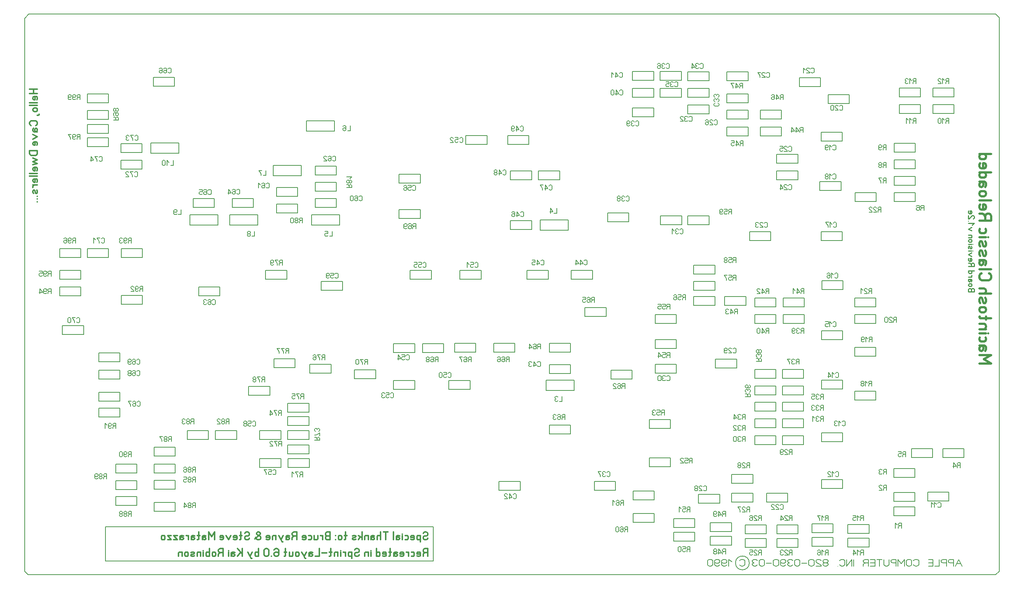
<source format=gbr>
%FSLAX34Y34*%
%MOMM*%
%LNSILK_BOTTOM*%
G71*
G01*
%ADD10C,0.150*%
%ADD11C,0.144*%
%ADD12C,0.206*%
%ADD13C,0.189*%
%ADD14C,0.200*%
%ADD15C,0.318*%
%ADD16C,0.476*%
%ADD17C,0.238*%
%LPD*%
G54D10*
X2239169Y989012D02*
X2231231Y996950D01*
X11112Y996950D01*
X1588Y987425D01*
X1588Y-283369D01*
X9525Y-291306D01*
X2231231Y-291306D01*
X2239169Y-283369D01*
X2239169Y989012D01*
G54D10*
X145262Y775356D02*
X193925Y775356D01*
X193925Y754994D01*
X145262Y754994D01*
X145262Y775356D01*
G54D10*
X145262Y813456D02*
X193925Y813456D01*
X193925Y793094D01*
X145262Y793094D01*
X145262Y813456D01*
G54D10*
X145262Y743606D02*
X193925Y743606D01*
X193925Y723244D01*
X145262Y723244D01*
X145262Y743606D01*
G54D10*
X145262Y712650D02*
X193925Y712650D01*
X193925Y692288D01*
X145262Y692288D01*
X145262Y712650D01*
G54D10*
X222256Y699156D02*
X270919Y699156D01*
X270919Y678794D01*
X222256Y678794D01*
X222256Y699156D01*
G54D10*
X222256Y661056D02*
X270919Y661056D01*
X270919Y640694D01*
X222256Y640694D01*
X222256Y661056D01*
G54D10*
X296869Y851556D02*
X345531Y851556D01*
X345531Y831194D01*
X296869Y831194D01*
X296869Y851556D01*
G54D10*
X388150Y572950D02*
X436812Y572950D01*
X436812Y552588D01*
X388150Y552588D01*
X388150Y572950D01*
G54D10*
X223050Y457856D02*
X271712Y457856D01*
X271712Y437494D01*
X223050Y437494D01*
X223050Y457856D01*
G54D10*
X81762Y457856D02*
X130425Y457856D01*
X130425Y437494D01*
X81762Y437494D01*
X81762Y457856D01*
G54D10*
X145262Y457856D02*
X193925Y457856D01*
X193925Y437494D01*
X145262Y437494D01*
X145262Y457856D01*
G54D10*
X477844Y572950D02*
X526506Y572950D01*
X526506Y552588D01*
X477844Y552588D01*
X477844Y572950D01*
G54D10*
X445200Y535875D02*
X445200Y511875D01*
X381200Y511875D01*
X381200Y535875D01*
X445200Y535875D01*
G54D10*
X536481Y535875D02*
X536481Y511875D01*
X472481Y511875D01*
X472481Y535875D01*
X536481Y535875D01*
G54D10*
X579444Y598350D02*
X628106Y598350D01*
X628106Y577988D01*
X579444Y577988D01*
X579444Y598350D01*
G54D10*
X579444Y560250D02*
X628106Y560250D01*
X628106Y539888D01*
X579444Y539888D01*
X579444Y560250D01*
G54D10*
X636494Y649381D02*
X636494Y625381D01*
X572494Y625381D01*
X572494Y649381D01*
X636494Y649381D01*
G54D10*
X668344Y647562D02*
X717006Y647562D01*
X717006Y627200D01*
X668344Y627200D01*
X668344Y647562D01*
G54D10*
X668344Y610256D02*
X717006Y610256D01*
X717006Y589894D01*
X668344Y589894D01*
X668344Y610256D01*
G54D10*
X668344Y572950D02*
X717006Y572950D01*
X717006Y552588D01*
X668344Y552588D01*
X668344Y572950D01*
G54D10*
X724706Y535875D02*
X724706Y511875D01*
X660706Y511875D01*
X660706Y535875D01*
X724706Y535875D01*
G54D10*
X712694Y751775D02*
X712694Y727775D01*
X648694Y727775D01*
X648694Y751775D01*
X712694Y751775D01*
G54D10*
X861225Y629306D02*
X909888Y629306D01*
X909888Y608944D01*
X861225Y608944D01*
X861225Y629306D01*
G54D10*
X861225Y547550D02*
X909888Y547550D01*
X909888Y527188D01*
X861225Y527188D01*
X861225Y547550D01*
G54D10*
X554838Y407850D02*
X603500Y407850D01*
X603500Y387488D01*
X554838Y387488D01*
X554838Y407850D01*
G54D10*
X682631Y382450D02*
X731294Y382450D01*
X731294Y362088D01*
X682631Y362088D01*
X682631Y382450D01*
G54D10*
X886625Y407850D02*
X935288Y407850D01*
X935288Y387488D01*
X886625Y387488D01*
X886625Y407850D01*
G54D10*
X400850Y369750D02*
X449512Y369750D01*
X449512Y349388D01*
X400850Y349388D01*
X400850Y369750D01*
G54D10*
X81762Y407850D02*
X130425Y407850D01*
X130425Y387488D01*
X81762Y387488D01*
X81762Y407850D01*
G54D10*
X81762Y369750D02*
X130425Y369750D01*
X130425Y349388D01*
X81762Y349388D01*
X81762Y369750D01*
G54D10*
X88112Y280850D02*
X136775Y280850D01*
X136775Y260488D01*
X88112Y260488D01*
X88112Y280850D01*
G54D10*
X223050Y350700D02*
X271712Y350700D01*
X271712Y330338D01*
X223050Y330338D01*
X223050Y350700D01*
G54D10*
X171456Y218144D02*
X220119Y218144D01*
X220119Y197781D01*
X171456Y197781D01*
X171456Y218144D01*
G54D10*
X171456Y178456D02*
X220119Y178456D01*
X220119Y158094D01*
X171456Y158094D01*
X171456Y178456D01*
G54D10*
X171456Y127656D02*
X220119Y127656D01*
X220119Y107294D01*
X171456Y107294D01*
X171456Y127656D01*
G54D10*
X171456Y91144D02*
X220119Y91144D01*
X220119Y70781D01*
X171456Y70781D01*
X171456Y91144D01*
G54D10*
X1000925Y407850D02*
X1049588Y407850D01*
X1049588Y387488D01*
X1000925Y387488D01*
X1000925Y407850D01*
G54D10*
X1154869Y407950D02*
X1203531Y407950D01*
X1203531Y387588D01*
X1154869Y387588D01*
X1154869Y407950D01*
G54D10*
X1256425Y408050D02*
X1305088Y408050D01*
X1305088Y387688D01*
X1256425Y387688D01*
X1256425Y408050D01*
G54D10*
X210350Y-37444D02*
X259012Y-37444D01*
X259012Y-57806D01*
X210350Y-57806D01*
X210350Y-37444D01*
G54D10*
X210350Y-75544D02*
X259012Y-75544D01*
X259012Y-95906D01*
X210350Y-95906D01*
X210350Y-75544D01*
G54D10*
X210350Y-112056D02*
X259012Y-112056D01*
X259012Y-132419D01*
X210350Y-132419D01*
X210350Y-112056D01*
G54D10*
X298412Y-37344D02*
X347075Y-37344D01*
X347075Y-57706D01*
X298412Y-57706D01*
X298412Y-37344D01*
G54D10*
X298412Y1550D02*
X347075Y1550D01*
X347075Y-18812D01*
X298412Y-18812D01*
X298412Y1550D01*
G54D10*
X298412Y-74650D02*
X347075Y-74650D01*
X347075Y-95012D01*
X298412Y-95012D01*
X298412Y-74650D01*
G54D10*
X298412Y-125450D02*
X347075Y-125450D01*
X347075Y-145812D01*
X298412Y-145812D01*
X298412Y-125450D01*
G54D10*
X374612Y39650D02*
X423275Y39650D01*
X423275Y19288D01*
X374612Y19288D01*
X374612Y39650D01*
G54D10*
X439700Y39650D02*
X488362Y39650D01*
X488362Y19288D01*
X439700Y19288D01*
X439700Y39650D01*
G54D10*
X541256Y39750D02*
X589919Y39750D01*
X589919Y19388D01*
X541256Y19388D01*
X541256Y39750D01*
G54D10*
X541256Y-24544D02*
X589919Y-24544D01*
X589919Y-44906D01*
X541256Y-44906D01*
X541256Y-24544D01*
G54D10*
X605506Y39850D02*
X654169Y39850D01*
X654169Y19488D01*
X605506Y19488D01*
X605506Y39850D01*
G54D10*
X605506Y6512D02*
X654169Y6512D01*
X654169Y-13850D01*
X605506Y-13850D01*
X605506Y6512D01*
G54D10*
X606300Y-24444D02*
X654962Y-24444D01*
X654962Y-44806D01*
X606300Y-44806D01*
X606300Y-24444D01*
G54D10*
X605506Y71600D02*
X654169Y71600D01*
X654169Y51238D01*
X605506Y51238D01*
X605506Y71600D01*
G54D10*
X605506Y102556D02*
X654169Y102556D01*
X654169Y82194D01*
X605506Y82194D01*
X605506Y102556D01*
G54D10*
X515812Y141450D02*
X564475Y141450D01*
X564475Y121088D01*
X515812Y121088D01*
X515812Y141450D01*
G54D10*
X573756Y204950D02*
X622419Y204950D01*
X622419Y184588D01*
X573756Y184588D01*
X573756Y204950D01*
G54D10*
X656306Y192250D02*
X704969Y192250D01*
X704969Y171888D01*
X656306Y171888D01*
X656306Y192250D01*
G54D10*
X758700Y179550D02*
X807362Y179550D01*
X807362Y159188D01*
X758700Y159188D01*
X758700Y179550D01*
G54D10*
X848394Y154547D02*
X897056Y154547D01*
X897056Y134184D01*
X848394Y134184D01*
X848394Y154547D01*
G54D10*
X975350Y155044D02*
X1024012Y155044D01*
X1024012Y134681D01*
X975350Y134681D01*
X975350Y155044D01*
G54D10*
X848394Y239875D02*
X897056Y239875D01*
X897056Y219512D01*
X848394Y219512D01*
X848394Y239875D01*
G54D10*
X915025Y239975D02*
X963688Y239975D01*
X963688Y219612D01*
X915025Y219612D01*
X915025Y239975D01*
G54D10*
X988800Y240075D02*
X1037462Y240075D01*
X1037462Y219712D01*
X988800Y219712D01*
X988800Y240075D01*
G54D10*
X1078450Y240175D02*
X1127112Y240175D01*
X1127112Y219812D01*
X1078450Y219812D01*
X1078450Y240175D01*
G54D10*
X1206200Y240275D02*
X1254862Y240275D01*
X1254862Y219912D01*
X1206200Y219912D01*
X1206200Y240275D01*
G54D10*
X1206200Y191062D02*
X1254862Y191062D01*
X1254862Y170700D01*
X1206200Y170700D01*
X1206200Y191062D01*
G54D10*
X1262763Y155669D02*
X1262763Y131669D01*
X1198762Y131669D01*
X1198762Y155669D01*
X1262763Y155669D01*
G54D10*
X1206200Y52156D02*
X1254862Y52156D01*
X1254862Y31794D01*
X1206200Y31794D01*
X1206200Y52156D01*
G54D10*
X1287778Y322722D02*
X1336441Y322722D01*
X1336441Y302359D01*
X1287778Y302359D01*
X1287778Y322722D01*
G54D10*
X1347706Y178656D02*
X1396369Y178656D01*
X1396369Y158294D01*
X1347706Y158294D01*
X1347706Y178656D01*
G54D10*
X1449306Y248506D02*
X1497969Y248506D01*
X1497969Y228144D01*
X1449306Y228144D01*
X1449306Y248506D01*
G54D10*
X1449306Y306450D02*
X1497969Y306450D01*
X1497969Y286088D01*
X1449306Y286088D01*
X1449306Y306450D01*
G54D10*
X1449306Y192150D02*
X1497969Y192150D01*
X1497969Y171788D01*
X1449306Y171788D01*
X1449306Y192150D01*
G54D10*
X1435812Y65150D02*
X1484475Y65150D01*
X1484475Y44788D01*
X1435812Y44788D01*
X1435812Y65150D01*
G54D10*
X1435812Y-22956D02*
X1484475Y-22956D01*
X1484475Y-43319D01*
X1435812Y-43319D01*
X1435812Y-22956D01*
G54D10*
X1309606Y-76931D02*
X1358269Y-76931D01*
X1358269Y-97294D01*
X1309606Y-97294D01*
X1309606Y-76931D01*
G54D10*
X1090531Y-76931D02*
X1139194Y-76931D01*
X1139194Y-97294D01*
X1090531Y-97294D01*
X1090531Y-76931D01*
G54D10*
X1398506Y-99156D02*
X1447169Y-99156D01*
X1447169Y-119519D01*
X1398506Y-119519D01*
X1398506Y-99156D01*
G54D10*
X1398506Y-150750D02*
X1447169Y-150750D01*
X1447169Y-171112D01*
X1398506Y-171112D01*
X1398506Y-150750D01*
G54D10*
X1014419Y718206D02*
X1063081Y718206D01*
X1063081Y697844D01*
X1014419Y697844D01*
X1014419Y718206D01*
G54D10*
X1110419Y718306D02*
X1159081Y718306D01*
X1159081Y697944D01*
X1110419Y697944D01*
X1110419Y718306D01*
G54D10*
X1116769Y636550D02*
X1165431Y636550D01*
X1165431Y616188D01*
X1116769Y616188D01*
X1116769Y636550D01*
G54D10*
X1181019Y636650D02*
X1229681Y636650D01*
X1229681Y616288D01*
X1181019Y616288D01*
X1181019Y636650D01*
G54D10*
X1116769Y522250D02*
X1165431Y522250D01*
X1165431Y501888D01*
X1116769Y501888D01*
X1116769Y522250D01*
G54D10*
X1249269Y523969D02*
X1249269Y499969D01*
X1185269Y499969D01*
X1185269Y523969D01*
X1249269Y523969D01*
G54D10*
X1339812Y540506D02*
X1388475Y540506D01*
X1388475Y520144D01*
X1339812Y520144D01*
X1339812Y540506D01*
G54D10*
X1461256Y533362D02*
X1509919Y533362D01*
X1509919Y513000D01*
X1461256Y513000D01*
X1461256Y533362D01*
G54D10*
X1523919Y533462D02*
X1572581Y533462D01*
X1572581Y513100D01*
X1523919Y513100D01*
X1523919Y533462D01*
G54D10*
X1666044Y496850D02*
X1714706Y496850D01*
X1714706Y476488D01*
X1666044Y476488D01*
X1666044Y496850D01*
G54D10*
X1830306Y496950D02*
X1878969Y496950D01*
X1878969Y476588D01*
X1830306Y476588D01*
X1830306Y496950D01*
G54D10*
X1537456Y419856D02*
X1586119Y419856D01*
X1586119Y399494D01*
X1537456Y399494D01*
X1537456Y419856D01*
G54D10*
X1537456Y382550D02*
X1586119Y382550D01*
X1586119Y362188D01*
X1537456Y362188D01*
X1537456Y382550D01*
G54D10*
X1537456Y347625D02*
X1586119Y347625D01*
X1586119Y327262D01*
X1537456Y327262D01*
X1537456Y347625D01*
G54D10*
X1608850Y347725D02*
X1657512Y347725D01*
X1657512Y327362D01*
X1608850Y327362D01*
X1608850Y347725D01*
G54D10*
X1727956Y636550D02*
X1776619Y636550D01*
X1776619Y616188D01*
X1727956Y616188D01*
X1727956Y636550D01*
G54D10*
X1727956Y674650D02*
X1776619Y674650D01*
X1776619Y654288D01*
X1727956Y654288D01*
X1727956Y674650D01*
G54D10*
X1677950Y344450D02*
X1726612Y344450D01*
X1726612Y324088D01*
X1677950Y324088D01*
X1677950Y344450D01*
G54D10*
X1677950Y306350D02*
X1726612Y306350D01*
X1726612Y285988D01*
X1677950Y285988D01*
X1677950Y306350D01*
G54D10*
X1742994Y344550D02*
X1791656Y344550D01*
X1791656Y324188D01*
X1742994Y324188D01*
X1742994Y344550D01*
G54D10*
X1742994Y306450D02*
X1791656Y306450D01*
X1791656Y286088D01*
X1742994Y286088D01*
X1742994Y306450D01*
G54D10*
X1907256Y344650D02*
X1955919Y344650D01*
X1955919Y324288D01*
X1907256Y324288D01*
X1907256Y344650D01*
G54D10*
X1907256Y306550D02*
X1955919Y306550D01*
X1955919Y286188D01*
X1907256Y286188D01*
X1907256Y306550D01*
G54D10*
X1907256Y231144D02*
X1955919Y231144D01*
X1955919Y210781D01*
X1907256Y210781D01*
X1907256Y231144D01*
G54D10*
X1831894Y384238D02*
X1880556Y384238D01*
X1880556Y363875D01*
X1831894Y363875D01*
X1831894Y384238D01*
G54D10*
X1831100Y269144D02*
X1879762Y269144D01*
X1879762Y248781D01*
X1831100Y248781D01*
X1831100Y269144D01*
G54D10*
X1831100Y155638D02*
X1879762Y155638D01*
X1879762Y135275D01*
X1831100Y135275D01*
X1831100Y155638D01*
G54D10*
X1907256Y130338D02*
X1955919Y130338D01*
X1955919Y109975D01*
X1907256Y109975D01*
X1907256Y130338D01*
G54D10*
X1831100Y34988D02*
X1879762Y34988D01*
X1879762Y14625D01*
X1831100Y14625D01*
X1831100Y34988D01*
G54D10*
X1587419Y204056D02*
X1636081Y204056D01*
X1636081Y183694D01*
X1587419Y183694D01*
X1587419Y204056D01*
G54D10*
X1624725Y-61056D02*
X1673388Y-61056D01*
X1673388Y-81419D01*
X1624725Y-81419D01*
X1624725Y-61056D01*
G54D10*
X1831100Y-72962D02*
X1879762Y-72962D01*
X1879762Y-93325D01*
X1831100Y-93325D01*
X1831100Y-72962D01*
G54D10*
X1677950Y180144D02*
X1726612Y180144D01*
X1726612Y159781D01*
X1677950Y159781D01*
X1677950Y180144D01*
G54D10*
X1741406Y180244D02*
X1790069Y180244D01*
X1790069Y159881D01*
X1741406Y159881D01*
X1741406Y180244D01*
G54D10*
X1677950Y142044D02*
X1726612Y142044D01*
X1726612Y121681D01*
X1677950Y121681D01*
X1677950Y142044D01*
G54D10*
X1741406Y142144D02*
X1790069Y142144D01*
X1790069Y121781D01*
X1741406Y121781D01*
X1741406Y142144D01*
G54D10*
X1677950Y104738D02*
X1726612Y104738D01*
X1726612Y84375D01*
X1677950Y84375D01*
X1677950Y104738D01*
G54D10*
X1741406Y104838D02*
X1790069Y104838D01*
X1790069Y84475D01*
X1741406Y84475D01*
X1741406Y104838D01*
G54D10*
X1677950Y66638D02*
X1726612Y66638D01*
X1726612Y46275D01*
X1677950Y46275D01*
X1677950Y66638D01*
G54D10*
X1741406Y66738D02*
X1790069Y66738D01*
X1790069Y46375D01*
X1741406Y46375D01*
X1741406Y66738D01*
G54D10*
X1677950Y27744D02*
X1726612Y27744D01*
X1726612Y7381D01*
X1677950Y7381D01*
X1677950Y27744D01*
G54D10*
X1741406Y27844D02*
X1790069Y27844D01*
X1790069Y7481D01*
X1741406Y7481D01*
X1741406Y27844D01*
G54D10*
X1655725Y-177044D02*
X1704388Y-177044D01*
X1704388Y-197406D01*
X1655725Y-197406D01*
X1655725Y-177044D01*
G54D10*
X1655725Y-208000D02*
X1704388Y-208000D01*
X1704388Y-228362D01*
X1655725Y-228362D01*
X1655725Y-208000D01*
G54D10*
X1728750Y-177044D02*
X1777412Y-177044D01*
X1777412Y-197406D01*
X1728750Y-197406D01*
X1728750Y-177044D01*
G54D10*
X1728750Y-208000D02*
X1777412Y-208000D01*
X1777412Y-228362D01*
X1728750Y-228362D01*
X1728750Y-208000D01*
G54D10*
X1808919Y-174662D02*
X1857581Y-174662D01*
X1857581Y-195025D01*
X1808919Y-195025D01*
X1808919Y-174662D01*
G54D10*
X1808919Y-205619D02*
X1857581Y-205619D01*
X1857581Y-225981D01*
X1808919Y-225981D01*
X1808919Y-205619D01*
G54D10*
X1891469Y-176250D02*
X1940131Y-176250D01*
X1940131Y-196612D01*
X1891469Y-196612D01*
X1891469Y-176250D01*
G54D10*
X1891469Y-207206D02*
X1940131Y-207206D01*
X1940131Y-227569D01*
X1891469Y-227569D01*
X1891469Y-207206D01*
G54D10*
X1575556Y-172281D02*
X1624219Y-172281D01*
X1624219Y-192644D01*
X1575556Y-192644D01*
X1575556Y-172281D01*
G54D10*
X1575556Y-203238D02*
X1624219Y-203238D01*
X1624219Y-223600D01*
X1575556Y-223600D01*
X1575556Y-203238D01*
G54D10*
X1491419Y-162756D02*
X1540081Y-162756D01*
X1540081Y-183119D01*
X1491419Y-183119D01*
X1491419Y-162756D01*
G54D10*
X1491419Y-193712D02*
X1540081Y-193712D01*
X1540081Y-214075D01*
X1491419Y-214075D01*
X1491419Y-193712D01*
G54D10*
X1624725Y-103919D02*
X1673388Y-103919D01*
X1673388Y-124281D01*
X1624725Y-124281D01*
X1624725Y-103919D01*
G54D10*
X1704894Y-103919D02*
X1753556Y-103919D01*
X1753556Y-124281D01*
X1704894Y-124281D01*
X1704894Y-103919D01*
G54D10*
X1548525Y-106300D02*
X1597188Y-106300D01*
X1597188Y-126663D01*
X1548525Y-126663D01*
X1548525Y-106300D01*
G54D10*
X1996994Y-47562D02*
X2045656Y-47562D01*
X2045656Y-67925D01*
X1996994Y-67925D01*
X1996994Y-47562D01*
G54D10*
X1996994Y-102331D02*
X2045656Y-102331D01*
X2045656Y-122694D01*
X1996994Y-122694D01*
X1996994Y-102331D01*
G54D10*
X1996994Y-135669D02*
X2045656Y-135669D01*
X2045656Y-156031D01*
X1996994Y-156031D01*
X1996994Y-135669D01*
G54D10*
X2074781Y-101538D02*
X2123444Y-101538D01*
X2123444Y-121900D01*
X2074781Y-121900D01*
X2074781Y-101538D01*
G54D10*
X2037475Y-1525D02*
X2086138Y-1525D01*
X2086138Y-21888D01*
X2037475Y-21888D01*
X2037475Y-1525D01*
G54D10*
X2109706Y-1525D02*
X2158369Y-1525D01*
X2158369Y-21888D01*
X2109706Y-21888D01*
X2109706Y-1525D01*
G54D10*
X1827175Y611944D02*
X1875838Y611944D01*
X1875838Y591581D01*
X1827175Y591581D01*
X1827175Y611944D01*
G54D10*
X1830350Y725450D02*
X1879012Y725450D01*
X1879012Y705088D01*
X1830350Y705088D01*
X1830350Y725450D01*
G54D10*
X1908094Y586644D02*
X1956756Y586644D01*
X1956756Y566281D01*
X1908094Y566281D01*
X1908094Y586644D01*
G54D10*
X1997788Y586644D02*
X2046450Y586644D01*
X2046450Y566281D01*
X1997788Y566281D01*
X1997788Y586644D01*
G54D10*
X1997788Y623950D02*
X2046450Y623950D01*
X2046450Y603588D01*
X1997788Y603588D01*
X1997788Y623950D01*
G54D10*
X1997788Y662050D02*
X2046450Y662050D01*
X2046450Y641688D01*
X1997788Y641688D01*
X1997788Y662050D01*
G54D10*
X1997788Y700150D02*
X2046450Y700150D01*
X2046450Y679788D01*
X1997788Y679788D01*
X1997788Y700150D01*
G54D10*
X2009694Y827150D02*
X2058356Y827150D01*
X2058356Y806788D01*
X2009694Y806788D01*
X2009694Y827150D01*
G54D10*
X2009694Y789050D02*
X2058356Y789050D01*
X2058356Y768688D01*
X2009694Y768688D01*
X2009694Y789050D01*
G54D10*
X2086644Y827250D02*
X2135306Y827250D01*
X2135306Y806888D01*
X2086644Y806888D01*
X2086644Y827250D01*
G54D10*
X2086644Y789150D02*
X2135306Y789150D01*
X2135306Y768788D01*
X2086644Y768788D01*
X2086644Y789150D01*
G54D11*
X125327Y806296D02*
X122727Y804852D01*
X121860Y803407D01*
X121860Y800518D01*
G54D11*
X128794Y800518D02*
X128794Y812074D01*
X124460Y812074D01*
X122727Y811352D01*
X121860Y809907D01*
X121860Y808463D01*
X122727Y807018D01*
X124460Y806296D01*
X128794Y806296D01*
G54D11*
X118683Y802685D02*
X117816Y801241D01*
X116083Y800518D01*
X114350Y800518D01*
X112616Y801241D01*
X111750Y802685D01*
X111750Y806296D01*
X111750Y807018D01*
X114350Y805574D01*
X116083Y805574D01*
X117816Y806296D01*
X118683Y807741D01*
X118683Y809907D01*
X117816Y811352D01*
X116083Y812074D01*
X114350Y812074D01*
X112616Y811352D01*
X111750Y809907D01*
X111750Y806296D01*
G54D11*
X108572Y802685D02*
X107705Y801241D01*
X105972Y800518D01*
X104238Y800518D01*
X102505Y801241D01*
X101638Y802685D01*
X101638Y806296D01*
X101638Y807018D01*
X104238Y805574D01*
X105972Y805574D01*
X107705Y806296D01*
X108572Y807741D01*
X108572Y809907D01*
X107705Y811352D01*
X105972Y812074D01*
X104238Y812074D01*
X102505Y811352D01*
X101638Y809907D01*
X101638Y806296D01*
G54D11*
X330616Y863804D02*
X331483Y862359D01*
X333216Y861637D01*
X334950Y861637D01*
X336683Y862359D01*
X337550Y863804D01*
X337550Y871026D01*
X336683Y872471D01*
X334950Y873193D01*
X333216Y873193D01*
X331483Y872471D01*
X330616Y871026D01*
G54D11*
X320505Y871026D02*
X321372Y872471D01*
X323105Y873193D01*
X324839Y873193D01*
X326572Y872471D01*
X327439Y871026D01*
X327439Y867415D01*
X327439Y866693D01*
X324839Y868137D01*
X323105Y868137D01*
X321372Y867415D01*
X320505Y865971D01*
X320505Y863804D01*
X321372Y862359D01*
X323105Y861637D01*
X324839Y861637D01*
X326572Y862359D01*
X327439Y863804D01*
X327439Y867415D01*
G54D11*
X310394Y871026D02*
X311261Y872471D01*
X312994Y873193D01*
X314728Y873193D01*
X316461Y872471D01*
X317328Y871026D01*
X317328Y867415D01*
X317328Y866693D01*
X314728Y868137D01*
X312994Y868137D01*
X311261Y867415D01*
X310394Y865971D01*
X310394Y863804D01*
X311261Y862359D01*
X312994Y861637D01*
X314728Y861637D01*
X316461Y862359D01*
X317328Y863804D01*
X317328Y867415D01*
G54D11*
X211026Y756730D02*
X209582Y759330D01*
X208137Y760197D01*
X205248Y760197D01*
G54D11*
X205248Y753264D02*
X216804Y753264D01*
X216804Y757597D01*
X216082Y759330D01*
X214637Y760197D01*
X213193Y760197D01*
X211748Y759330D01*
X211026Y757597D01*
X211026Y753264D01*
G54D11*
X207415Y763375D02*
X205971Y764242D01*
X205248Y765975D01*
X205248Y767708D01*
X205971Y769442D01*
X207415Y770308D01*
X211026Y770308D01*
X211748Y770308D01*
X210304Y767708D01*
X210304Y765975D01*
X211026Y764242D01*
X212471Y763375D01*
X214637Y763375D01*
X216082Y764242D01*
X216804Y765975D01*
X216804Y767708D01*
X216082Y769442D01*
X214637Y770308D01*
X211026Y770308D01*
G54D11*
X211026Y777819D02*
X211026Y776086D01*
X211748Y774352D01*
X213193Y773486D01*
X214637Y773486D01*
X216082Y774352D01*
X216804Y776086D01*
X216804Y777819D01*
X216082Y779552D01*
X214637Y780419D01*
X213193Y780419D01*
X211748Y779552D01*
X211026Y777819D01*
X210304Y779552D01*
X208860Y780419D01*
X207415Y780419D01*
X205971Y779552D01*
X205248Y777819D01*
X205248Y776086D01*
X205971Y774352D01*
X207415Y773486D01*
X208860Y773486D01*
X210304Y774352D01*
X211026Y776086D01*
G54D11*
X125327Y715015D02*
X122727Y713571D01*
X121860Y712126D01*
X121860Y709237D01*
G54D11*
X128794Y709237D02*
X128794Y720793D01*
X124460Y720793D01*
X122727Y720071D01*
X121860Y718626D01*
X121860Y717182D01*
X122727Y715737D01*
X124460Y715015D01*
X128794Y715015D01*
G54D11*
X118683Y711404D02*
X117816Y709960D01*
X116083Y709237D01*
X114350Y709237D01*
X112616Y709960D01*
X111750Y711404D01*
X111750Y715015D01*
X111750Y715737D01*
X114350Y714293D01*
X116083Y714293D01*
X117816Y715015D01*
X118683Y716460D01*
X118683Y718626D01*
X117816Y720071D01*
X116083Y720793D01*
X114350Y720793D01*
X112616Y720071D01*
X111750Y718626D01*
X111750Y715015D01*
G54D11*
X108572Y720793D02*
X101638Y720793D01*
X102505Y719348D01*
X104238Y717182D01*
X105972Y714293D01*
X106838Y712126D01*
X106838Y709237D01*
G54D11*
X172660Y660604D02*
X173527Y659160D01*
X175260Y658438D01*
X176994Y658438D01*
X178727Y659160D01*
X179594Y660604D01*
X179594Y667826D01*
X178727Y669271D01*
X176994Y669993D01*
X175260Y669993D01*
X173527Y669271D01*
X172660Y667826D01*
G54D11*
X169483Y669993D02*
X162549Y669993D01*
X163416Y668549D01*
X165149Y666382D01*
X166883Y663493D01*
X167749Y661326D01*
X167749Y658438D01*
G54D11*
X154172Y658438D02*
X154172Y669993D01*
X159372Y662771D01*
X159372Y661326D01*
X152438Y661326D01*
G54D11*
X254417Y709023D02*
X255284Y707578D01*
X257017Y706856D01*
X258750Y706856D01*
X260484Y707578D01*
X261350Y709023D01*
X261350Y716245D01*
X260484Y717689D01*
X258750Y718412D01*
X257017Y718412D01*
X255284Y717689D01*
X254417Y716245D01*
G54D11*
X251239Y718412D02*
X244306Y718412D01*
X245173Y716967D01*
X246906Y714800D01*
X248639Y711912D01*
X249506Y709745D01*
X249506Y706856D01*
G54D11*
X241128Y716245D02*
X240262Y717689D01*
X238528Y718412D01*
X236795Y718412D01*
X235062Y717689D01*
X234195Y716245D01*
X234195Y714800D01*
X235062Y713356D01*
X236795Y712634D01*
X235062Y711912D01*
X234195Y710467D01*
X234195Y709023D01*
X235062Y707578D01*
X236795Y706856D01*
X238528Y706856D01*
X240262Y707578D01*
X241128Y709023D01*
G54D11*
X253623Y625679D02*
X254490Y624234D01*
X256223Y623512D01*
X257956Y623512D01*
X259690Y624234D01*
X260556Y625679D01*
X260556Y632901D01*
X259690Y634346D01*
X257956Y635068D01*
X256223Y635068D01*
X254490Y634346D01*
X253623Y632901D01*
G54D11*
X250446Y635068D02*
X243512Y635068D01*
X244379Y633623D01*
X246112Y631457D01*
X247846Y628568D01*
X248712Y626401D01*
X248712Y623512D01*
G54D11*
X233401Y623512D02*
X240334Y623512D01*
X240334Y624234D01*
X239468Y625679D01*
X234268Y630012D01*
X233401Y631457D01*
X233401Y632901D01*
X234268Y634346D01*
X236001Y635068D01*
X237734Y635068D01*
X239468Y634346D01*
X240334Y632901D01*
G54D12*
X749163Y740868D02*
X749163Y729312D01*
X743096Y729312D01*
G54D12*
X732118Y738701D02*
X732985Y740146D01*
X734718Y740868D01*
X736452Y740868D01*
X738185Y740146D01*
X739052Y738701D01*
X739052Y735090D01*
X739052Y734368D01*
X736452Y735812D01*
X734718Y735812D01*
X732985Y735090D01*
X732118Y733646D01*
X732118Y731479D01*
X732985Y730035D01*
X734718Y729312D01*
X736452Y729312D01*
X738185Y730035D01*
X739052Y731479D01*
X739052Y735090D01*
G54D11*
X242802Y476890D02*
X240202Y475446D01*
X239335Y474001D01*
X239335Y471112D01*
G54D11*
X246268Y471112D02*
X246268Y482668D01*
X241935Y482668D01*
X240202Y481946D01*
X239335Y480501D01*
X239335Y479057D01*
X240202Y477612D01*
X241935Y476890D01*
X246268Y476890D01*
G54D11*
X236157Y473279D02*
X235291Y471834D01*
X233557Y471112D01*
X231824Y471112D01*
X230091Y471834D01*
X229224Y473279D01*
X229224Y476890D01*
X229224Y477612D01*
X231824Y476168D01*
X233557Y476168D01*
X235291Y476890D01*
X236157Y478334D01*
X236157Y480501D01*
X235291Y481946D01*
X233557Y482668D01*
X231824Y482668D01*
X230091Y481946D01*
X229224Y480501D01*
X229224Y476890D01*
G54D11*
X226046Y480501D02*
X225180Y481946D01*
X223446Y482668D01*
X221713Y482668D01*
X219980Y481946D01*
X219113Y480501D01*
X219113Y479057D01*
X219980Y477612D01*
X221713Y476890D01*
X219980Y476168D01*
X219113Y474723D01*
X219113Y473279D01*
X219980Y471834D01*
X221713Y471112D01*
X223446Y471112D01*
X225180Y471834D01*
X226046Y473279D01*
G54D11*
X177423Y473279D02*
X178290Y471834D01*
X180023Y471112D01*
X181756Y471112D01*
X183490Y471834D01*
X184356Y473279D01*
X184356Y480501D01*
X183490Y481946D01*
X181756Y482668D01*
X180023Y482668D01*
X178290Y481946D01*
X177423Y480501D01*
G54D11*
X174245Y482668D02*
X167312Y482668D01*
X168179Y481223D01*
X169912Y479057D01*
X171645Y476168D01*
X172512Y474001D01*
X172512Y471112D01*
G54D11*
X164134Y478334D02*
X159801Y482668D01*
X159801Y471112D01*
G54D11*
X115008Y476890D02*
X112408Y475446D01*
X111542Y474001D01*
X111542Y471112D01*
G54D11*
X118475Y471112D02*
X118475Y482668D01*
X114142Y482668D01*
X112408Y481946D01*
X111542Y480501D01*
X111542Y479057D01*
X112408Y477612D01*
X114142Y476890D01*
X118475Y476890D01*
G54D11*
X108364Y473279D02*
X107497Y471834D01*
X105764Y471112D01*
X104031Y471112D01*
X102297Y471834D01*
X101431Y473279D01*
X101431Y476890D01*
X101431Y477612D01*
X104031Y476168D01*
X105764Y476168D01*
X107497Y476890D01*
X108364Y478334D01*
X108364Y480501D01*
X107497Y481946D01*
X105764Y482668D01*
X104031Y482668D01*
X102297Y481946D01*
X101431Y480501D01*
X101431Y476890D01*
G54D11*
X91320Y480501D02*
X92186Y481946D01*
X93920Y482668D01*
X95653Y482668D01*
X97386Y481946D01*
X98253Y480501D01*
X98253Y476890D01*
X98253Y476168D01*
X95653Y477612D01*
X93920Y477612D01*
X92186Y476890D01*
X91320Y475446D01*
X91320Y473279D01*
X92186Y471834D01*
X93920Y471112D01*
X95653Y471112D01*
X97386Y471834D01*
X98253Y473279D01*
X98253Y476890D01*
G54D11*
X58652Y400690D02*
X56052Y399246D01*
X55186Y397801D01*
X55186Y394912D01*
G54D11*
X62119Y394912D02*
X62119Y406468D01*
X57786Y406468D01*
X56052Y405746D01*
X55186Y404301D01*
X55186Y402857D01*
X56052Y401412D01*
X57786Y400690D01*
X62119Y400690D01*
G54D11*
X52008Y397079D02*
X51141Y395635D01*
X49408Y394912D01*
X47674Y394912D01*
X45941Y395635D01*
X45074Y397079D01*
X45074Y400690D01*
X45074Y401412D01*
X47674Y399968D01*
X49408Y399968D01*
X51141Y400690D01*
X52008Y402135D01*
X52008Y404301D01*
X51141Y405746D01*
X49408Y406468D01*
X47674Y406468D01*
X45941Y405746D01*
X45074Y404301D01*
X45074Y400690D01*
G54D11*
X34964Y406468D02*
X41897Y406468D01*
X41897Y401412D01*
X41030Y401412D01*
X39297Y402135D01*
X37564Y402135D01*
X35830Y401412D01*
X34964Y399968D01*
X34964Y397079D01*
X35830Y395635D01*
X37564Y394912D01*
X39297Y394912D01*
X41030Y395635D01*
X41897Y397079D01*
G54D11*
X58652Y360209D02*
X56052Y358765D01*
X55186Y357320D01*
X55186Y354431D01*
G54D11*
X62119Y354431D02*
X62119Y365987D01*
X57786Y365987D01*
X56052Y365265D01*
X55186Y363820D01*
X55186Y362376D01*
X56052Y360931D01*
X57786Y360209D01*
X62119Y360209D01*
G54D11*
X52008Y356598D02*
X51141Y355154D01*
X49408Y354431D01*
X47674Y354431D01*
X45941Y355154D01*
X45074Y356598D01*
X45074Y360209D01*
X45074Y360931D01*
X47674Y359487D01*
X49408Y359487D01*
X51141Y360209D01*
X52008Y361654D01*
X52008Y363820D01*
X51141Y365265D01*
X49408Y365987D01*
X47674Y365987D01*
X45941Y365265D01*
X45074Y363820D01*
X45074Y360209D01*
G54D11*
X36697Y354431D02*
X36697Y365987D01*
X41897Y358765D01*
X41897Y357320D01*
X34964Y357320D01*
G54D11*
X268995Y365765D02*
X266395Y364321D01*
X265529Y362876D01*
X265529Y359988D01*
G54D11*
X272462Y359988D02*
X272462Y371543D01*
X268129Y371543D01*
X266395Y370821D01*
X265529Y369376D01*
X265529Y367932D01*
X266395Y366488D01*
X268129Y365765D01*
X272462Y365765D01*
G54D11*
X262351Y362154D02*
X261484Y360710D01*
X259751Y359988D01*
X258018Y359988D01*
X256284Y360710D01*
X255418Y362154D01*
X255418Y365765D01*
X255418Y366488D01*
X258018Y365043D01*
X259751Y365043D01*
X261484Y365765D01*
X262351Y367210D01*
X262351Y369376D01*
X261484Y370821D01*
X259751Y371543D01*
X258018Y371543D01*
X256284Y370821D01*
X255418Y369376D01*
X255418Y365765D01*
G54D11*
X245307Y359988D02*
X252240Y359988D01*
X252240Y360710D01*
X251373Y362154D01*
X246173Y366488D01*
X245307Y367932D01*
X245307Y369376D01*
X246173Y370821D01*
X247907Y371543D01*
X249640Y371543D01*
X251373Y370821D01*
X252240Y369376D01*
G54D11*
X121067Y289923D02*
X121933Y288478D01*
X123667Y287756D01*
X125400Y287756D01*
X127133Y288478D01*
X128000Y289923D01*
X128000Y297145D01*
X127133Y298590D01*
X125400Y299312D01*
X123667Y299312D01*
X121933Y298590D01*
X121067Y297145D01*
G54D11*
X117889Y299312D02*
X110956Y299312D01*
X111822Y297867D01*
X113556Y295701D01*
X115289Y292812D01*
X116156Y290645D01*
X116156Y287756D01*
G54D11*
X100845Y297145D02*
X100845Y289923D01*
X101711Y288478D01*
X103445Y287756D01*
X105178Y287756D01*
X106911Y288478D01*
X107778Y289923D01*
X107778Y297145D01*
X106911Y298590D01*
X105178Y299312D01*
X103445Y299312D01*
X101711Y298590D01*
X100845Y297145D01*
G54D11*
X259179Y194673D02*
X260046Y193229D01*
X261779Y192506D01*
X263513Y192506D01*
X265246Y193229D01*
X266113Y194673D01*
X266113Y201895D01*
X265246Y203340D01*
X263513Y204062D01*
X261779Y204062D01*
X260046Y203340D01*
X259179Y201895D01*
G54D11*
X249068Y201895D02*
X249935Y203340D01*
X251668Y204062D01*
X253402Y204062D01*
X255135Y203340D01*
X256002Y201895D01*
X256002Y198284D01*
X256002Y197562D01*
X253402Y199006D01*
X251668Y199006D01*
X249935Y198284D01*
X249068Y196840D01*
X249068Y194673D01*
X249935Y193229D01*
X251668Y192506D01*
X253402Y192506D01*
X255135Y193229D01*
X256002Y194673D01*
X256002Y198284D01*
G54D11*
X245891Y194673D02*
X245024Y193229D01*
X243291Y192506D01*
X241557Y192506D01*
X239824Y193229D01*
X238957Y194673D01*
X238957Y198284D01*
X238957Y199006D01*
X241557Y197562D01*
X243291Y197562D01*
X245024Y198284D01*
X245891Y199729D01*
X245891Y201895D01*
X245024Y203340D01*
X243291Y204062D01*
X241557Y204062D01*
X239824Y203340D01*
X238957Y201895D01*
X238957Y198284D01*
G54D11*
X259179Y168479D02*
X260046Y167034D01*
X261779Y166312D01*
X263513Y166312D01*
X265246Y167034D01*
X266113Y168479D01*
X266113Y175701D01*
X265246Y177146D01*
X263513Y177868D01*
X261779Y177868D01*
X260046Y177146D01*
X259179Y175701D01*
G54D11*
X249068Y175701D02*
X249935Y177146D01*
X251668Y177868D01*
X253402Y177868D01*
X255135Y177146D01*
X256002Y175701D01*
X256002Y172090D01*
X256002Y171368D01*
X253402Y172812D01*
X251668Y172812D01*
X249935Y172090D01*
X249068Y170646D01*
X249068Y168479D01*
X249935Y167034D01*
X251668Y166312D01*
X253402Y166312D01*
X255135Y167034D01*
X256002Y168479D01*
X256002Y172090D01*
G54D11*
X241557Y172090D02*
X243291Y172090D01*
X245024Y172812D01*
X245891Y174257D01*
X245891Y175701D01*
X245024Y177146D01*
X243291Y177868D01*
X241557Y177868D01*
X239824Y177146D01*
X238957Y175701D01*
X238957Y174257D01*
X239824Y172812D01*
X241557Y172090D01*
X239824Y171368D01*
X238957Y169923D01*
X238957Y168479D01*
X239824Y167034D01*
X241557Y166312D01*
X243291Y166312D01*
X245024Y167034D01*
X245891Y168479D01*
X245891Y169923D01*
X245024Y171368D01*
X243291Y172090D01*
G54D11*
X259973Y97835D02*
X260840Y96391D01*
X262573Y95668D01*
X264306Y95668D01*
X266040Y96391D01*
X266906Y97835D01*
X266906Y105057D01*
X266040Y106502D01*
X264306Y107224D01*
X262573Y107224D01*
X260840Y106502D01*
X259973Y105057D01*
G54D11*
X249862Y105057D02*
X250729Y106502D01*
X252462Y107224D01*
X254196Y107224D01*
X255929Y106502D01*
X256796Y105057D01*
X256796Y101446D01*
X256796Y100724D01*
X254196Y102168D01*
X252462Y102168D01*
X250729Y101446D01*
X249862Y100002D01*
X249862Y97835D01*
X250729Y96391D01*
X252462Y95668D01*
X254196Y95668D01*
X255929Y96391D01*
X256796Y97835D01*
X256796Y101446D01*
G54D11*
X246684Y107224D02*
X239751Y107224D01*
X240618Y105780D01*
X242351Y103613D01*
X244084Y100724D01*
X244951Y98557D01*
X244951Y95668D01*
G54D11*
X207084Y50647D02*
X204484Y49202D01*
X203617Y47758D01*
X203617Y44869D01*
G54D11*
X210550Y44869D02*
X210550Y56424D01*
X206217Y56424D01*
X204484Y55702D01*
X203617Y54258D01*
X203617Y52814D01*
X204484Y51369D01*
X206217Y50647D01*
X210550Y50647D01*
G54D11*
X200439Y47036D02*
X199573Y45591D01*
X197839Y44869D01*
X196106Y44869D01*
X194373Y45591D01*
X193506Y47036D01*
X193506Y50647D01*
X193506Y51369D01*
X196106Y49924D01*
X197839Y49924D01*
X199573Y50647D01*
X200439Y52091D01*
X200439Y54258D01*
X199573Y55702D01*
X197839Y56424D01*
X196106Y56424D01*
X194373Y55702D01*
X193506Y54258D01*
X193506Y50647D01*
G54D11*
X190328Y52091D02*
X185995Y56424D01*
X185995Y44869D01*
G54D11*
X242802Y-14441D02*
X240202Y-15886D01*
X239335Y-17330D01*
X239335Y-20219D01*
G54D11*
X246268Y-20219D02*
X246268Y-8664D01*
X241935Y-8664D01*
X240202Y-9386D01*
X239335Y-10830D01*
X239335Y-12274D01*
X240202Y-13719D01*
X241935Y-14441D01*
X246268Y-14441D01*
G54D11*
X236157Y-18052D02*
X235291Y-19497D01*
X233557Y-20219D01*
X231824Y-20219D01*
X230091Y-19497D01*
X229224Y-18052D01*
X229224Y-14441D01*
X229224Y-13719D01*
X231824Y-15164D01*
X233557Y-15164D01*
X235291Y-14441D01*
X236157Y-12997D01*
X236157Y-10830D01*
X235291Y-9386D01*
X233557Y-8664D01*
X231824Y-8664D01*
X230091Y-9386D01*
X229224Y-10830D01*
X229224Y-14441D01*
G54D11*
X219113Y-10830D02*
X219113Y-18052D01*
X219980Y-19497D01*
X221713Y-20219D01*
X223446Y-20219D01*
X225180Y-19497D01*
X226046Y-18052D01*
X226046Y-10830D01*
X225180Y-9386D01*
X223446Y-8664D01*
X221713Y-8664D01*
X219980Y-9386D01*
X219113Y-10830D01*
G54D11*
X186445Y-65241D02*
X183845Y-66686D01*
X182979Y-68130D01*
X182979Y-71019D01*
G54D11*
X189912Y-71019D02*
X189912Y-59464D01*
X185579Y-59464D01*
X183845Y-60186D01*
X182979Y-61630D01*
X182979Y-63074D01*
X183845Y-64519D01*
X185579Y-65241D01*
X189912Y-65241D01*
G54D11*
X175468Y-65241D02*
X177201Y-65241D01*
X178934Y-64519D01*
X179801Y-63074D01*
X179801Y-61630D01*
X178934Y-60186D01*
X177201Y-59464D01*
X175468Y-59464D01*
X173734Y-60186D01*
X172868Y-61630D01*
X172868Y-63074D01*
X173734Y-64519D01*
X175468Y-65241D01*
X173734Y-65964D01*
X172868Y-67408D01*
X172868Y-68852D01*
X173734Y-70297D01*
X175468Y-71019D01*
X177201Y-71019D01*
X178934Y-70297D01*
X179801Y-68852D01*
X179801Y-67408D01*
X178934Y-65964D01*
X177201Y-65241D01*
G54D11*
X169690Y-68852D02*
X168823Y-70297D01*
X167090Y-71019D01*
X165357Y-71019D01*
X163623Y-70297D01*
X162757Y-68852D01*
X162757Y-65241D01*
X162757Y-64519D01*
X165357Y-65964D01*
X167090Y-65964D01*
X168823Y-65241D01*
X169690Y-63797D01*
X169690Y-61630D01*
X168823Y-60186D01*
X167090Y-59464D01*
X165357Y-59464D01*
X163623Y-60186D01*
X162757Y-61630D01*
X162757Y-65241D01*
G54D11*
X242802Y-151760D02*
X240202Y-153204D01*
X239335Y-154648D01*
X239335Y-157537D01*
G54D11*
X246268Y-157537D02*
X246268Y-145982D01*
X241935Y-145982D01*
X240202Y-146704D01*
X239335Y-148148D01*
X239335Y-149593D01*
X240202Y-151037D01*
X241935Y-151760D01*
X246268Y-151760D01*
G54D11*
X231824Y-151760D02*
X233557Y-151760D01*
X235291Y-151037D01*
X236157Y-149593D01*
X236157Y-148148D01*
X235291Y-146704D01*
X233557Y-145982D01*
X231824Y-145982D01*
X230091Y-146704D01*
X229224Y-148148D01*
X229224Y-149593D01*
X230091Y-151037D01*
X231824Y-151760D01*
X230091Y-152482D01*
X229224Y-153926D01*
X229224Y-155371D01*
X230091Y-156815D01*
X231824Y-157537D01*
X233557Y-157537D01*
X235291Y-156815D01*
X236157Y-155371D01*
X236157Y-153926D01*
X235291Y-152482D01*
X233557Y-151760D01*
G54D11*
X221713Y-151760D02*
X223446Y-151760D01*
X225180Y-151037D01*
X226046Y-149593D01*
X226046Y-148148D01*
X225180Y-146704D01*
X223446Y-145982D01*
X221713Y-145982D01*
X219980Y-146704D01*
X219113Y-148148D01*
X219113Y-149593D01*
X219980Y-151037D01*
X221713Y-151760D01*
X219980Y-152482D01*
X219113Y-153926D01*
X219113Y-155371D01*
X219980Y-156815D01*
X221713Y-157537D01*
X223446Y-157537D01*
X225180Y-156815D01*
X226046Y-155371D01*
X226046Y-153926D01*
X225180Y-152482D01*
X223446Y-151760D01*
G54D11*
X390396Y-131816D02*
X387796Y-133260D01*
X386929Y-134705D01*
X386929Y-137594D01*
G54D11*
X393862Y-137594D02*
X393862Y-126038D01*
X389529Y-126038D01*
X387796Y-126760D01*
X386929Y-128205D01*
X386929Y-129649D01*
X387796Y-131094D01*
X389529Y-131816D01*
X393862Y-131816D01*
G54D11*
X379418Y-131816D02*
X381152Y-131816D01*
X382885Y-131094D01*
X383752Y-129649D01*
X383752Y-128205D01*
X382885Y-126760D01*
X381152Y-126038D01*
X379418Y-126038D01*
X377685Y-126760D01*
X376818Y-128205D01*
X376818Y-129649D01*
X377685Y-131094D01*
X379418Y-131816D01*
X377685Y-132538D01*
X376818Y-133983D01*
X376818Y-135427D01*
X377685Y-136872D01*
X379418Y-137594D01*
X381152Y-137594D01*
X382885Y-136872D01*
X383752Y-135427D01*
X383752Y-133983D01*
X382885Y-132538D01*
X381152Y-131816D01*
G54D11*
X368440Y-137594D02*
X368440Y-126038D01*
X373640Y-133260D01*
X373640Y-134705D01*
X366707Y-134705D01*
G54D11*
X390396Y-73078D02*
X387796Y-74523D01*
X386929Y-75967D01*
X386929Y-78856D01*
G54D11*
X393862Y-78856D02*
X393862Y-67301D01*
X389529Y-67301D01*
X387796Y-68023D01*
X386929Y-69467D01*
X386929Y-70912D01*
X387796Y-72356D01*
X389529Y-73078D01*
X393862Y-73078D01*
G54D11*
X379418Y-73078D02*
X381152Y-73078D01*
X382885Y-72356D01*
X383752Y-70912D01*
X383752Y-69467D01*
X382885Y-68023D01*
X381152Y-67301D01*
X379418Y-67301D01*
X377685Y-68023D01*
X376818Y-69467D01*
X376818Y-70912D01*
X377685Y-72356D01*
X379418Y-73078D01*
X377685Y-73801D01*
X376818Y-75245D01*
X376818Y-76690D01*
X377685Y-78134D01*
X379418Y-78856D01*
X381152Y-78856D01*
X382885Y-78134D01*
X383752Y-76690D01*
X383752Y-75245D01*
X382885Y-73801D01*
X381152Y-73078D01*
G54D11*
X366707Y-67301D02*
X373640Y-67301D01*
X373640Y-72356D01*
X372774Y-72356D01*
X371040Y-71634D01*
X369307Y-71634D01*
X367574Y-72356D01*
X366707Y-73801D01*
X366707Y-76690D01*
X367574Y-78134D01*
X369307Y-78856D01*
X371040Y-78856D01*
X372774Y-78134D01*
X373640Y-76690D01*
G54D11*
X390396Y-50060D02*
X387796Y-51504D01*
X386929Y-52949D01*
X386929Y-55838D01*
G54D11*
X393862Y-55838D02*
X393862Y-44282D01*
X389529Y-44282D01*
X387796Y-45004D01*
X386929Y-46449D01*
X386929Y-47893D01*
X387796Y-49338D01*
X389529Y-50060D01*
X393862Y-50060D01*
G54D11*
X379418Y-50060D02*
X381152Y-50060D01*
X382885Y-49338D01*
X383752Y-47893D01*
X383752Y-46449D01*
X382885Y-45004D01*
X381152Y-44282D01*
X379418Y-44282D01*
X377685Y-45004D01*
X376818Y-46449D01*
X376818Y-47893D01*
X377685Y-49338D01*
X379418Y-50060D01*
X377685Y-50782D01*
X376818Y-52227D01*
X376818Y-53671D01*
X377685Y-55116D01*
X379418Y-55838D01*
X381152Y-55838D01*
X382885Y-55116D01*
X383752Y-53671D01*
X383752Y-52227D01*
X382885Y-50782D01*
X381152Y-50060D01*
G54D11*
X366707Y-46449D02*
X367574Y-45004D01*
X369307Y-44282D01*
X371040Y-44282D01*
X372774Y-45004D01*
X373640Y-46449D01*
X373640Y-50060D01*
X373640Y-50782D01*
X371040Y-49338D01*
X369307Y-49338D01*
X367574Y-50060D01*
X366707Y-51504D01*
X366707Y-53671D01*
X367574Y-55116D01*
X369307Y-55838D01*
X371040Y-55838D01*
X372774Y-55116D01*
X373640Y-53671D01*
X373640Y-50060D01*
G54D11*
X334833Y20584D02*
X332233Y19140D01*
X331367Y17695D01*
X331367Y14806D01*
G54D11*
X338300Y14806D02*
X338300Y26362D01*
X333967Y26362D01*
X332233Y25640D01*
X331367Y24195D01*
X331367Y22751D01*
X332233Y21306D01*
X333967Y20584D01*
X338300Y20584D01*
G54D11*
X323856Y20584D02*
X325589Y20584D01*
X327322Y21306D01*
X328189Y22751D01*
X328189Y24195D01*
X327322Y25640D01*
X325589Y26362D01*
X323856Y26362D01*
X322122Y25640D01*
X321256Y24195D01*
X321256Y22751D01*
X322122Y21306D01*
X323856Y20584D01*
X322122Y19862D01*
X321256Y18417D01*
X321256Y16973D01*
X322122Y15528D01*
X323856Y14806D01*
X325589Y14806D01*
X327322Y15528D01*
X328189Y16973D01*
X328189Y18417D01*
X327322Y19862D01*
X325589Y20584D01*
G54D11*
X318078Y26362D02*
X311145Y26362D01*
X312011Y24917D01*
X313745Y22751D01*
X315478Y19862D01*
X316345Y17695D01*
X316345Y14806D01*
G54D11*
X432083Y331644D02*
X432950Y330200D01*
X434683Y329478D01*
X436417Y329478D01*
X438150Y330200D01*
X439017Y331644D01*
X439017Y338867D01*
X438150Y340311D01*
X436417Y341033D01*
X434683Y341033D01*
X432950Y340311D01*
X432083Y338867D01*
G54D11*
X421972Y338867D02*
X422839Y340311D01*
X424572Y341033D01*
X426306Y341033D01*
X428039Y340311D01*
X428906Y338867D01*
X428906Y335256D01*
X428906Y334533D01*
X426306Y335978D01*
X424572Y335978D01*
X422839Y335256D01*
X421972Y333811D01*
X421972Y331644D01*
X422839Y330200D01*
X424572Y329478D01*
X426306Y329478D01*
X428039Y330200D01*
X428906Y331644D01*
X428906Y335256D01*
G54D11*
X418795Y338867D02*
X417928Y340311D01*
X416195Y341033D01*
X414461Y341033D01*
X412728Y340311D01*
X411861Y338867D01*
X411861Y337422D01*
X412728Y335978D01*
X414461Y335256D01*
X412728Y334533D01*
X411861Y333089D01*
X411861Y331644D01*
X412728Y330200D01*
X414461Y329478D01*
X416195Y329478D01*
X417928Y330200D01*
X418795Y331644D01*
G54D11*
X386427Y61065D02*
X383827Y59621D01*
X382960Y58176D01*
X382960Y55288D01*
G54D11*
X389894Y55288D02*
X389894Y66843D01*
X385560Y66843D01*
X383827Y66121D01*
X382960Y64676D01*
X382960Y63232D01*
X383827Y61788D01*
X385560Y61065D01*
X389894Y61065D01*
G54D11*
X375449Y61065D02*
X377183Y61065D01*
X378916Y61788D01*
X379783Y63232D01*
X379783Y64676D01*
X378916Y66121D01*
X377183Y66843D01*
X375449Y66843D01*
X373716Y66121D01*
X372849Y64676D01*
X372849Y63232D01*
X373716Y61788D01*
X375449Y61065D01*
X373716Y60343D01*
X372849Y58899D01*
X372849Y57454D01*
X373716Y56010D01*
X375449Y55288D01*
X377183Y55288D01*
X378916Y56010D01*
X379783Y57454D01*
X379783Y58899D01*
X378916Y60343D01*
X377183Y61065D01*
G54D11*
X369672Y64676D02*
X368805Y66121D01*
X367072Y66843D01*
X365338Y66843D01*
X363605Y66121D01*
X362738Y64676D01*
X362738Y63232D01*
X363605Y61788D01*
X365338Y61065D01*
X363605Y60343D01*
X362738Y58899D01*
X362738Y57454D01*
X363605Y56010D01*
X365338Y55288D01*
X367072Y55288D01*
X368805Y56010D01*
X369672Y57454D01*
G54D11*
X467389Y61065D02*
X464789Y59621D01*
X463922Y58176D01*
X463922Y55288D01*
G54D11*
X470856Y55288D02*
X470856Y66843D01*
X466522Y66843D01*
X464789Y66121D01*
X463922Y64676D01*
X463922Y63232D01*
X464789Y61788D01*
X466522Y61065D01*
X470856Y61065D01*
G54D11*
X456411Y61065D02*
X458145Y61065D01*
X459878Y61788D01*
X460745Y63232D01*
X460745Y64676D01*
X459878Y66121D01*
X458145Y66843D01*
X456411Y66843D01*
X454678Y66121D01*
X453811Y64676D01*
X453811Y63232D01*
X454678Y61788D01*
X456411Y61065D01*
X454678Y60343D01*
X453811Y58899D01*
X453811Y57454D01*
X454678Y56010D01*
X456411Y55288D01*
X458145Y55288D01*
X459878Y56010D01*
X460745Y57454D01*
X460745Y58899D01*
X459878Y60343D01*
X458145Y61065D01*
G54D11*
X443700Y55288D02*
X450634Y55288D01*
X450634Y56010D01*
X449767Y57454D01*
X444567Y61788D01*
X443700Y63232D01*
X443700Y64676D01*
X444567Y66121D01*
X446300Y66843D01*
X448034Y66843D01*
X449767Y66121D01*
X450634Y64676D01*
G54D11*
X571036Y-59127D02*
X571902Y-60572D01*
X573636Y-61294D01*
X575369Y-61294D01*
X577102Y-60572D01*
X577969Y-59127D01*
X577969Y-51905D01*
X577102Y-50461D01*
X575369Y-49738D01*
X573636Y-49738D01*
X571902Y-50461D01*
X571036Y-51905D01*
G54D11*
X560925Y-49738D02*
X567858Y-49738D01*
X567858Y-54794D01*
X566991Y-54794D01*
X565258Y-54072D01*
X563525Y-54072D01*
X561791Y-54794D01*
X560925Y-56238D01*
X560925Y-59127D01*
X561791Y-60572D01*
X563525Y-61294D01*
X565258Y-61294D01*
X566991Y-60572D01*
X567858Y-59127D01*
G54D11*
X557747Y-49738D02*
X550814Y-49738D01*
X551680Y-51183D01*
X553414Y-53350D01*
X555147Y-56238D01*
X556014Y-58405D01*
X556014Y-61294D01*
G54D11*
X524998Y51998D02*
X525865Y50554D01*
X527598Y49831D01*
X529332Y49831D01*
X531065Y50554D01*
X531932Y51998D01*
X531932Y59220D01*
X531065Y60664D01*
X529332Y61387D01*
X527598Y61387D01*
X525865Y60664D01*
X524998Y59220D01*
G54D11*
X514887Y61387D02*
X521820Y61387D01*
X521820Y56331D01*
X520954Y56331D01*
X519220Y57054D01*
X517487Y57054D01*
X515754Y56331D01*
X514887Y54887D01*
X514887Y51998D01*
X515754Y50554D01*
X517487Y49831D01*
X519220Y49831D01*
X520954Y50554D01*
X521820Y51998D01*
G54D11*
X507376Y55609D02*
X509110Y55609D01*
X510843Y56331D01*
X511710Y57776D01*
X511710Y59220D01*
X510843Y60664D01*
X509110Y61387D01*
X507376Y61387D01*
X505643Y60664D01*
X504776Y59220D01*
X504776Y57776D01*
X505643Y56331D01*
X507376Y55609D01*
X505643Y54887D01*
X504776Y53442D01*
X504776Y51998D01*
X505643Y50554D01*
X507376Y49831D01*
X509110Y49831D01*
X510843Y50554D01*
X511710Y51998D01*
X511710Y53442D01*
X510843Y54887D01*
X509110Y55609D01*
G54D11*
X636370Y-60972D02*
X633770Y-62417D01*
X632904Y-63861D01*
X632904Y-66750D01*
G54D11*
X639837Y-66750D02*
X639837Y-55195D01*
X635504Y-55195D01*
X633770Y-55917D01*
X632904Y-57361D01*
X632904Y-58806D01*
X633770Y-60250D01*
X635504Y-60972D01*
X639837Y-60972D01*
G54D11*
X629726Y-55195D02*
X622793Y-55195D01*
X623659Y-56639D01*
X625393Y-58806D01*
X627126Y-61695D01*
X627993Y-63861D01*
X627993Y-66750D01*
G54D11*
X619615Y-59528D02*
X615282Y-55195D01*
X615282Y-66750D01*
G54D11*
X587952Y9671D02*
X585352Y8226D01*
X584486Y6782D01*
X584486Y3893D01*
G54D11*
X591419Y3893D02*
X591419Y15449D01*
X587086Y15449D01*
X585352Y14726D01*
X584486Y13282D01*
X584486Y11838D01*
X585352Y10393D01*
X587086Y9671D01*
X591419Y9671D01*
G54D11*
X581308Y15449D02*
X574375Y15449D01*
X575241Y14004D01*
X576975Y11838D01*
X578708Y8949D01*
X579575Y6782D01*
X579575Y3893D01*
G54D11*
X564264Y3893D02*
X571197Y3893D01*
X571197Y4616D01*
X570330Y6060D01*
X565130Y10393D01*
X564264Y11838D01*
X564264Y13282D01*
X565130Y14726D01*
X566864Y15449D01*
X568597Y15449D01*
X570330Y14726D01*
X571197Y13282D01*
G54D11*
X673091Y20992D02*
X671647Y23592D01*
X670202Y24458D01*
X667313Y24458D01*
G54D11*
X667313Y17525D02*
X678869Y17525D01*
X678869Y21858D01*
X678147Y23592D01*
X676702Y24458D01*
X675258Y24458D01*
X673813Y23592D01*
X673091Y21858D01*
X673091Y17525D01*
G54D11*
X678869Y27636D02*
X678869Y34570D01*
X677424Y33703D01*
X675258Y31970D01*
X672369Y30236D01*
X670202Y29370D01*
X667313Y29370D01*
G54D11*
X676702Y37747D02*
X678147Y38614D01*
X678869Y40347D01*
X678869Y42080D01*
X678147Y43814D01*
X676702Y44680D01*
X675258Y44680D01*
X673813Y43814D01*
X673091Y42080D01*
X672369Y43814D01*
X670924Y44680D01*
X669480Y44680D01*
X668036Y43814D01*
X667313Y42080D01*
X667313Y40347D01*
X668036Y38614D01*
X669480Y37747D01*
G54D11*
X587158Y80315D02*
X584558Y78871D01*
X583692Y77426D01*
X583692Y74538D01*
G54D11*
X590625Y74538D02*
X590625Y86093D01*
X586292Y86093D01*
X584558Y85371D01*
X583692Y83926D01*
X583692Y82482D01*
X584558Y81038D01*
X586292Y80315D01*
X590625Y80315D01*
G54D11*
X580514Y86093D02*
X573581Y86093D01*
X574448Y84649D01*
X576181Y82482D01*
X577914Y79593D01*
X578781Y77426D01*
X578781Y74538D01*
G54D11*
X565203Y74538D02*
X565203Y86093D01*
X570403Y78871D01*
X570403Y77426D01*
X563470Y77426D01*
G54D11*
X638752Y118415D02*
X636152Y116970D01*
X635286Y115526D01*
X635286Y112637D01*
G54D11*
X642219Y112637D02*
X642219Y124193D01*
X637886Y124193D01*
X636152Y123470D01*
X635286Y122026D01*
X635286Y120582D01*
X636152Y119137D01*
X637886Y118415D01*
X642219Y118415D01*
G54D11*
X632108Y124193D02*
X625175Y124193D01*
X626041Y122748D01*
X627775Y120582D01*
X629508Y117693D01*
X630375Y115526D01*
X630375Y112637D01*
G54D11*
X615064Y124193D02*
X621997Y124193D01*
X621997Y119137D01*
X621130Y119137D01*
X619397Y119860D01*
X617664Y119860D01*
X615930Y119137D01*
X615064Y117693D01*
X615064Y114804D01*
X615930Y113360D01*
X617664Y112637D01*
X619397Y112637D01*
X621130Y113360D01*
X621997Y114804D01*
G54D11*
X549058Y157309D02*
X546458Y155864D01*
X545592Y154420D01*
X545592Y151531D01*
G54D11*
X552525Y151531D02*
X552525Y163087D01*
X548192Y163087D01*
X546458Y162364D01*
X545592Y160920D01*
X545592Y159476D01*
X546458Y158031D01*
X548192Y157309D01*
X552525Y157309D01*
G54D11*
X542414Y163087D02*
X535481Y163087D01*
X536347Y161642D01*
X538081Y159476D01*
X539814Y156587D01*
X540681Y154420D01*
X540681Y151531D01*
G54D11*
X527970Y157309D02*
X529703Y157309D01*
X531436Y158031D01*
X532303Y159476D01*
X532303Y160920D01*
X531436Y162364D01*
X529703Y163087D01*
X527970Y163087D01*
X526236Y162364D01*
X525370Y160920D01*
X525370Y159476D01*
X526236Y158031D01*
X527970Y157309D01*
X526236Y156587D01*
X525370Y155142D01*
X525370Y153698D01*
X526236Y152254D01*
X527970Y151531D01*
X529703Y151531D01*
X531436Y152254D01*
X532303Y153698D01*
X532303Y155142D01*
X531436Y156587D01*
X529703Y157309D01*
G54D11*
X604621Y223190D02*
X602021Y221746D01*
X601154Y220301D01*
X601154Y217412D01*
G54D11*
X608088Y217412D02*
X608088Y228968D01*
X603754Y228968D01*
X602021Y228246D01*
X601154Y226801D01*
X601154Y225357D01*
X602021Y223912D01*
X603754Y223190D01*
X608088Y223190D01*
G54D11*
X597977Y228968D02*
X591044Y228968D01*
X591910Y227524D01*
X593644Y225357D01*
X595377Y222468D01*
X596244Y220301D01*
X596244Y217412D01*
G54D11*
X587866Y228968D02*
X580932Y228968D01*
X581799Y227524D01*
X583532Y225357D01*
X585266Y222468D01*
X586132Y220301D01*
X586132Y217412D01*
G54D11*
X687171Y208109D02*
X684571Y206664D01*
X683704Y205220D01*
X683704Y202331D01*
G54D11*
X690638Y202331D02*
X690638Y213887D01*
X686304Y213887D01*
X684571Y213164D01*
X683704Y211720D01*
X683704Y210276D01*
X684571Y208831D01*
X686304Y208109D01*
X690638Y208109D01*
G54D11*
X680527Y213887D02*
X673594Y213887D01*
X674460Y212442D01*
X676194Y210276D01*
X677927Y207387D01*
X678794Y205220D01*
X678794Y202331D01*
G54D11*
X663482Y211720D02*
X664349Y213164D01*
X666082Y213887D01*
X667816Y213887D01*
X669549Y213164D01*
X670416Y211720D01*
X670416Y208109D01*
X670416Y207387D01*
X667816Y208831D01*
X666082Y208831D01*
X664349Y208109D01*
X663482Y206664D01*
X663482Y204498D01*
X664349Y203054D01*
X666082Y202331D01*
X667816Y202331D01*
X669549Y203054D01*
X670416Y204498D01*
X670416Y208109D01*
G54D11*
X589671Y426090D02*
X587071Y424646D01*
X586204Y423201D01*
X586204Y420312D01*
G54D11*
X593138Y420312D02*
X593138Y431868D01*
X588804Y431868D01*
X587071Y431146D01*
X586204Y429701D01*
X586204Y428257D01*
X587071Y426812D01*
X588804Y426090D01*
X593138Y426090D01*
G54D11*
X583026Y431868D02*
X576093Y431868D01*
X576960Y430424D01*
X578693Y428257D01*
X580426Y425368D01*
X581293Y423201D01*
X581293Y420312D01*
G54D11*
X572916Y422479D02*
X572049Y421035D01*
X570316Y420312D01*
X568582Y420312D01*
X566849Y421035D01*
X565982Y422479D01*
X565982Y426090D01*
X565982Y426812D01*
X568582Y425368D01*
X570316Y425368D01*
X572049Y426090D01*
X572916Y427535D01*
X572916Y429701D01*
X572049Y431146D01*
X570316Y431868D01*
X568582Y431868D01*
X566849Y431146D01*
X565982Y429701D01*
X565982Y426090D01*
G54D11*
X713998Y392317D02*
X714865Y390872D01*
X716598Y390150D01*
X718332Y390150D01*
X720065Y390872D01*
X720932Y392317D01*
X720932Y399539D01*
X720065Y400983D01*
X718332Y401706D01*
X716598Y401706D01*
X714865Y400983D01*
X713998Y399539D01*
G54D11*
X703887Y401706D02*
X710820Y401706D01*
X710820Y396650D01*
X709954Y396650D01*
X708220Y397372D01*
X706487Y397372D01*
X704754Y396650D01*
X703887Y395206D01*
X703887Y392317D01*
X704754Y390872D01*
X706487Y390150D01*
X708220Y390150D01*
X709954Y390872D01*
X710820Y392317D01*
G54D11*
X700710Y392317D02*
X699843Y390872D01*
X698110Y390150D01*
X696376Y390150D01*
X694643Y390872D01*
X693776Y392317D01*
X693776Y395928D01*
X693776Y396650D01*
X696376Y395206D01*
X698110Y395206D01*
X699843Y395928D01*
X700710Y397372D01*
X700710Y399539D01*
X699843Y400983D01*
X698110Y401706D01*
X696376Y401706D01*
X694643Y400983D01*
X693776Y399539D01*
X693776Y395928D01*
G54D11*
X360225Y547987D02*
X360225Y536431D01*
X354158Y536431D01*
G54D11*
X350980Y538598D02*
X350113Y537154D01*
X348380Y536431D01*
X346647Y536431D01*
X344913Y537154D01*
X344047Y538598D01*
X344047Y542209D01*
X344047Y542931D01*
X346647Y541487D01*
X348380Y541487D01*
X350113Y542209D01*
X350980Y543654D01*
X350980Y545820D01*
X350113Y547265D01*
X348380Y547987D01*
X346647Y547987D01*
X344913Y547265D01*
X344047Y545820D01*
X344047Y542209D01*
G54D11*
X422691Y584404D02*
X423558Y582960D01*
X425291Y582238D01*
X427024Y582238D01*
X428758Y582960D01*
X429624Y584404D01*
X429624Y591626D01*
X428758Y593071D01*
X427024Y593793D01*
X425291Y593793D01*
X423558Y593071D01*
X422691Y591626D01*
G54D11*
X412580Y591626D02*
X413447Y593071D01*
X415180Y593793D01*
X416914Y593793D01*
X418647Y593071D01*
X419514Y591626D01*
X419514Y588015D01*
X419514Y587293D01*
X416914Y588738D01*
X415180Y588738D01*
X413447Y588015D01*
X412580Y586571D01*
X412580Y584404D01*
X413447Y582960D01*
X415180Y582238D01*
X416914Y582238D01*
X418647Y582960D01*
X419514Y584404D01*
X419514Y588015D01*
G54D11*
X402469Y593793D02*
X409402Y593793D01*
X409402Y588738D01*
X408536Y588738D01*
X406802Y589460D01*
X405069Y589460D01*
X403336Y588738D01*
X402469Y587293D01*
X402469Y584404D01*
X403336Y582960D01*
X405069Y582238D01*
X406802Y582238D01*
X408536Y582960D01*
X409402Y584404D01*
G54D11*
X488573Y585198D02*
X489439Y583754D01*
X491173Y583031D01*
X492906Y583031D01*
X494639Y583754D01*
X495506Y585198D01*
X495506Y592420D01*
X494639Y593865D01*
X492906Y594587D01*
X491173Y594587D01*
X489439Y593865D01*
X488573Y592420D01*
G54D11*
X478462Y592420D02*
X479328Y593865D01*
X481062Y594587D01*
X482795Y594587D01*
X484528Y593865D01*
X485395Y592420D01*
X485395Y588809D01*
X485395Y588087D01*
X482795Y589531D01*
X481062Y589531D01*
X479328Y588809D01*
X478462Y587365D01*
X478462Y585198D01*
X479328Y583754D01*
X481062Y583031D01*
X482795Y583031D01*
X484528Y583754D01*
X485395Y585198D01*
X485395Y588809D01*
G54D11*
X470084Y583031D02*
X470084Y594587D01*
X475284Y587365D01*
X475284Y585920D01*
X468351Y585920D01*
G54D11*
X529294Y497981D02*
X529294Y486425D01*
X523227Y486425D01*
G54D11*
X515715Y492203D02*
X517448Y492203D01*
X519182Y492925D01*
X520048Y494369D01*
X520048Y495814D01*
X519182Y497258D01*
X517448Y497981D01*
X515715Y497981D01*
X513982Y497258D01*
X513115Y495814D01*
X513115Y494369D01*
X513982Y492925D01*
X515715Y492203D01*
X513982Y491481D01*
X513115Y490036D01*
X513115Y488592D01*
X513982Y487147D01*
X515715Y486425D01*
X517448Y486425D01*
X519182Y487147D01*
X520048Y488592D01*
X520048Y490036D01*
X519182Y491481D01*
X517448Y492203D01*
G54D11*
X556042Y599485D02*
X556908Y598041D01*
X558642Y597319D01*
X560375Y597319D01*
X562108Y598041D01*
X562975Y599485D01*
X562975Y606708D01*
X562108Y608152D01*
X560375Y608874D01*
X558642Y608874D01*
X556908Y608152D01*
X556042Y606708D01*
G54D11*
X545930Y606708D02*
X546797Y608152D01*
X548530Y608874D01*
X550264Y608874D01*
X551997Y608152D01*
X552864Y606708D01*
X552864Y603096D01*
X552864Y602374D01*
X550264Y603819D01*
X548530Y603819D01*
X546797Y603096D01*
X545930Y601652D01*
X545930Y599485D01*
X546797Y598041D01*
X548530Y597319D01*
X550264Y597319D01*
X551997Y598041D01*
X552864Y599485D01*
X552864Y603096D01*
G54D11*
X542753Y604541D02*
X538420Y608874D01*
X538420Y597319D01*
G54D11*
X635708Y522928D02*
X633108Y521483D01*
X632242Y520039D01*
X632242Y517150D01*
G54D11*
X639175Y517150D02*
X639175Y528706D01*
X634842Y528706D01*
X633108Y527983D01*
X632242Y526539D01*
X632242Y525094D01*
X633108Y523650D01*
X634842Y522928D01*
X639175Y522928D01*
G54D11*
X624730Y522928D02*
X626464Y522928D01*
X628197Y523650D01*
X629064Y525094D01*
X629064Y526539D01*
X628197Y527983D01*
X626464Y528706D01*
X624730Y528706D01*
X622997Y527983D01*
X622130Y526539D01*
X622130Y525094D01*
X622997Y523650D01*
X624730Y522928D01*
X622997Y522206D01*
X622130Y520761D01*
X622130Y519317D01*
X622997Y517872D01*
X624730Y517150D01*
X626464Y517150D01*
X628197Y517872D01*
X629064Y519317D01*
X629064Y520761D01*
X628197Y522206D01*
X626464Y522928D01*
G54D11*
X612020Y526539D02*
X612020Y519317D01*
X612886Y517872D01*
X614620Y517150D01*
X616353Y517150D01*
X618086Y517872D01*
X618953Y519317D01*
X618953Y526539D01*
X618086Y527983D01*
X616353Y528706D01*
X614620Y528706D01*
X612886Y527983D01*
X612020Y526539D01*
G54D11*
X555488Y637680D02*
X555488Y626125D01*
X549421Y626125D01*
G54D11*
X546243Y637680D02*
X539310Y637680D01*
X540176Y636236D01*
X541910Y634069D01*
X543643Y631180D01*
X544510Y629014D01*
X544510Y626125D01*
G54D11*
X708442Y661397D02*
X709308Y659953D01*
X711042Y659231D01*
X712775Y659231D01*
X714508Y659953D01*
X715375Y661397D01*
X715375Y668620D01*
X714508Y670064D01*
X712775Y670786D01*
X711042Y670786D01*
X709308Y670064D01*
X708442Y668620D01*
G54D11*
X698330Y668620D02*
X699197Y670064D01*
X700930Y670786D01*
X702664Y670786D01*
X704397Y670064D01*
X705264Y668620D01*
X705264Y665008D01*
X705264Y664286D01*
X702664Y665731D01*
X700930Y665731D01*
X699197Y665008D01*
X698330Y663564D01*
X698330Y661397D01*
X699197Y659953D01*
X700930Y659231D01*
X702664Y659231D01*
X704397Y659953D01*
X705264Y661397D01*
X705264Y665008D01*
G54D11*
X688220Y659231D02*
X695153Y659231D01*
X695153Y659953D01*
X694286Y661397D01*
X689086Y665731D01*
X688220Y667175D01*
X688220Y668620D01*
X689086Y670064D01*
X690820Y670786D01*
X692553Y670786D01*
X694286Y670064D01*
X695153Y668620D01*
G54D11*
X746753Y602223D02*
X745309Y604823D01*
X743864Y605690D01*
X740975Y605690D01*
G54D11*
X740975Y598756D02*
X752531Y598756D01*
X752531Y603090D01*
X751809Y604823D01*
X750364Y605690D01*
X748920Y605690D01*
X747475Y604823D01*
X746753Y603090D01*
X746753Y598756D01*
G54D11*
X746753Y613200D02*
X746753Y611467D01*
X747475Y609734D01*
X748920Y608867D01*
X750364Y608867D01*
X751809Y609734D01*
X752531Y611467D01*
X752531Y613200D01*
X751809Y614934D01*
X750364Y615800D01*
X748920Y615800D01*
X747475Y614934D01*
X746753Y613200D01*
X746031Y614934D01*
X744586Y615800D01*
X743142Y615800D01*
X741698Y614934D01*
X740975Y613200D01*
X740975Y611467D01*
X741698Y609734D01*
X743142Y608867D01*
X744586Y608867D01*
X746031Y609734D01*
X746753Y611467D01*
G54D11*
X748198Y618978D02*
X752531Y623312D01*
X740975Y623312D01*
G54D11*
X769560Y570117D02*
X770427Y568672D01*
X772160Y567950D01*
X773894Y567950D01*
X775627Y568672D01*
X776494Y570117D01*
X776494Y577339D01*
X775627Y578783D01*
X773894Y579506D01*
X772160Y579506D01*
X770427Y578783D01*
X769560Y577339D01*
G54D11*
X759449Y577339D02*
X760316Y578783D01*
X762049Y579506D01*
X763782Y579506D01*
X765516Y578783D01*
X766382Y577339D01*
X766382Y573728D01*
X766382Y573006D01*
X763782Y574450D01*
X762049Y574450D01*
X760316Y573728D01*
X759449Y572283D01*
X759449Y570117D01*
X760316Y568672D01*
X762049Y567950D01*
X763782Y567950D01*
X765516Y568672D01*
X766382Y570117D01*
X766382Y573728D01*
G54D11*
X749338Y577339D02*
X749338Y570117D01*
X750205Y568672D01*
X751938Y567950D01*
X753672Y567950D01*
X755405Y568672D01*
X756272Y570117D01*
X756272Y577339D01*
X755405Y578783D01*
X753672Y579506D01*
X751938Y579506D01*
X750205Y578783D01*
X749338Y577339D01*
G54D11*
X891798Y593929D02*
X892665Y592484D01*
X894398Y591762D01*
X896132Y591762D01*
X897865Y592484D01*
X898732Y593929D01*
X898732Y601151D01*
X897865Y602596D01*
X896132Y603318D01*
X894398Y603318D01*
X892665Y602596D01*
X891798Y601151D01*
G54D11*
X881688Y603318D02*
X888621Y603318D01*
X888621Y598262D01*
X887754Y598262D01*
X886021Y598984D01*
X884288Y598984D01*
X882554Y598262D01*
X881688Y596818D01*
X881688Y593929D01*
X882554Y592484D01*
X884288Y591762D01*
X886021Y591762D01*
X887754Y592484D01*
X888621Y593929D01*
G54D11*
X871576Y601151D02*
X872443Y602596D01*
X874176Y603318D01*
X875910Y603318D01*
X877643Y602596D01*
X878510Y601151D01*
X878510Y597540D01*
X878510Y596818D01*
X875910Y598262D01*
X874176Y598262D01*
X872443Y597540D01*
X871576Y596096D01*
X871576Y593929D01*
X872443Y592484D01*
X874176Y591762D01*
X875910Y591762D01*
X877643Y592484D01*
X878510Y593929D01*
X878510Y597540D01*
G54D11*
X896059Y509434D02*
X893459Y507990D01*
X892592Y506545D01*
X892592Y503656D01*
G54D11*
X899526Y503656D02*
X899526Y515212D01*
X895192Y515212D01*
X893459Y514490D01*
X892592Y513045D01*
X892592Y511601D01*
X893459Y510156D01*
X895192Y509434D01*
X899526Y509434D01*
G54D11*
X882481Y513045D02*
X883348Y514490D01*
X885081Y515212D01*
X886814Y515212D01*
X888548Y514490D01*
X889414Y513045D01*
X889414Y509434D01*
X889414Y508712D01*
X886814Y510156D01*
X885081Y510156D01*
X883348Y509434D01*
X882481Y507990D01*
X882481Y505823D01*
X883348Y504378D01*
X885081Y503656D01*
X886814Y503656D01*
X888548Y504378D01*
X889414Y505823D01*
X889414Y509434D01*
G54D11*
X879304Y505823D02*
X878437Y504378D01*
X876704Y503656D01*
X874970Y503656D01*
X873237Y504378D01*
X872370Y505823D01*
X872370Y509434D01*
X872370Y510156D01*
X874970Y508712D01*
X876704Y508712D01*
X878437Y509434D01*
X879304Y510878D01*
X879304Y513045D01*
X878437Y514490D01*
X876704Y515212D01*
X874970Y515212D01*
X873237Y514490D01*
X872370Y513045D01*
X872370Y509434D01*
G54D11*
X915611Y416923D02*
X916478Y415478D01*
X918211Y414756D01*
X919944Y414756D01*
X921678Y415478D01*
X922544Y416923D01*
X922544Y424145D01*
X921678Y425590D01*
X919944Y426312D01*
X918211Y426312D01*
X916478Y425590D01*
X915611Y424145D01*
G54D11*
X905500Y426312D02*
X912433Y426312D01*
X912433Y421256D01*
X911566Y421256D01*
X909833Y421978D01*
X908100Y421978D01*
X906366Y421256D01*
X905500Y419812D01*
X905500Y416923D01*
X906366Y415478D01*
X908100Y414756D01*
X909833Y414756D01*
X911566Y415478D01*
X912433Y416923D01*
G54D11*
X895389Y426312D02*
X902322Y426312D01*
X902322Y421256D01*
X901456Y421256D01*
X899722Y421978D01*
X897989Y421978D01*
X896256Y421256D01*
X895389Y419812D01*
X895389Y416923D01*
X896256Y415478D01*
X897989Y414756D01*
X899722Y414756D01*
X901456Y415478D01*
X902322Y416923D01*
G54D11*
X1035467Y416923D02*
X1036334Y415478D01*
X1038067Y414756D01*
X1039800Y414756D01*
X1041534Y415478D01*
X1042400Y416923D01*
X1042400Y424145D01*
X1041534Y425590D01*
X1039800Y426312D01*
X1038067Y426312D01*
X1036334Y425590D01*
X1035467Y424145D01*
G54D11*
X1025356Y426312D02*
X1032290Y426312D01*
X1032290Y421256D01*
X1031423Y421256D01*
X1029690Y421978D01*
X1027956Y421978D01*
X1026223Y421256D01*
X1025356Y419812D01*
X1025356Y416923D01*
X1026223Y415478D01*
X1027956Y414756D01*
X1029690Y414756D01*
X1031423Y415478D01*
X1032290Y416923D01*
G54D11*
X1022178Y421978D02*
X1017845Y426312D01*
X1017845Y414756D01*
G54D11*
X841660Y117583D02*
X842527Y116138D01*
X844260Y115416D01*
X845994Y115416D01*
X847727Y116138D01*
X848594Y117583D01*
X848594Y124805D01*
X847727Y126249D01*
X845994Y126971D01*
X844260Y126971D01*
X842527Y126249D01*
X841660Y124805D01*
G54D11*
X831549Y126971D02*
X838482Y126971D01*
X838482Y121916D01*
X837616Y121916D01*
X835882Y122638D01*
X834149Y122638D01*
X832416Y121916D01*
X831549Y120471D01*
X831549Y117583D01*
X832416Y116138D01*
X834149Y115416D01*
X835882Y115416D01*
X837616Y116138D01*
X838482Y117583D01*
G54D11*
X828372Y124805D02*
X827505Y126249D01*
X825772Y126971D01*
X824038Y126971D01*
X822305Y126249D01*
X821438Y124805D01*
X821438Y123360D01*
X822305Y121916D01*
X824038Y121194D01*
X822305Y120471D01*
X821438Y119027D01*
X821438Y117583D01*
X822305Y116138D01*
X824038Y115416D01*
X825772Y115416D01*
X827505Y116138D01*
X828372Y117583D01*
G54D11*
X785595Y197790D02*
X782995Y196346D01*
X782129Y194901D01*
X782129Y192012D01*
G54D11*
X789062Y192012D02*
X789062Y203568D01*
X784729Y203568D01*
X782995Y202846D01*
X782129Y201401D01*
X782129Y199957D01*
X782995Y198512D01*
X784729Y197790D01*
X789062Y197790D01*
G54D11*
X778951Y203568D02*
X772018Y203568D01*
X772884Y202124D01*
X774618Y199957D01*
X776351Y197068D01*
X777218Y194901D01*
X777218Y192012D01*
G54D11*
X761907Y201401D02*
X761907Y194179D01*
X762773Y192735D01*
X764507Y192012D01*
X766240Y192012D01*
X767973Y192735D01*
X768840Y194179D01*
X768840Y201401D01*
X767973Y202846D01*
X766240Y203568D01*
X764507Y203568D01*
X762773Y202846D01*
X761907Y201401D01*
G54D11*
X1139404Y730554D02*
X1140271Y729110D01*
X1142004Y728387D01*
X1143737Y728387D01*
X1145471Y729110D01*
X1146337Y730554D01*
X1146337Y737776D01*
X1145471Y739221D01*
X1143737Y739943D01*
X1142004Y739943D01*
X1140271Y739221D01*
X1139404Y737776D01*
G54D11*
X1131026Y728387D02*
X1131026Y739943D01*
X1136226Y732721D01*
X1136226Y731276D01*
X1129293Y731276D01*
G54D11*
X1126115Y730554D02*
X1125249Y729110D01*
X1123515Y728387D01*
X1121782Y728387D01*
X1120049Y729110D01*
X1119182Y730554D01*
X1119182Y734165D01*
X1119182Y734887D01*
X1121782Y733443D01*
X1123515Y733443D01*
X1125249Y734165D01*
X1126115Y735610D01*
X1126115Y737776D01*
X1125249Y739221D01*
X1123515Y739943D01*
X1121782Y739943D01*
X1120049Y739221D01*
X1119182Y737776D01*
X1119182Y734165D01*
G54D11*
X1099320Y629748D02*
X1100186Y628304D01*
X1101920Y627581D01*
X1103653Y627581D01*
X1105386Y628304D01*
X1106253Y629748D01*
X1106253Y636970D01*
X1105386Y638415D01*
X1103653Y639137D01*
X1101920Y639137D01*
X1100186Y638415D01*
X1099320Y636970D01*
G54D11*
X1090942Y627581D02*
X1090942Y639137D01*
X1096142Y631915D01*
X1096142Y630470D01*
X1089208Y630470D01*
G54D11*
X1081698Y633359D02*
X1083431Y633359D01*
X1085164Y634081D01*
X1086031Y635526D01*
X1086031Y636970D01*
X1085164Y638415D01*
X1083431Y639137D01*
X1081698Y639137D01*
X1079964Y638415D01*
X1079098Y636970D01*
X1079098Y635526D01*
X1079964Y634081D01*
X1081698Y633359D01*
X1079964Y632637D01*
X1079098Y631192D01*
X1079098Y629748D01*
X1079964Y628304D01*
X1081698Y627581D01*
X1083431Y627581D01*
X1085164Y628304D01*
X1086031Y629748D01*
X1086031Y631192D01*
X1085164Y632637D01*
X1083431Y633359D01*
G54D11*
X1223032Y551162D02*
X1223032Y539606D01*
X1216965Y539606D01*
G54D11*
X1208586Y539606D02*
X1208586Y551162D01*
X1213786Y543940D01*
X1213786Y542495D01*
X1206853Y542495D01*
G54D11*
X1140198Y533704D02*
X1141064Y532260D01*
X1142798Y531538D01*
X1144531Y531538D01*
X1146264Y532260D01*
X1147131Y533704D01*
X1147131Y540926D01*
X1146264Y542371D01*
X1144531Y543093D01*
X1142798Y543093D01*
X1141064Y542371D01*
X1140198Y540926D01*
G54D11*
X1131820Y531538D02*
X1131820Y543093D01*
X1137020Y535871D01*
X1137020Y534426D01*
X1130087Y534426D01*
G54D11*
X1119976Y540926D02*
X1120842Y542371D01*
X1122576Y543093D01*
X1124309Y543093D01*
X1126042Y542371D01*
X1126909Y540926D01*
X1126909Y537315D01*
X1126909Y536593D01*
X1124309Y538038D01*
X1122576Y538038D01*
X1120842Y537315D01*
X1119976Y535871D01*
X1119976Y533704D01*
X1120842Y532260D01*
X1122576Y531538D01*
X1124309Y531538D01*
X1126042Y532260D01*
X1126909Y533704D01*
X1126909Y537315D01*
G54D11*
X1205241Y594923D02*
X1206108Y593478D01*
X1207841Y592756D01*
X1209575Y592756D01*
X1211308Y593478D01*
X1212175Y594923D01*
X1212175Y602145D01*
X1211308Y603590D01*
X1209575Y604312D01*
X1207841Y604312D01*
X1206108Y603590D01*
X1205241Y602145D01*
G54D11*
X1196864Y592756D02*
X1196864Y604312D01*
X1202064Y597090D01*
X1202064Y595645D01*
X1195130Y595645D01*
G54D11*
X1191953Y604312D02*
X1185019Y604312D01*
X1185886Y602867D01*
X1187619Y600701D01*
X1189353Y597812D01*
X1190219Y595645D01*
X1190219Y592756D01*
G54D11*
X1382292Y569423D02*
X1383158Y567978D01*
X1384892Y567256D01*
X1386625Y567256D01*
X1388358Y567978D01*
X1389225Y569423D01*
X1389225Y576645D01*
X1388358Y578089D01*
X1386625Y578812D01*
X1384892Y578812D01*
X1383158Y578089D01*
X1382292Y576645D01*
G54D11*
X1379114Y576645D02*
X1378247Y578089D01*
X1376514Y578812D01*
X1374781Y578812D01*
X1373047Y578089D01*
X1372181Y576645D01*
X1372181Y575200D01*
X1373047Y573756D01*
X1374781Y573034D01*
X1373047Y572312D01*
X1372181Y570867D01*
X1372181Y569423D01*
X1373047Y567978D01*
X1374781Y567256D01*
X1376514Y567256D01*
X1378247Y567978D01*
X1379114Y569423D01*
G54D11*
X1364670Y573034D02*
X1366403Y573034D01*
X1368136Y573756D01*
X1369003Y575200D01*
X1369003Y576645D01*
X1368136Y578089D01*
X1366403Y578812D01*
X1364670Y578812D01*
X1362936Y578089D01*
X1362070Y576645D01*
X1362070Y575200D01*
X1362936Y573756D01*
X1364670Y573034D01*
X1362936Y572312D01*
X1362070Y570867D01*
X1362070Y569423D01*
X1362936Y567978D01*
X1364670Y567256D01*
X1366403Y567256D01*
X1368136Y567978D01*
X1369003Y569423D01*
X1369003Y570867D01*
X1368136Y572312D01*
X1366403Y573034D01*
G54D11*
X1286205Y422679D02*
X1287071Y421235D01*
X1288805Y420512D01*
X1290538Y420512D01*
X1292271Y421235D01*
X1293138Y422679D01*
X1293138Y429901D01*
X1292271Y431346D01*
X1290538Y432068D01*
X1288805Y432068D01*
X1287071Y431346D01*
X1286205Y429901D01*
G54D11*
X1277827Y420512D02*
X1277827Y432068D01*
X1283027Y424846D01*
X1283027Y423401D01*
X1276094Y423401D01*
G54D11*
X1267716Y420512D02*
X1267716Y432068D01*
X1272916Y424846D01*
X1272916Y423401D01*
X1265983Y423401D01*
G54D11*
X1187029Y422579D02*
X1187896Y421135D01*
X1189629Y420412D01*
X1191362Y420412D01*
X1193096Y421135D01*
X1193962Y422579D01*
X1193962Y429801D01*
X1193096Y431246D01*
X1191362Y431968D01*
X1189629Y431968D01*
X1187896Y431246D01*
X1187029Y429801D01*
G54D11*
X1178651Y420412D02*
X1178651Y431968D01*
X1183851Y424746D01*
X1183851Y423301D01*
X1176918Y423301D01*
G54D11*
X1166807Y431968D02*
X1173740Y431968D01*
X1173740Y426912D01*
X1172874Y426912D01*
X1171140Y427635D01*
X1169407Y427635D01*
X1167674Y426912D01*
X1166807Y425468D01*
X1166807Y422579D01*
X1167674Y421135D01*
X1169407Y420412D01*
X1171140Y420412D01*
X1172874Y421135D01*
X1173740Y422579D01*
G54D11*
X973379Y164117D02*
X974245Y162672D01*
X975979Y161950D01*
X977712Y161950D01*
X979445Y162672D01*
X980312Y164117D01*
X980312Y171339D01*
X979445Y172784D01*
X977712Y173506D01*
X975979Y173506D01*
X974245Y172784D01*
X973379Y171339D01*
G54D11*
X963268Y173506D02*
X970201Y173506D01*
X970201Y168450D01*
X969334Y168450D01*
X967601Y169172D01*
X965868Y169172D01*
X964134Y168450D01*
X963268Y167006D01*
X963268Y164117D01*
X964134Y162672D01*
X965868Y161950D01*
X967601Y161950D01*
X969334Y162672D01*
X970201Y164117D01*
G54D11*
X953157Y171339D02*
X953157Y164117D01*
X954023Y162672D01*
X955757Y161950D01*
X957490Y161950D01*
X959223Y162672D01*
X960090Y164117D01*
X960090Y171339D01*
X959223Y172784D01*
X957490Y173506D01*
X955757Y173506D01*
X954023Y172784D01*
X953157Y171339D01*
G54D11*
X1305943Y340168D02*
X1303343Y338724D01*
X1302476Y337279D01*
X1302476Y334390D01*
G54D11*
X1309410Y334390D02*
X1309410Y345946D01*
X1305076Y345946D01*
X1303343Y345224D01*
X1302476Y343779D01*
X1302476Y342335D01*
X1303343Y340890D01*
X1305076Y340168D01*
X1309410Y340168D01*
G54D11*
X1292366Y343779D02*
X1293232Y345224D01*
X1294966Y345946D01*
X1296699Y345946D01*
X1298432Y345224D01*
X1299299Y343779D01*
X1299299Y340168D01*
X1299299Y339446D01*
X1296699Y340890D01*
X1294966Y340890D01*
X1293232Y340168D01*
X1292366Y338724D01*
X1292366Y336557D01*
X1293232Y335113D01*
X1294966Y334390D01*
X1296699Y334390D01*
X1298432Y335113D01*
X1299299Y336557D01*
X1299299Y340168D01*
G54D11*
X1282254Y345946D02*
X1289188Y345946D01*
X1289188Y340890D01*
X1288321Y340890D01*
X1286588Y341613D01*
X1284854Y341613D01*
X1283121Y340890D01*
X1282254Y339446D01*
X1282254Y336557D01*
X1283121Y335113D01*
X1284854Y334390D01*
X1286588Y334390D01*
X1288321Y335113D01*
X1289188Y336557D01*
G54D11*
X1479377Y324690D02*
X1476777Y323246D01*
X1475911Y321801D01*
X1475911Y318912D01*
G54D11*
X1482844Y318912D02*
X1482844Y330468D01*
X1478511Y330468D01*
X1476777Y329746D01*
X1475911Y328301D01*
X1475911Y326857D01*
X1476777Y325412D01*
X1478511Y324690D01*
X1482844Y324690D01*
G54D11*
X1465800Y330468D02*
X1472733Y330468D01*
X1472733Y325412D01*
X1471866Y325412D01*
X1470133Y326135D01*
X1468400Y326135D01*
X1466666Y325412D01*
X1465800Y323968D01*
X1465800Y321079D01*
X1466666Y319635D01*
X1468400Y318912D01*
X1470133Y318912D01*
X1471866Y319635D01*
X1472733Y321079D01*
G54D11*
X1455689Y330468D02*
X1462622Y330468D01*
X1462622Y325412D01*
X1461755Y325412D01*
X1460022Y326135D01*
X1458289Y326135D01*
X1456555Y325412D01*
X1455689Y323968D01*
X1455689Y321079D01*
X1456555Y319635D01*
X1458289Y318912D01*
X1460022Y318912D01*
X1461755Y319635D01*
X1462622Y321079D01*
G54D11*
X1182295Y233115D02*
X1179695Y231671D01*
X1178829Y230226D01*
X1178829Y227338D01*
G54D11*
X1185762Y227338D02*
X1185762Y238893D01*
X1181429Y238893D01*
X1179695Y238171D01*
X1178829Y236726D01*
X1178829Y235282D01*
X1179695Y233838D01*
X1181429Y233115D01*
X1185762Y233115D01*
G54D11*
X1168718Y236726D02*
X1169584Y238171D01*
X1171318Y238893D01*
X1173051Y238893D01*
X1174784Y238171D01*
X1175651Y236726D01*
X1175651Y233115D01*
X1175651Y232393D01*
X1173051Y233838D01*
X1171318Y233838D01*
X1169584Y233115D01*
X1168718Y231671D01*
X1168718Y229504D01*
X1169584Y228060D01*
X1171318Y227338D01*
X1173051Y227338D01*
X1174784Y228060D01*
X1175651Y229504D01*
X1175651Y233115D01*
G54D11*
X1160340Y227338D02*
X1160340Y238893D01*
X1165540Y231671D01*
X1165540Y230226D01*
X1158607Y230226D01*
G54D11*
X1178829Y189022D02*
X1179695Y187578D01*
X1181429Y186856D01*
X1183162Y186856D01*
X1184895Y187578D01*
X1185762Y189022D01*
X1185762Y196245D01*
X1184895Y197689D01*
X1183162Y198411D01*
X1181429Y198411D01*
X1179695Y197689D01*
X1178829Y196245D01*
G54D11*
X1170451Y186856D02*
X1170451Y198411D01*
X1175651Y191189D01*
X1175651Y189745D01*
X1168718Y189745D01*
G54D11*
X1165540Y196245D02*
X1164673Y197689D01*
X1162940Y198411D01*
X1161207Y198411D01*
X1159473Y197689D01*
X1158607Y196245D01*
X1158607Y194800D01*
X1159473Y193356D01*
X1161207Y192634D01*
X1159473Y191911D01*
X1158607Y190467D01*
X1158607Y189022D01*
X1159473Y187578D01*
X1161207Y186856D01*
X1162940Y186856D01*
X1164673Y187578D01*
X1165540Y189022D01*
G54D11*
X1110902Y203646D02*
X1108302Y202202D01*
X1107435Y200758D01*
X1107435Y197869D01*
G54D11*
X1114368Y197869D02*
X1114368Y209424D01*
X1110035Y209424D01*
X1108302Y208702D01*
X1107435Y207258D01*
X1107435Y205813D01*
X1108302Y204369D01*
X1110035Y203646D01*
X1114368Y203646D01*
G54D11*
X1097324Y207258D02*
X1098191Y208702D01*
X1099924Y209424D01*
X1101657Y209424D01*
X1103391Y208702D01*
X1104257Y207258D01*
X1104257Y203646D01*
X1104257Y202924D01*
X1101657Y204369D01*
X1099924Y204369D01*
X1098191Y203646D01*
X1097324Y202202D01*
X1097324Y200036D01*
X1098191Y198591D01*
X1099924Y197869D01*
X1101657Y197869D01*
X1103391Y198591D01*
X1104257Y200036D01*
X1104257Y203646D01*
G54D11*
X1087213Y207258D02*
X1088080Y208702D01*
X1089813Y209424D01*
X1091546Y209424D01*
X1093280Y208702D01*
X1094146Y207258D01*
X1094146Y203646D01*
X1094146Y202924D01*
X1091546Y204369D01*
X1089813Y204369D01*
X1088080Y203646D01*
X1087213Y202202D01*
X1087213Y200036D01*
X1088080Y198591D01*
X1089813Y197869D01*
X1091546Y197869D01*
X1093280Y198591D01*
X1094146Y200036D01*
X1094146Y203646D01*
G54D11*
X1023633Y203546D02*
X1021033Y202102D01*
X1020166Y200658D01*
X1020166Y197769D01*
G54D11*
X1027100Y197769D02*
X1027100Y209324D01*
X1022766Y209324D01*
X1021033Y208602D01*
X1020166Y207158D01*
X1020166Y205713D01*
X1021033Y204269D01*
X1022766Y203546D01*
X1027100Y203546D01*
G54D11*
X1010055Y207158D02*
X1010922Y208602D01*
X1012655Y209324D01*
X1014388Y209324D01*
X1016122Y208602D01*
X1016988Y207158D01*
X1016988Y203546D01*
X1016988Y202824D01*
X1014388Y204269D01*
X1012655Y204269D01*
X1010922Y203546D01*
X1010055Y202102D01*
X1010055Y199936D01*
X1010922Y198491D01*
X1012655Y197769D01*
X1014388Y197769D01*
X1016122Y198491D01*
X1016988Y199936D01*
X1016988Y203546D01*
G54D11*
X1006878Y209324D02*
X999944Y209324D01*
X1000811Y207880D01*
X1002544Y205713D01*
X1004278Y202824D01*
X1005144Y200658D01*
X1005144Y197769D01*
G54D11*
X947478Y203446D02*
X944878Y202002D01*
X944011Y200558D01*
X944011Y197669D01*
G54D11*
X950944Y197669D02*
X950944Y209224D01*
X946611Y209224D01*
X944878Y208502D01*
X944011Y207058D01*
X944011Y205613D01*
X944878Y204169D01*
X946611Y203446D01*
X950944Y203446D01*
G54D11*
X933900Y207058D02*
X934766Y208502D01*
X936500Y209224D01*
X938233Y209224D01*
X939966Y208502D01*
X940833Y207058D01*
X940833Y203446D01*
X940833Y202724D01*
X938233Y204169D01*
X936500Y204169D01*
X934766Y203446D01*
X933900Y202002D01*
X933900Y199836D01*
X934766Y198391D01*
X936500Y197669D01*
X938233Y197669D01*
X939966Y198391D01*
X940833Y199836D01*
X940833Y203446D01*
G54D11*
X926389Y203446D02*
X928122Y203446D01*
X929856Y204169D01*
X930722Y205613D01*
X930722Y207058D01*
X929856Y208502D01*
X928122Y209224D01*
X926389Y209224D01*
X924656Y208502D01*
X923789Y207058D01*
X923789Y205613D01*
X924656Y204169D01*
X926389Y203446D01*
X924656Y202724D01*
X923789Y201280D01*
X923789Y199836D01*
X924656Y198391D01*
X926389Y197669D01*
X928122Y197669D01*
X929856Y198391D01*
X930722Y199836D01*
X930722Y201280D01*
X929856Y202724D01*
X928122Y203446D01*
G54D11*
X877379Y204498D02*
X878246Y203054D01*
X879979Y202331D01*
X881712Y202331D01*
X883446Y203054D01*
X884312Y204498D01*
X884312Y211720D01*
X883446Y213164D01*
X881712Y213887D01*
X879979Y213887D01*
X878246Y213164D01*
X877379Y211720D01*
G54D11*
X867268Y213887D02*
X874201Y213887D01*
X874201Y208831D01*
X873334Y208831D01*
X871601Y209554D01*
X869868Y209554D01*
X868134Y208831D01*
X867268Y207387D01*
X867268Y204498D01*
X868134Y203054D01*
X869868Y202331D01*
X871601Y202331D01*
X873334Y203054D01*
X874201Y204498D01*
G54D11*
X858890Y202331D02*
X858890Y213887D01*
X864090Y206664D01*
X864090Y205220D01*
X857157Y205220D01*
G54D11*
X1234938Y118568D02*
X1234938Y107013D01*
X1228871Y107013D01*
G54D11*
X1225693Y116402D02*
X1224826Y117846D01*
X1223093Y118568D01*
X1221360Y118568D01*
X1219626Y117846D01*
X1218760Y116402D01*
X1218760Y114957D01*
X1219626Y113513D01*
X1221360Y112790D01*
X1219626Y112068D01*
X1218760Y110624D01*
X1218760Y109180D01*
X1219626Y107735D01*
X1221360Y107013D01*
X1223093Y107013D01*
X1224826Y107735D01*
X1225693Y109180D01*
G54D11*
X1238652Y71190D02*
X1236052Y69746D01*
X1235185Y68301D01*
X1235185Y65412D01*
G54D11*
X1242118Y65412D02*
X1242118Y76968D01*
X1237785Y76968D01*
X1236052Y76246D01*
X1235185Y74801D01*
X1235185Y73357D01*
X1236052Y71912D01*
X1237785Y71190D01*
X1242118Y71190D01*
G54D11*
X1225074Y74801D02*
X1225941Y76246D01*
X1227674Y76968D01*
X1229407Y76968D01*
X1231141Y76246D01*
X1232007Y74801D01*
X1232007Y71190D01*
X1232007Y70468D01*
X1229407Y71912D01*
X1227674Y71912D01*
X1225941Y71190D01*
X1225074Y69746D01*
X1225074Y67579D01*
X1225941Y66134D01*
X1227674Y65412D01*
X1229407Y65412D01*
X1231141Y66134D01*
X1232007Y67579D01*
X1232007Y71190D01*
G54D11*
X1221896Y74801D02*
X1221030Y76246D01*
X1219296Y76968D01*
X1217563Y76968D01*
X1215830Y76246D01*
X1214963Y74801D01*
X1214963Y73357D01*
X1215830Y71912D01*
X1217563Y71190D01*
X1215830Y70468D01*
X1214963Y69023D01*
X1214963Y67579D01*
X1215830Y66134D01*
X1217563Y65412D01*
X1219296Y65412D01*
X1221030Y66134D01*
X1221896Y67579D01*
G54D11*
X1479377Y213565D02*
X1476777Y212120D01*
X1475911Y210676D01*
X1475911Y207787D01*
G54D11*
X1482844Y207787D02*
X1482844Y219343D01*
X1478511Y219343D01*
X1476777Y218620D01*
X1475911Y217176D01*
X1475911Y215732D01*
X1476777Y214287D01*
X1478511Y213565D01*
X1482844Y213565D01*
G54D11*
X1465800Y219343D02*
X1472733Y219343D01*
X1472733Y214287D01*
X1471866Y214287D01*
X1470133Y215010D01*
X1468400Y215010D01*
X1466666Y214287D01*
X1465800Y212843D01*
X1465800Y209954D01*
X1466666Y208510D01*
X1468400Y207787D01*
X1470133Y207787D01*
X1471866Y208510D01*
X1472733Y209954D01*
G54D11*
X1457422Y207787D02*
X1457422Y219343D01*
X1462622Y212120D01*
X1462622Y210676D01*
X1455689Y210676D01*
G54D11*
X1475911Y156773D02*
X1476777Y155328D01*
X1478511Y154606D01*
X1480244Y154606D01*
X1481977Y155328D01*
X1482844Y156773D01*
X1482844Y163995D01*
X1481977Y165440D01*
X1480244Y166162D01*
X1478511Y166162D01*
X1476777Y165440D01*
X1475911Y163995D01*
G54D11*
X1472733Y163995D02*
X1471866Y165440D01*
X1470133Y166162D01*
X1468400Y166162D01*
X1466666Y165440D01*
X1465800Y163995D01*
X1465800Y162551D01*
X1466666Y161106D01*
X1468400Y160384D01*
X1466666Y159662D01*
X1465800Y158217D01*
X1465800Y156773D01*
X1466666Y155328D01*
X1468400Y154606D01*
X1470133Y154606D01*
X1471866Y155328D01*
X1472733Y156773D01*
G54D11*
X1455689Y163995D02*
X1455689Y156773D01*
X1456555Y155328D01*
X1458289Y154606D01*
X1460022Y154606D01*
X1461755Y155328D01*
X1462622Y156773D01*
X1462622Y163995D01*
X1461755Y165440D01*
X1460022Y166162D01*
X1458289Y166162D01*
X1456555Y165440D01*
X1455689Y163995D01*
G54D11*
X1376190Y142128D02*
X1373590Y140683D01*
X1372723Y139239D01*
X1372723Y136350D01*
G54D11*
X1379656Y136350D02*
X1379656Y147905D01*
X1375323Y147905D01*
X1373590Y147183D01*
X1372723Y145739D01*
X1372723Y144294D01*
X1373590Y142850D01*
X1375323Y142128D01*
X1379656Y142128D01*
G54D11*
X1362612Y145739D02*
X1363479Y147183D01*
X1365212Y147905D01*
X1366946Y147905D01*
X1368679Y147183D01*
X1369546Y145739D01*
X1369546Y142128D01*
X1369546Y141405D01*
X1366946Y142850D01*
X1365212Y142850D01*
X1363479Y142128D01*
X1362612Y140683D01*
X1362612Y138516D01*
X1363479Y137072D01*
X1365212Y136350D01*
X1366946Y136350D01*
X1368679Y137072D01*
X1369546Y138516D01*
X1369546Y142128D01*
G54D11*
X1352501Y136350D02*
X1359434Y136350D01*
X1359434Y137072D01*
X1358568Y138516D01*
X1353368Y142850D01*
X1352501Y144294D01*
X1352501Y145739D01*
X1353368Y147183D01*
X1355101Y147905D01*
X1356834Y147905D01*
X1358568Y147183D01*
X1359434Y145739D01*
G54D11*
X1466677Y81009D02*
X1464077Y79564D01*
X1463210Y78120D01*
X1463210Y75231D01*
G54D11*
X1470144Y75231D02*
X1470144Y86787D01*
X1465810Y86787D01*
X1464077Y86064D01*
X1463210Y84620D01*
X1463210Y83176D01*
X1464077Y81731D01*
X1465810Y81009D01*
X1470144Y81009D01*
G54D11*
X1453099Y86787D02*
X1460033Y86787D01*
X1460033Y81731D01*
X1459166Y81731D01*
X1457433Y82454D01*
X1455699Y82454D01*
X1453966Y81731D01*
X1453099Y80287D01*
X1453099Y77398D01*
X1453966Y75954D01*
X1455699Y75231D01*
X1457433Y75231D01*
X1459166Y75954D01*
X1460033Y77398D01*
G54D11*
X1449922Y84620D02*
X1449055Y86064D01*
X1447322Y86787D01*
X1445588Y86787D01*
X1443855Y86064D01*
X1442988Y84620D01*
X1442988Y83176D01*
X1443855Y81731D01*
X1445588Y81009D01*
X1443855Y80287D01*
X1442988Y78842D01*
X1442988Y77398D01*
X1443855Y75954D01*
X1445588Y75231D01*
X1447322Y75231D01*
X1449055Y75954D01*
X1449922Y77398D01*
G54D11*
X1530971Y-29322D02*
X1528371Y-30766D01*
X1527504Y-32211D01*
X1527504Y-35100D01*
G54D11*
X1534438Y-35100D02*
X1534438Y-23544D01*
X1530104Y-23544D01*
X1528371Y-24266D01*
X1527504Y-25711D01*
X1527504Y-27155D01*
X1528371Y-28600D01*
X1530104Y-29322D01*
X1534438Y-29322D01*
G54D11*
X1517393Y-23544D02*
X1524326Y-23544D01*
X1524326Y-28600D01*
X1523460Y-28600D01*
X1521726Y-27878D01*
X1519993Y-27878D01*
X1518260Y-28600D01*
X1517393Y-30044D01*
X1517393Y-32933D01*
X1518260Y-34378D01*
X1519993Y-35100D01*
X1521726Y-35100D01*
X1523460Y-34378D01*
X1524326Y-32933D01*
G54D11*
X1507282Y-35100D02*
X1514216Y-35100D01*
X1514216Y-34378D01*
X1513349Y-32933D01*
X1508149Y-28600D01*
X1507282Y-27155D01*
X1507282Y-25711D01*
X1508149Y-24266D01*
X1509882Y-23544D01*
X1511616Y-23544D01*
X1513349Y-24266D01*
X1514216Y-25711D01*
G54D11*
X1338592Y-63889D02*
X1339459Y-65334D01*
X1341192Y-66056D01*
X1342925Y-66056D01*
X1344659Y-65334D01*
X1345525Y-63889D01*
X1345525Y-56667D01*
X1344659Y-55223D01*
X1342925Y-54500D01*
X1341192Y-54500D01*
X1339459Y-55223D01*
X1338592Y-56667D01*
G54D11*
X1335414Y-56667D02*
X1334548Y-55223D01*
X1332814Y-54500D01*
X1331081Y-54500D01*
X1329348Y-55223D01*
X1328481Y-56667D01*
X1328481Y-58112D01*
X1329348Y-59556D01*
X1331081Y-60278D01*
X1329348Y-61000D01*
X1328481Y-62445D01*
X1328481Y-63889D01*
X1329348Y-65334D01*
X1331081Y-66056D01*
X1332814Y-66056D01*
X1334548Y-65334D01*
X1335414Y-63889D01*
G54D11*
X1325303Y-54500D02*
X1318370Y-54500D01*
X1319237Y-55945D01*
X1320970Y-58112D01*
X1322703Y-61000D01*
X1323570Y-63167D01*
X1323570Y-66056D01*
G54D11*
X1373015Y-126160D02*
X1370415Y-127604D01*
X1369548Y-129048D01*
X1369548Y-131937D01*
G54D11*
X1376482Y-131937D02*
X1376482Y-120382D01*
X1372148Y-120382D01*
X1370415Y-121104D01*
X1369548Y-122548D01*
X1369548Y-123993D01*
X1370415Y-125437D01*
X1372148Y-126160D01*
X1376482Y-126160D01*
G54D11*
X1359437Y-122548D02*
X1360304Y-121104D01*
X1362037Y-120382D01*
X1363770Y-120382D01*
X1365504Y-121104D01*
X1366370Y-122548D01*
X1366370Y-126160D01*
X1366370Y-126882D01*
X1363770Y-125437D01*
X1362037Y-125437D01*
X1360304Y-126160D01*
X1359437Y-127604D01*
X1359437Y-129771D01*
X1360304Y-131215D01*
X1362037Y-131937D01*
X1363770Y-131937D01*
X1365504Y-131215D01*
X1366370Y-129771D01*
X1366370Y-126160D01*
G54D11*
X1356260Y-124715D02*
X1351926Y-120382D01*
X1351926Y-131937D01*
G54D11*
X1382540Y-187278D02*
X1379940Y-188723D01*
X1379073Y-190167D01*
X1379073Y-193056D01*
G54D11*
X1386006Y-193056D02*
X1386006Y-181501D01*
X1381673Y-181501D01*
X1379940Y-182223D01*
X1379073Y-183667D01*
X1379073Y-185112D01*
X1379940Y-186556D01*
X1381673Y-187278D01*
X1386006Y-187278D01*
G54D11*
X1368962Y-183667D02*
X1369829Y-182223D01*
X1371562Y-181501D01*
X1373296Y-181501D01*
X1375029Y-182223D01*
X1375896Y-183667D01*
X1375896Y-187278D01*
X1375896Y-188001D01*
X1373296Y-186556D01*
X1371562Y-186556D01*
X1369829Y-187278D01*
X1368962Y-188723D01*
X1368962Y-190890D01*
X1369829Y-192334D01*
X1371562Y-193056D01*
X1373296Y-193056D01*
X1375029Y-192334D01*
X1375896Y-190890D01*
X1375896Y-187278D01*
G54D11*
X1358851Y-183667D02*
X1358851Y-190890D01*
X1359718Y-192334D01*
X1361451Y-193056D01*
X1363184Y-193056D01*
X1364918Y-192334D01*
X1365784Y-190890D01*
X1365784Y-183667D01*
X1364918Y-182223D01*
X1363184Y-181501D01*
X1361451Y-181501D01*
X1359718Y-182223D01*
X1358851Y-183667D01*
G54D11*
X1525458Y-141341D02*
X1522858Y-142785D01*
X1521991Y-144230D01*
X1521991Y-147118D01*
G54D11*
X1528925Y-147118D02*
X1528925Y-135563D01*
X1524591Y-135563D01*
X1522858Y-136285D01*
X1521991Y-137730D01*
X1521991Y-139174D01*
X1522858Y-140618D01*
X1524591Y-141341D01*
X1528925Y-141341D01*
G54D11*
X1511880Y-135563D02*
X1518814Y-135563D01*
X1518814Y-140618D01*
X1517947Y-140618D01*
X1516214Y-139896D01*
X1514480Y-139896D01*
X1512747Y-140618D01*
X1511880Y-142063D01*
X1511880Y-144952D01*
X1512747Y-146396D01*
X1514480Y-147118D01*
X1516214Y-147118D01*
X1517947Y-146396D01*
X1518814Y-144952D01*
G54D11*
X1508703Y-139896D02*
X1504369Y-135563D01*
X1504369Y-147118D01*
G54D11*
X1662734Y-39641D02*
X1660134Y-41085D01*
X1659267Y-42530D01*
X1659267Y-45418D01*
G54D11*
X1666200Y-45418D02*
X1666200Y-33863D01*
X1661867Y-33863D01*
X1660134Y-34585D01*
X1659267Y-36030D01*
X1659267Y-37474D01*
X1660134Y-38918D01*
X1661867Y-39641D01*
X1666200Y-39641D01*
G54D11*
X1649156Y-45418D02*
X1656090Y-45418D01*
X1656090Y-44696D01*
X1655223Y-43252D01*
X1650023Y-38918D01*
X1649156Y-37474D01*
X1649156Y-36030D01*
X1650023Y-34585D01*
X1651756Y-33863D01*
X1653490Y-33863D01*
X1655223Y-34585D01*
X1656090Y-36030D01*
G54D11*
X1641645Y-39641D02*
X1643378Y-39641D01*
X1645112Y-38918D01*
X1645978Y-37474D01*
X1645978Y-36030D01*
X1645112Y-34585D01*
X1643378Y-33863D01*
X1641645Y-33863D01*
X1639912Y-34585D01*
X1639045Y-36030D01*
X1639045Y-37474D01*
X1639912Y-38918D01*
X1641645Y-39641D01*
X1639912Y-40363D01*
X1639045Y-41807D01*
X1639045Y-43252D01*
X1639912Y-44696D01*
X1641645Y-45418D01*
X1643378Y-45418D01*
X1645112Y-44696D01*
X1645978Y-43252D01*
X1645978Y-41807D01*
X1645112Y-40363D01*
X1643378Y-39641D01*
G54D11*
X1560048Y-96433D02*
X1560915Y-97878D01*
X1562648Y-98600D01*
X1564382Y-98600D01*
X1566115Y-97878D01*
X1566982Y-96433D01*
X1566982Y-89211D01*
X1566115Y-87767D01*
X1564382Y-87044D01*
X1562648Y-87044D01*
X1560915Y-87767D01*
X1560048Y-89211D01*
G54D11*
X1549937Y-98600D02*
X1556871Y-98600D01*
X1556871Y-97878D01*
X1556004Y-96433D01*
X1550804Y-92100D01*
X1549937Y-90656D01*
X1549937Y-89211D01*
X1550804Y-87767D01*
X1552537Y-87044D01*
X1554271Y-87044D01*
X1556004Y-87767D01*
X1556871Y-89211D01*
G54D11*
X1542426Y-92822D02*
X1544160Y-92822D01*
X1545893Y-92100D01*
X1546760Y-90656D01*
X1546760Y-89211D01*
X1545893Y-87767D01*
X1544160Y-87044D01*
X1542426Y-87044D01*
X1540693Y-87767D01*
X1539826Y-89211D01*
X1539826Y-90656D01*
X1540693Y-92100D01*
X1542426Y-92822D01*
X1540693Y-93544D01*
X1539826Y-94989D01*
X1539826Y-96433D01*
X1540693Y-97878D01*
X1542426Y-98600D01*
X1544160Y-98600D01*
X1545893Y-97878D01*
X1546760Y-96433D01*
X1546760Y-94989D01*
X1545893Y-93544D01*
X1544160Y-92822D01*
G54D11*
X1525458Y-232622D02*
X1522858Y-234066D01*
X1521991Y-235511D01*
X1521991Y-238400D01*
G54D11*
X1528925Y-238400D02*
X1528925Y-226844D01*
X1524591Y-226844D01*
X1522858Y-227566D01*
X1521991Y-229011D01*
X1521991Y-230455D01*
X1522858Y-231900D01*
X1524591Y-232622D01*
X1528925Y-232622D01*
G54D11*
X1511880Y-226844D02*
X1518814Y-226844D01*
X1518814Y-231900D01*
X1517947Y-231900D01*
X1516214Y-231177D01*
X1514480Y-231177D01*
X1512747Y-231900D01*
X1511880Y-233344D01*
X1511880Y-236233D01*
X1512747Y-237677D01*
X1514480Y-238400D01*
X1516214Y-238400D01*
X1517947Y-237677D01*
X1518814Y-236233D01*
G54D11*
X1501769Y-229011D02*
X1501769Y-236233D01*
X1502636Y-237677D01*
X1504369Y-238400D01*
X1506103Y-238400D01*
X1507836Y-237677D01*
X1508703Y-236233D01*
X1508703Y-229011D01*
X1507836Y-227566D01*
X1506103Y-226844D01*
X1504369Y-226844D01*
X1502636Y-227566D01*
X1501769Y-229011D01*
G54D11*
X1607215Y-151660D02*
X1604615Y-153104D01*
X1603748Y-154548D01*
X1603748Y-157437D01*
G54D11*
X1610682Y-157437D02*
X1610682Y-145882D01*
X1606348Y-145882D01*
X1604615Y-146604D01*
X1603748Y-148048D01*
X1603748Y-149493D01*
X1604615Y-150937D01*
X1606348Y-151660D01*
X1610682Y-151660D01*
G54D11*
X1595370Y-157437D02*
X1595370Y-145882D01*
X1600570Y-153104D01*
X1600570Y-154548D01*
X1593637Y-154548D01*
G54D11*
X1590460Y-155271D02*
X1589593Y-156715D01*
X1587860Y-157437D01*
X1586126Y-157437D01*
X1584393Y-156715D01*
X1583526Y-155271D01*
X1583526Y-151660D01*
X1583526Y-150937D01*
X1586126Y-152382D01*
X1587860Y-152382D01*
X1589593Y-151660D01*
X1590460Y-150215D01*
X1590460Y-148048D01*
X1589593Y-146604D01*
X1587860Y-145882D01*
X1586126Y-145882D01*
X1584393Y-146604D01*
X1583526Y-148048D01*
X1583526Y-151660D01*
G54D11*
X1607215Y-238179D02*
X1604615Y-239623D01*
X1603748Y-241068D01*
X1603748Y-243957D01*
G54D11*
X1610682Y-243957D02*
X1610682Y-232401D01*
X1606348Y-232401D01*
X1604615Y-233123D01*
X1603748Y-234568D01*
X1603748Y-236012D01*
X1604615Y-237457D01*
X1606348Y-238179D01*
X1610682Y-238179D01*
G54D11*
X1595370Y-243957D02*
X1595370Y-232401D01*
X1600570Y-239623D01*
X1600570Y-241068D01*
X1593637Y-241068D01*
G54D11*
X1586126Y-238179D02*
X1587860Y-238179D01*
X1589593Y-237457D01*
X1590460Y-236012D01*
X1590460Y-234568D01*
X1589593Y-233123D01*
X1587860Y-232401D01*
X1586126Y-232401D01*
X1584393Y-233123D01*
X1583526Y-234568D01*
X1583526Y-236012D01*
X1584393Y-237457D01*
X1586126Y-238179D01*
X1584393Y-238901D01*
X1583526Y-240346D01*
X1583526Y-241790D01*
X1584393Y-243234D01*
X1586126Y-243957D01*
X1587860Y-243957D01*
X1589593Y-243234D01*
X1590460Y-241790D01*
X1590460Y-240346D01*
X1589593Y-238901D01*
X1587860Y-238179D01*
G54D11*
X1662734Y-141241D02*
X1660134Y-142686D01*
X1659267Y-144130D01*
X1659267Y-147019D01*
G54D11*
X1666200Y-147019D02*
X1666200Y-135464D01*
X1661867Y-135464D01*
X1660134Y-136186D01*
X1659267Y-137630D01*
X1659267Y-139074D01*
X1660134Y-140519D01*
X1661867Y-141241D01*
X1666200Y-141241D01*
G54D11*
X1649156Y-147019D02*
X1656090Y-147019D01*
X1656090Y-146297D01*
X1655223Y-144852D01*
X1650023Y-140519D01*
X1649156Y-139074D01*
X1649156Y-137630D01*
X1650023Y-136186D01*
X1651756Y-135464D01*
X1653490Y-135464D01*
X1655223Y-136186D01*
X1656090Y-137630D01*
G54D11*
X1645978Y-135464D02*
X1639045Y-135464D01*
X1639912Y-136908D01*
X1641645Y-139074D01*
X1643378Y-141964D01*
X1644245Y-144130D01*
X1644245Y-147019D01*
G54D11*
X1736260Y-139296D02*
X1737127Y-140740D01*
X1738860Y-141463D01*
X1740594Y-141463D01*
X1742327Y-140740D01*
X1743194Y-139296D01*
X1743194Y-132074D01*
X1742327Y-130629D01*
X1740594Y-129907D01*
X1738860Y-129907D01*
X1737127Y-130629D01*
X1736260Y-132074D01*
G54D11*
X1726149Y-141463D02*
X1733082Y-141463D01*
X1733082Y-140740D01*
X1732216Y-139296D01*
X1727016Y-134963D01*
X1726149Y-133518D01*
X1726149Y-132074D01*
X1727016Y-130629D01*
X1728749Y-129907D01*
X1730482Y-129907D01*
X1732216Y-130629D01*
X1733082Y-132074D01*
G54D11*
X1716038Y-141463D02*
X1722972Y-141463D01*
X1722972Y-140740D01*
X1722105Y-139296D01*
X1716905Y-134963D01*
X1716038Y-133518D01*
X1716038Y-132074D01*
X1716905Y-130629D01*
X1718638Y-129907D01*
X1720372Y-129907D01*
X1722105Y-130629D01*
X1722972Y-132074D01*
G54D11*
X1689765Y-161185D02*
X1687165Y-162629D01*
X1686298Y-164074D01*
X1686298Y-166963D01*
G54D11*
X1693232Y-166963D02*
X1693232Y-155407D01*
X1688898Y-155407D01*
X1687165Y-156129D01*
X1686298Y-157574D01*
X1686298Y-159018D01*
X1687165Y-160463D01*
X1688898Y-161185D01*
X1693232Y-161185D01*
G54D11*
X1676187Y-166963D02*
X1683121Y-166963D01*
X1683121Y-166240D01*
X1682254Y-164796D01*
X1677054Y-160463D01*
X1676187Y-159018D01*
X1676187Y-157574D01*
X1677054Y-156129D01*
X1678787Y-155407D01*
X1680521Y-155407D01*
X1682254Y-156129D01*
X1683121Y-157574D01*
G54D11*
X1666076Y-157574D02*
X1666943Y-156129D01*
X1668676Y-155407D01*
X1670410Y-155407D01*
X1672143Y-156129D01*
X1673010Y-157574D01*
X1673010Y-161185D01*
X1673010Y-161907D01*
X1670410Y-160463D01*
X1668676Y-160463D01*
X1666943Y-161185D01*
X1666076Y-162629D01*
X1666076Y-164796D01*
X1666943Y-166240D01*
X1668676Y-166963D01*
X1670410Y-166963D01*
X1672143Y-166240D01*
X1673010Y-164796D01*
X1673010Y-161185D01*
G54D11*
X1689765Y-240560D02*
X1687165Y-242004D01*
X1686298Y-243449D01*
X1686298Y-246338D01*
G54D11*
X1693232Y-246338D02*
X1693232Y-234782D01*
X1688898Y-234782D01*
X1687165Y-235504D01*
X1686298Y-236949D01*
X1686298Y-238393D01*
X1687165Y-239838D01*
X1688898Y-240560D01*
X1693232Y-240560D01*
G54D11*
X1676187Y-246338D02*
X1683121Y-246338D01*
X1683121Y-245615D01*
X1682254Y-244171D01*
X1677054Y-239838D01*
X1676187Y-238393D01*
X1676187Y-236949D01*
X1677054Y-235504D01*
X1678787Y-234782D01*
X1680521Y-234782D01*
X1682254Y-235504D01*
X1683121Y-236949D01*
G54D11*
X1666076Y-234782D02*
X1673010Y-234782D01*
X1673010Y-239838D01*
X1672143Y-239838D01*
X1670410Y-239115D01*
X1668676Y-239115D01*
X1666943Y-239838D01*
X1666076Y-241282D01*
X1666076Y-244171D01*
X1666943Y-245615D01*
X1668676Y-246338D01*
X1670410Y-246338D01*
X1672143Y-245615D01*
X1673010Y-244171D01*
G54D11*
X1760408Y-161185D02*
X1757808Y-162629D01*
X1756941Y-164074D01*
X1756941Y-166963D01*
G54D11*
X1763874Y-166963D02*
X1763874Y-155407D01*
X1759541Y-155407D01*
X1757808Y-156129D01*
X1756941Y-157574D01*
X1756941Y-159018D01*
X1757808Y-160463D01*
X1759541Y-161185D01*
X1763874Y-161185D01*
G54D11*
X1746830Y-166963D02*
X1753764Y-166963D01*
X1753764Y-166240D01*
X1752897Y-164796D01*
X1747697Y-160463D01*
X1746830Y-159018D01*
X1746830Y-157574D01*
X1747697Y-156129D01*
X1749430Y-155407D01*
X1751164Y-155407D01*
X1752897Y-156129D01*
X1753764Y-157574D01*
G54D11*
X1738452Y-166963D02*
X1738452Y-155407D01*
X1743652Y-162629D01*
X1743652Y-164074D01*
X1736719Y-164074D01*
G54D11*
X1760408Y-240560D02*
X1757808Y-242004D01*
X1756941Y-243449D01*
X1756941Y-246338D01*
G54D11*
X1763874Y-246338D02*
X1763874Y-234782D01*
X1759541Y-234782D01*
X1757808Y-235504D01*
X1756941Y-236949D01*
X1756941Y-238393D01*
X1757808Y-239838D01*
X1759541Y-240560D01*
X1763874Y-240560D01*
G54D11*
X1746830Y-246338D02*
X1753764Y-246338D01*
X1753764Y-245615D01*
X1752897Y-244171D01*
X1747697Y-239838D01*
X1746830Y-238393D01*
X1746830Y-236949D01*
X1747697Y-235504D01*
X1749430Y-234782D01*
X1751164Y-234782D01*
X1752897Y-235504D01*
X1753764Y-236949D01*
G54D11*
X1743652Y-236949D02*
X1742786Y-235504D01*
X1741052Y-234782D01*
X1739319Y-234782D01*
X1737586Y-235504D01*
X1736719Y-236949D01*
X1736719Y-238393D01*
X1737586Y-239838D01*
X1739319Y-240560D01*
X1737586Y-241282D01*
X1736719Y-242726D01*
X1736719Y-244171D01*
X1737586Y-245615D01*
X1739319Y-246338D01*
X1741052Y-246338D01*
X1742786Y-245615D01*
X1743652Y-244171D01*
G54D11*
X1842958Y-161184D02*
X1840358Y-162629D01*
X1839491Y-164073D01*
X1839491Y-166962D01*
G54D11*
X1846425Y-166962D02*
X1846425Y-155406D01*
X1842091Y-155406D01*
X1840358Y-156129D01*
X1839491Y-157573D01*
X1839491Y-159018D01*
X1840358Y-160462D01*
X1842091Y-161184D01*
X1846425Y-161184D01*
G54D11*
X1836314Y-159740D02*
X1831980Y-155406D01*
X1831980Y-166962D01*
G54D11*
X1828803Y-155406D02*
X1821869Y-155406D01*
X1822736Y-156851D01*
X1824469Y-159018D01*
X1826203Y-161906D01*
X1827069Y-164073D01*
X1827069Y-166962D01*
G54D11*
X1842958Y-240560D02*
X1840358Y-242004D01*
X1839491Y-243449D01*
X1839491Y-246338D01*
G54D11*
X1846425Y-246338D02*
X1846425Y-234782D01*
X1842091Y-234782D01*
X1840358Y-235504D01*
X1839491Y-236949D01*
X1839491Y-238393D01*
X1840358Y-239838D01*
X1842091Y-240560D01*
X1846425Y-240560D01*
G54D11*
X1836314Y-239116D02*
X1831980Y-234782D01*
X1831980Y-246338D01*
G54D11*
X1821869Y-236949D02*
X1822736Y-235504D01*
X1824469Y-234782D01*
X1826203Y-234782D01*
X1827936Y-235504D01*
X1828803Y-236949D01*
X1828803Y-240560D01*
X1828803Y-241282D01*
X1826203Y-239838D01*
X1824469Y-239838D01*
X1822736Y-240560D01*
X1821869Y-242004D01*
X1821869Y-244171D01*
X1822736Y-245616D01*
X1824469Y-246338D01*
X1826203Y-246338D01*
X1827936Y-245616D01*
X1828803Y-244171D01*
X1828803Y-240560D01*
G54D11*
X1923921Y-161185D02*
X1921321Y-162629D01*
X1920454Y-164074D01*
X1920454Y-166962D01*
G54D11*
X1927387Y-166962D02*
X1927387Y-155407D01*
X1923054Y-155407D01*
X1921321Y-156129D01*
X1920454Y-157574D01*
X1920454Y-159018D01*
X1921321Y-160462D01*
X1923054Y-161185D01*
X1927387Y-161185D01*
G54D11*
X1917276Y-159740D02*
X1912943Y-155407D01*
X1912943Y-166962D01*
G54D11*
X1902832Y-155407D02*
X1909765Y-155407D01*
X1909765Y-160462D01*
X1908899Y-160462D01*
X1907165Y-159740D01*
X1905432Y-159740D01*
X1903699Y-160462D01*
X1902832Y-161907D01*
X1902832Y-164796D01*
X1903699Y-166240D01*
X1905432Y-166962D01*
X1907165Y-166962D01*
X1908899Y-166240D01*
X1909765Y-164796D01*
G54D11*
X1923921Y-240560D02*
X1921321Y-242004D01*
X1920454Y-243448D01*
X1920454Y-246337D01*
G54D11*
X1927387Y-246337D02*
X1927387Y-234782D01*
X1923054Y-234782D01*
X1921321Y-235504D01*
X1920454Y-236948D01*
X1920454Y-238393D01*
X1921321Y-239837D01*
X1923054Y-240560D01*
X1927387Y-240560D01*
G54D11*
X1917276Y-239115D02*
X1912943Y-234782D01*
X1912943Y-246337D01*
G54D11*
X1904565Y-246337D02*
X1904565Y-234782D01*
X1909765Y-242004D01*
X1909765Y-243448D01*
X1902832Y-243448D01*
G54D11*
X1627913Y220273D02*
X1628780Y218828D01*
X1630513Y218106D01*
X1632247Y218106D01*
X1633980Y218828D01*
X1634847Y220273D01*
X1634847Y227495D01*
X1633980Y228939D01*
X1632247Y229662D01*
X1630513Y229662D01*
X1628780Y228939D01*
X1627913Y227495D01*
G54D11*
X1617802Y218106D02*
X1624736Y218106D01*
X1624736Y218828D01*
X1623869Y220273D01*
X1618669Y224606D01*
X1617802Y226050D01*
X1617802Y227495D01*
X1618669Y228939D01*
X1620402Y229662D01*
X1622136Y229662D01*
X1623869Y228939D01*
X1624736Y227495D01*
G54D11*
X1614625Y220273D02*
X1613758Y218828D01*
X1612025Y218106D01*
X1610291Y218106D01*
X1608558Y218828D01*
X1607691Y220273D01*
X1607691Y223884D01*
X1607691Y224606D01*
X1610291Y223162D01*
X1612025Y223162D01*
X1613758Y223884D01*
X1614625Y225328D01*
X1614625Y227495D01*
X1613758Y228939D01*
X1612025Y229662D01*
X1610291Y229662D01*
X1608558Y228939D01*
X1607691Y227495D01*
X1607691Y223884D01*
G54D11*
X1687357Y202000D02*
X1685912Y204600D01*
X1684468Y205466D01*
X1681579Y205466D01*
G54D11*
X1681579Y198533D02*
X1693135Y198533D01*
X1693135Y202866D01*
X1692412Y204600D01*
X1690968Y205466D01*
X1689524Y205466D01*
X1688079Y204600D01*
X1687357Y202866D01*
X1687357Y198533D01*
G54D11*
X1690968Y208644D02*
X1692412Y209511D01*
X1693135Y211244D01*
X1693135Y212977D01*
X1692412Y214711D01*
X1690968Y215577D01*
X1689524Y215577D01*
X1688079Y214711D01*
X1687357Y212977D01*
X1686635Y214711D01*
X1685190Y215577D01*
X1683746Y215577D01*
X1682302Y214711D01*
X1681579Y212977D01*
X1681579Y211244D01*
X1682302Y209511D01*
X1683746Y208644D01*
G54D11*
X1687357Y223088D02*
X1687357Y221355D01*
X1688079Y219622D01*
X1689524Y218755D01*
X1690968Y218755D01*
X1692412Y219622D01*
X1693135Y221355D01*
X1693135Y223088D01*
X1692412Y224822D01*
X1690968Y225688D01*
X1689524Y225688D01*
X1688079Y224822D01*
X1687357Y223088D01*
X1686635Y224822D01*
X1685190Y225688D01*
X1683746Y225688D01*
X1682302Y224822D01*
X1681579Y223088D01*
X1681579Y221355D01*
X1682302Y219622D01*
X1683746Y218755D01*
X1685190Y218755D01*
X1686635Y219622D01*
X1687357Y221355D01*
G54D11*
X1776240Y198484D02*
X1773640Y197040D01*
X1772773Y195595D01*
X1772773Y192706D01*
G54D11*
X1779706Y192706D02*
X1779706Y204262D01*
X1775373Y204262D01*
X1773640Y203540D01*
X1772773Y202095D01*
X1772773Y200651D01*
X1773640Y199206D01*
X1775373Y198484D01*
X1779706Y198484D01*
G54D11*
X1769596Y202095D02*
X1768729Y203540D01*
X1766996Y204262D01*
X1765262Y204262D01*
X1763529Y203540D01*
X1762662Y202095D01*
X1762662Y200651D01*
X1763529Y199206D01*
X1765262Y198484D01*
X1763529Y197762D01*
X1762662Y196318D01*
X1762662Y194873D01*
X1763529Y193429D01*
X1765262Y192706D01*
X1766996Y192706D01*
X1768729Y193429D01*
X1769596Y194873D01*
G54D11*
X1759484Y204262D02*
X1752551Y204262D01*
X1753418Y202818D01*
X1755151Y200651D01*
X1756884Y197762D01*
X1757751Y195595D01*
X1757751Y192706D01*
G54D11*
X1661956Y121037D02*
X1660512Y123637D01*
X1659068Y124503D01*
X1656179Y124503D01*
G54D11*
X1656179Y117570D02*
X1667734Y117570D01*
X1667734Y121903D01*
X1667012Y123637D01*
X1665568Y124503D01*
X1664123Y124503D01*
X1662679Y123637D01*
X1661956Y121903D01*
X1661956Y117570D01*
G54D11*
X1665568Y127681D02*
X1667012Y128548D01*
X1667734Y130281D01*
X1667734Y132014D01*
X1667012Y133748D01*
X1665568Y134614D01*
X1664123Y134614D01*
X1662679Y133748D01*
X1661956Y132014D01*
X1661234Y133748D01*
X1659790Y134614D01*
X1658346Y134614D01*
X1656901Y133748D01*
X1656179Y132014D01*
X1656179Y130281D01*
X1656901Y128548D01*
X1658346Y127681D01*
G54D11*
X1665568Y144725D02*
X1667012Y143859D01*
X1667734Y142125D01*
X1667734Y140392D01*
X1667012Y138659D01*
X1665568Y137792D01*
X1661956Y137792D01*
X1661234Y137792D01*
X1662679Y140392D01*
X1662679Y142125D01*
X1661956Y143859D01*
X1660512Y144725D01*
X1658346Y144725D01*
X1656901Y143859D01*
X1656179Y142125D01*
X1656179Y140392D01*
X1656901Y138659D01*
X1658346Y137792D01*
X1661956Y137792D01*
G54D11*
X1652458Y71384D02*
X1649858Y69940D01*
X1648991Y68496D01*
X1648991Y65607D01*
G54D11*
X1655924Y65607D02*
X1655924Y77162D01*
X1651591Y77162D01*
X1649858Y76440D01*
X1648991Y74996D01*
X1648991Y73551D01*
X1649858Y72107D01*
X1651591Y71384D01*
X1655924Y71384D01*
G54D11*
X1645814Y74996D02*
X1644947Y76440D01*
X1643214Y77162D01*
X1641480Y77162D01*
X1639747Y76440D01*
X1638880Y74996D01*
X1638880Y73551D01*
X1639747Y72107D01*
X1641480Y71384D01*
X1639747Y70662D01*
X1638880Y69218D01*
X1638880Y67774D01*
X1639747Y66329D01*
X1641480Y65607D01*
X1643214Y65607D01*
X1644947Y66329D01*
X1645814Y67774D01*
G54D11*
X1630502Y65607D02*
X1630502Y77162D01*
X1635702Y69940D01*
X1635702Y68496D01*
X1628769Y68496D01*
G54D11*
X1652458Y45984D02*
X1649858Y44540D01*
X1648991Y43096D01*
X1648991Y40207D01*
G54D11*
X1655924Y40207D02*
X1655924Y51762D01*
X1651591Y51762D01*
X1649858Y51040D01*
X1648991Y49596D01*
X1648991Y48151D01*
X1649858Y46707D01*
X1651591Y45984D01*
X1655924Y45984D01*
G54D11*
X1645814Y49596D02*
X1644947Y51040D01*
X1643214Y51762D01*
X1641480Y51762D01*
X1639747Y51040D01*
X1638880Y49596D01*
X1638880Y48151D01*
X1639747Y46707D01*
X1641480Y45984D01*
X1639747Y45262D01*
X1638880Y43818D01*
X1638880Y42374D01*
X1639747Y40929D01*
X1641480Y40207D01*
X1643214Y40207D01*
X1644947Y40929D01*
X1645814Y42374D01*
G54D11*
X1628769Y40207D02*
X1635702Y40207D01*
X1635702Y40929D01*
X1634836Y42374D01*
X1629636Y46707D01*
X1628769Y48151D01*
X1628769Y49596D01*
X1629636Y51040D01*
X1631369Y51762D01*
X1633102Y51762D01*
X1634836Y51040D01*
X1635702Y49596D01*
G54D11*
X1652458Y20584D02*
X1649858Y19140D01*
X1648991Y17695D01*
X1648991Y14806D01*
G54D11*
X1655924Y14806D02*
X1655924Y26362D01*
X1651591Y26362D01*
X1649858Y25640D01*
X1648991Y24195D01*
X1648991Y22751D01*
X1649858Y21306D01*
X1651591Y20584D01*
X1655924Y20584D01*
G54D11*
X1645814Y24195D02*
X1644947Y25640D01*
X1643214Y26362D01*
X1641480Y26362D01*
X1639747Y25640D01*
X1638880Y24195D01*
X1638880Y22751D01*
X1639747Y21306D01*
X1641480Y20584D01*
X1639747Y19862D01*
X1638880Y18418D01*
X1638880Y16973D01*
X1639747Y15529D01*
X1641480Y14806D01*
X1643214Y14806D01*
X1644947Y15529D01*
X1645814Y16973D01*
G54D11*
X1628769Y24195D02*
X1628769Y16973D01*
X1629636Y15529D01*
X1631369Y14806D01*
X1633102Y14806D01*
X1634836Y15529D01*
X1635702Y16973D01*
X1635702Y24195D01*
X1634836Y25640D01*
X1633102Y26362D01*
X1631369Y26362D01*
X1629636Y25640D01*
X1628769Y24195D01*
G54D11*
X1760365Y-9478D02*
X1757765Y-10923D01*
X1756898Y-12367D01*
X1756898Y-15256D01*
G54D11*
X1763832Y-15256D02*
X1763832Y-3700D01*
X1759498Y-3700D01*
X1757765Y-4423D01*
X1756898Y-5867D01*
X1756898Y-7312D01*
X1757765Y-8756D01*
X1759498Y-9478D01*
X1763832Y-9478D01*
G54D11*
X1746787Y-15256D02*
X1753720Y-15256D01*
X1753720Y-14534D01*
X1752854Y-13089D01*
X1747654Y-8756D01*
X1746787Y-7312D01*
X1746787Y-5867D01*
X1747654Y-4423D01*
X1749387Y-3700D01*
X1751120Y-3700D01*
X1752854Y-4423D01*
X1753720Y-5867D01*
G54D11*
X1743610Y-13089D02*
X1742743Y-14534D01*
X1741010Y-15256D01*
X1739276Y-15256D01*
X1737543Y-14534D01*
X1736676Y-13089D01*
X1736676Y-9478D01*
X1736676Y-8756D01*
X1739276Y-10200D01*
X1741010Y-10200D01*
X1742743Y-9478D01*
X1743610Y-8034D01*
X1743610Y-5867D01*
X1742743Y-4423D01*
X1741010Y-3700D01*
X1739276Y-3700D01*
X1737543Y-4423D01*
X1736676Y-5867D01*
X1736676Y-9478D01*
G54D11*
X1831802Y66722D02*
X1829202Y65278D01*
X1828336Y63833D01*
X1828336Y60944D01*
G54D11*
X1835269Y60944D02*
X1835269Y72500D01*
X1830936Y72500D01*
X1829202Y71778D01*
X1828336Y70333D01*
X1828336Y68889D01*
X1829202Y67444D01*
X1830936Y66722D01*
X1835269Y66722D01*
G54D11*
X1825158Y70333D02*
X1824291Y71778D01*
X1822558Y72500D01*
X1820825Y72500D01*
X1819091Y71778D01*
X1818225Y70333D01*
X1818225Y68889D01*
X1819091Y67444D01*
X1820825Y66722D01*
X1819091Y66000D01*
X1818225Y64555D01*
X1818225Y63111D01*
X1819091Y61666D01*
X1820825Y60944D01*
X1822558Y60944D01*
X1824291Y61666D01*
X1825158Y63111D01*
G54D11*
X1815047Y68166D02*
X1810714Y72500D01*
X1810714Y60944D01*
G54D11*
X1831802Y92122D02*
X1829202Y90678D01*
X1828336Y89233D01*
X1828336Y86344D01*
G54D11*
X1835269Y86344D02*
X1835269Y97900D01*
X1830936Y97900D01*
X1829202Y97178D01*
X1828336Y95733D01*
X1828336Y94289D01*
X1829202Y92844D01*
X1830936Y92122D01*
X1835269Y92122D01*
G54D11*
X1825158Y95733D02*
X1824291Y97178D01*
X1822558Y97900D01*
X1820825Y97900D01*
X1819091Y97178D01*
X1818225Y95733D01*
X1818225Y94289D01*
X1819091Y92844D01*
X1820825Y92122D01*
X1819091Y91400D01*
X1818225Y89955D01*
X1818225Y88511D01*
X1819091Y87066D01*
X1820825Y86344D01*
X1822558Y86344D01*
X1824291Y87066D01*
X1825158Y88511D01*
G54D11*
X1815047Y95733D02*
X1814180Y97178D01*
X1812447Y97900D01*
X1810714Y97900D01*
X1808980Y97178D01*
X1808114Y95733D01*
X1808114Y94289D01*
X1808980Y92844D01*
X1810714Y92122D01*
X1808980Y91400D01*
X1808114Y89955D01*
X1808114Y88511D01*
X1808980Y87066D01*
X1810714Y86344D01*
X1812447Y86344D01*
X1814180Y87066D01*
X1815047Y88511D01*
G54D11*
X1831802Y117522D02*
X1829202Y116077D01*
X1828336Y114633D01*
X1828336Y111744D01*
G54D11*
X1835269Y111744D02*
X1835269Y123300D01*
X1830936Y123300D01*
X1829202Y122577D01*
X1828336Y121133D01*
X1828336Y119688D01*
X1829202Y118244D01*
X1830936Y117522D01*
X1835269Y117522D01*
G54D11*
X1825158Y121133D02*
X1824291Y122577D01*
X1822558Y123300D01*
X1820825Y123300D01*
X1819091Y122577D01*
X1818225Y121133D01*
X1818225Y119688D01*
X1819091Y118244D01*
X1820825Y117522D01*
X1819091Y116800D01*
X1818225Y115355D01*
X1818225Y113911D01*
X1819091Y112466D01*
X1820825Y111744D01*
X1822558Y111744D01*
X1824291Y112466D01*
X1825158Y113911D01*
G54D11*
X1808114Y123300D02*
X1815047Y123300D01*
X1815047Y118244D01*
X1814180Y118244D01*
X1812447Y118966D01*
X1810714Y118966D01*
X1808980Y118244D01*
X1808114Y116800D01*
X1808114Y113911D01*
X1808980Y112466D01*
X1810714Y111744D01*
X1812447Y111744D01*
X1814180Y112466D01*
X1815047Y113911D01*
G54D11*
X1863260Y163917D02*
X1864127Y162473D01*
X1865860Y161750D01*
X1867593Y161750D01*
X1869327Y162473D01*
X1870193Y163917D01*
X1870193Y171139D01*
X1869327Y172584D01*
X1867593Y173306D01*
X1865860Y173306D01*
X1864127Y172584D01*
X1863260Y171139D01*
G54D11*
X1860082Y168973D02*
X1855749Y173306D01*
X1855749Y161750D01*
G54D11*
X1847371Y161750D02*
X1847371Y173306D01*
X1852571Y166084D01*
X1852571Y164639D01*
X1845638Y164639D01*
G54D11*
X1942884Y147784D02*
X1940284Y146340D01*
X1939417Y144896D01*
X1939417Y142007D01*
G54D11*
X1946350Y142007D02*
X1946350Y153562D01*
X1942017Y153562D01*
X1940284Y152840D01*
X1939417Y151396D01*
X1939417Y149951D01*
X1940284Y148507D01*
X1942017Y147784D01*
X1946350Y147784D01*
G54D11*
X1936239Y149229D02*
X1931906Y153562D01*
X1931906Y142007D01*
G54D11*
X1924395Y147784D02*
X1926128Y147784D01*
X1927862Y148507D01*
X1928728Y149951D01*
X1928728Y151396D01*
X1927862Y152840D01*
X1926128Y153562D01*
X1924395Y153562D01*
X1922662Y152840D01*
X1921795Y151396D01*
X1921795Y149951D01*
X1922662Y148507D01*
X1924395Y147784D01*
X1922662Y147062D01*
X1921795Y145618D01*
X1921795Y144174D01*
X1922662Y142729D01*
X1924395Y142007D01*
X1926128Y142007D01*
X1927862Y142729D01*
X1928728Y144174D01*
X1928728Y145618D01*
X1927862Y147062D01*
X1926128Y147784D01*
G54D11*
X1878341Y52792D02*
X1879208Y51348D01*
X1880941Y50626D01*
X1882674Y50626D01*
X1884408Y51348D01*
X1885274Y52792D01*
X1885274Y60014D01*
X1884408Y61459D01*
X1882674Y62181D01*
X1880941Y62181D01*
X1879208Y61459D01*
X1878341Y60014D01*
G54D11*
X1875164Y57848D02*
X1870830Y62181D01*
X1870830Y50626D01*
G54D11*
X1867652Y60014D02*
X1866786Y61459D01*
X1865052Y62181D01*
X1863319Y62181D01*
X1861586Y61459D01*
X1860719Y60014D01*
X1860719Y58570D01*
X1861586Y57126D01*
X1863319Y56403D01*
X1861586Y55681D01*
X1860719Y54237D01*
X1860719Y52792D01*
X1861586Y51348D01*
X1863319Y50626D01*
X1865052Y50626D01*
X1866786Y51348D01*
X1867652Y52792D01*
G54D11*
X2011189Y-178548D02*
X2008589Y-179992D01*
X2007723Y-181436D01*
X2007723Y-184325D01*
G54D11*
X2014656Y-184325D02*
X2014656Y-172770D01*
X2010323Y-172770D01*
X2008589Y-173492D01*
X2007723Y-174936D01*
X2007723Y-176381D01*
X2008589Y-177825D01*
X2010323Y-178548D01*
X2014656Y-178548D01*
G54D11*
X2004545Y-177103D02*
X2000212Y-172770D01*
X2000212Y-184325D01*
G54D11*
X1977058Y-54722D02*
X1974458Y-56166D01*
X1973591Y-57611D01*
X1973591Y-60500D01*
G54D11*
X1980525Y-60500D02*
X1980525Y-48944D01*
X1976191Y-48944D01*
X1974458Y-49666D01*
X1973591Y-51111D01*
X1973591Y-52555D01*
X1974458Y-54000D01*
X1976191Y-54722D01*
X1980525Y-54722D01*
G54D11*
X1970414Y-51111D02*
X1969547Y-49666D01*
X1967814Y-48944D01*
X1966080Y-48944D01*
X1964347Y-49666D01*
X1963480Y-51111D01*
X1963480Y-52555D01*
X1964347Y-54000D01*
X1966080Y-54722D01*
X1964347Y-55444D01*
X1963480Y-56888D01*
X1963480Y-58333D01*
X1964347Y-59777D01*
X1966080Y-60500D01*
X1967814Y-60500D01*
X1969547Y-59777D01*
X1970414Y-58333D01*
G54D11*
X1863260Y-63889D02*
X1864127Y-65334D01*
X1865860Y-66056D01*
X1867593Y-66056D01*
X1869327Y-65334D01*
X1870193Y-63889D01*
X1870193Y-56667D01*
X1869327Y-55222D01*
X1867593Y-54500D01*
X1865860Y-54500D01*
X1864127Y-55222D01*
X1863260Y-56667D01*
G54D11*
X1860082Y-58834D02*
X1855749Y-54500D01*
X1855749Y-66056D01*
G54D11*
X1845638Y-66056D02*
X1852571Y-66056D01*
X1852571Y-65334D01*
X1851705Y-63889D01*
X1846505Y-59556D01*
X1845638Y-58111D01*
X1845638Y-56667D01*
X1846505Y-55222D01*
X1848238Y-54500D01*
X1849971Y-54500D01*
X1851705Y-55222D01*
X1852571Y-56667D01*
G54D11*
X1977058Y-91234D02*
X1974458Y-92679D01*
X1973591Y-94123D01*
X1973591Y-97012D01*
G54D11*
X1980525Y-97012D02*
X1980525Y-85457D01*
X1976191Y-85457D01*
X1974458Y-86179D01*
X1973591Y-87623D01*
X1973591Y-89068D01*
X1974458Y-90512D01*
X1976191Y-91234D01*
X1980525Y-91234D01*
G54D11*
X1963480Y-97012D02*
X1970414Y-97012D01*
X1970414Y-96290D01*
X1969547Y-94846D01*
X1964347Y-90512D01*
X1963480Y-89068D01*
X1963480Y-87623D01*
X1964347Y-86179D01*
X1966080Y-85457D01*
X1967814Y-85457D01*
X1969547Y-86179D01*
X1970414Y-87623D01*
G54D11*
X2098211Y-134534D02*
X2099077Y-135978D01*
X2100811Y-136700D01*
X2102544Y-136700D01*
X2104277Y-135978D01*
X2105144Y-134534D01*
X2105144Y-127312D01*
X2104277Y-125867D01*
X2102544Y-125145D01*
X2100811Y-125145D01*
X2099077Y-125867D01*
X2098211Y-127312D01*
G54D11*
X2095033Y-129478D02*
X2090700Y-125145D01*
X2090700Y-136700D01*
G54D11*
X2087522Y-129478D02*
X2083189Y-125145D01*
X2083189Y-136700D01*
G54D11*
X2146524Y-39641D02*
X2143924Y-41086D01*
X2143058Y-42530D01*
X2143058Y-45419D01*
G54D11*
X2149991Y-45419D02*
X2149991Y-33863D01*
X2145658Y-33863D01*
X2143924Y-34586D01*
X2143058Y-36030D01*
X2143058Y-37474D01*
X2143924Y-38919D01*
X2145658Y-39641D01*
X2149991Y-39641D01*
G54D11*
X2134680Y-45419D02*
X2134680Y-33863D01*
X2139880Y-41086D01*
X2139880Y-42530D01*
X2132947Y-42530D01*
G54D11*
X2020715Y-14241D02*
X2018115Y-15686D01*
X2017248Y-17130D01*
X2017248Y-20019D01*
G54D11*
X2024182Y-20019D02*
X2024182Y-8463D01*
X2019848Y-8463D01*
X2018115Y-9186D01*
X2017248Y-10630D01*
X2017248Y-12074D01*
X2018115Y-13519D01*
X2019848Y-14241D01*
X2024182Y-14241D01*
G54D11*
X2007137Y-8463D02*
X2014071Y-8463D01*
X2014071Y-13519D01*
X2013204Y-13519D01*
X2011471Y-12796D01*
X2009737Y-12796D01*
X2008004Y-13519D01*
X2007137Y-14963D01*
X2007137Y-17852D01*
X2008004Y-19296D01*
X2009737Y-20019D01*
X2011471Y-20019D01*
X2013204Y-19296D01*
X2014071Y-17852D01*
G54D11*
X1123486Y-114689D02*
X1124352Y-116134D01*
X1126086Y-116856D01*
X1127819Y-116856D01*
X1129552Y-116134D01*
X1130419Y-114689D01*
X1130419Y-107467D01*
X1129552Y-106023D01*
X1127819Y-105300D01*
X1126086Y-105300D01*
X1124352Y-106023D01*
X1123486Y-107467D01*
G54D11*
X1115108Y-116856D02*
X1115108Y-105300D01*
X1120308Y-112523D01*
X1120308Y-113967D01*
X1113375Y-113967D01*
G54D11*
X1103264Y-116856D02*
X1110197Y-116856D01*
X1110197Y-116134D01*
X1109330Y-114689D01*
X1104130Y-110356D01*
X1103264Y-108912D01*
X1103264Y-107467D01*
X1104130Y-106023D01*
X1105864Y-105300D01*
X1107597Y-105300D01*
X1109330Y-106023D01*
X1110197Y-107467D01*
G54D11*
X1621458Y542971D02*
X1618858Y541527D01*
X1617991Y540082D01*
X1617991Y537193D01*
G54D11*
X1624925Y537193D02*
X1624925Y548749D01*
X1620591Y548749D01*
X1618858Y548027D01*
X1617991Y546582D01*
X1617991Y545138D01*
X1618858Y543693D01*
X1620591Y542971D01*
X1624925Y542971D01*
G54D11*
X1607880Y548749D02*
X1614814Y548749D01*
X1614814Y543693D01*
X1613947Y543693D01*
X1612214Y544416D01*
X1610480Y544416D01*
X1608747Y543693D01*
X1607880Y542249D01*
X1607880Y539360D01*
X1608747Y537916D01*
X1610480Y537193D01*
X1612214Y537193D01*
X1613947Y537916D01*
X1614814Y539360D01*
G54D11*
X1604703Y539360D02*
X1603836Y537916D01*
X1602103Y537193D01*
X1600369Y537193D01*
X1598636Y537916D01*
X1597769Y539360D01*
X1597769Y542971D01*
X1597769Y543693D01*
X1600369Y542249D01*
X1602103Y542249D01*
X1603836Y542971D01*
X1604703Y544416D01*
X1604703Y546582D01*
X1603836Y548027D01*
X1602103Y548749D01*
X1600369Y548749D01*
X1598636Y548027D01*
X1597769Y546582D01*
X1597769Y542971D01*
G54D11*
X1506117Y494016D02*
X1506984Y492572D01*
X1508717Y491850D01*
X1510450Y491850D01*
X1512184Y492572D01*
X1513050Y494016D01*
X1513050Y501238D01*
X1512184Y502683D01*
X1510450Y503405D01*
X1508717Y503405D01*
X1506984Y502683D01*
X1506117Y501238D01*
G54D11*
X1502939Y501238D02*
X1502073Y502683D01*
X1500339Y503405D01*
X1498606Y503405D01*
X1496873Y502683D01*
X1496006Y501238D01*
X1496006Y499794D01*
X1496873Y498350D01*
X1498606Y497627D01*
X1496873Y496905D01*
X1496006Y495461D01*
X1496006Y494016D01*
X1496873Y492572D01*
X1498606Y491850D01*
X1500339Y491850D01*
X1502073Y492572D01*
X1502939Y494016D01*
G54D11*
X1492828Y499072D02*
X1488495Y503405D01*
X1488495Y491850D01*
G54D11*
X1943677Y249384D02*
X1941077Y247940D01*
X1940211Y246495D01*
X1940211Y243606D01*
G54D11*
X1947144Y243606D02*
X1947144Y255162D01*
X1942811Y255162D01*
X1941077Y254440D01*
X1940211Y252995D01*
X1940211Y251551D01*
X1941077Y250106D01*
X1942811Y249384D01*
X1947144Y249384D01*
G54D11*
X1937033Y250829D02*
X1932700Y255162D01*
X1932700Y243606D01*
G54D11*
X1929522Y245773D02*
X1928655Y244329D01*
X1926922Y243606D01*
X1925189Y243606D01*
X1923455Y244329D01*
X1922589Y245773D01*
X1922589Y249384D01*
X1922589Y250106D01*
X1925189Y248662D01*
X1926922Y248662D01*
X1928655Y249384D01*
X1929522Y250829D01*
X1929522Y252995D01*
X1928655Y254440D01*
X1926922Y255162D01*
X1925189Y255162D01*
X1923455Y254440D01*
X1922589Y252995D01*
X1922589Y249384D01*
G54D11*
X1857704Y280598D02*
X1858570Y279154D01*
X1860304Y278432D01*
X1862037Y278432D01*
X1863770Y279154D01*
X1864637Y280598D01*
X1864637Y287820D01*
X1863770Y289265D01*
X1862037Y289987D01*
X1860304Y289987D01*
X1858570Y289265D01*
X1857704Y287820D01*
G54D11*
X1854526Y285654D02*
X1850193Y289987D01*
X1850193Y278432D01*
G54D11*
X1840082Y289987D02*
X1847015Y289987D01*
X1847015Y284932D01*
X1846148Y284932D01*
X1844415Y285654D01*
X1842682Y285654D01*
X1840948Y284932D01*
X1840082Y283487D01*
X1840082Y280598D01*
X1840948Y279154D01*
X1842682Y278432D01*
X1844415Y278432D01*
X1846148Y279154D01*
X1847015Y280598D01*
G54D11*
X2000034Y294628D02*
X1997434Y293183D01*
X1996567Y291739D01*
X1996567Y288850D01*
G54D11*
X2003500Y288850D02*
X2003500Y300406D01*
X1999167Y300406D01*
X1997434Y299683D01*
X1996567Y298239D01*
X1996567Y296794D01*
X1997434Y295350D01*
X1999167Y294628D01*
X2003500Y294628D01*
G54D11*
X1986456Y288850D02*
X1993389Y288850D01*
X1993389Y289572D01*
X1992523Y291017D01*
X1987323Y295350D01*
X1986456Y296794D01*
X1986456Y298239D01*
X1987323Y299683D01*
X1989056Y300406D01*
X1990789Y300406D01*
X1992523Y299683D01*
X1993389Y298239D01*
G54D11*
X1976345Y298239D02*
X1976345Y291017D01*
X1977212Y289572D01*
X1978945Y288850D01*
X1980678Y288850D01*
X1982412Y289572D01*
X1983278Y291017D01*
X1983278Y298239D01*
X1982412Y299683D01*
X1980678Y300406D01*
X1978945Y300406D01*
X1977212Y299683D01*
X1976345Y298239D01*
G54D11*
X1942884Y360509D02*
X1940284Y359065D01*
X1939417Y357620D01*
X1939417Y354731D01*
G54D11*
X1946350Y354731D02*
X1946350Y366287D01*
X1942017Y366287D01*
X1940284Y365565D01*
X1939417Y364120D01*
X1939417Y362676D01*
X1940284Y361231D01*
X1942017Y360509D01*
X1946350Y360509D01*
G54D11*
X1929306Y354731D02*
X1936239Y354731D01*
X1936239Y355454D01*
X1935373Y356898D01*
X1930173Y361231D01*
X1929306Y362676D01*
X1929306Y364120D01*
X1930173Y365565D01*
X1931906Y366287D01*
X1933639Y366287D01*
X1935373Y365565D01*
X1936239Y364120D01*
G54D11*
X1926128Y361954D02*
X1921795Y366287D01*
X1921795Y354731D01*
G54D11*
X1861673Y392517D02*
X1862539Y391073D01*
X1864273Y390350D01*
X1866006Y390350D01*
X1867739Y391073D01*
X1868606Y392517D01*
X1868606Y399739D01*
X1867739Y401184D01*
X1866006Y401906D01*
X1864273Y401906D01*
X1862539Y401184D01*
X1861673Y399739D01*
G54D11*
X1858495Y397573D02*
X1854162Y401906D01*
X1854162Y390350D01*
G54D11*
X1844051Y399739D02*
X1844917Y401184D01*
X1846651Y401906D01*
X1848384Y401906D01*
X1850117Y401184D01*
X1850984Y399739D01*
X1850984Y396128D01*
X1850984Y395406D01*
X1848384Y396850D01*
X1846651Y396850D01*
X1844917Y396128D01*
X1844051Y394684D01*
X1844051Y392517D01*
X1844917Y391073D01*
X1846651Y390350D01*
X1848384Y390350D01*
X1850117Y391073D01*
X1850984Y392517D01*
X1850984Y396128D01*
G54D11*
X1787352Y269128D02*
X1784752Y267683D01*
X1783885Y266239D01*
X1783885Y263350D01*
G54D11*
X1790818Y263350D02*
X1790818Y274906D01*
X1786485Y274906D01*
X1784752Y274183D01*
X1783885Y272739D01*
X1783885Y271294D01*
X1784752Y269850D01*
X1786485Y269128D01*
X1790818Y269128D01*
G54D11*
X1780708Y272739D02*
X1779841Y274183D01*
X1778108Y274906D01*
X1776374Y274906D01*
X1774641Y274183D01*
X1773774Y272739D01*
X1773774Y271294D01*
X1774641Y269850D01*
X1776374Y269128D01*
X1774641Y268406D01*
X1773774Y266961D01*
X1773774Y265517D01*
X1774641Y264072D01*
X1776374Y263350D01*
X1778108Y263350D01*
X1779841Y264072D01*
X1780708Y265517D01*
G54D11*
X1770596Y265517D02*
X1769730Y264072D01*
X1767996Y263350D01*
X1766263Y263350D01*
X1764530Y264072D01*
X1763663Y265517D01*
X1763663Y269128D01*
X1763663Y269850D01*
X1766263Y268406D01*
X1767996Y268406D01*
X1769730Y269128D01*
X1770596Y270572D01*
X1770596Y272739D01*
X1769730Y274183D01*
X1767996Y274906D01*
X1766263Y274906D01*
X1764530Y274183D01*
X1763663Y272739D01*
X1763663Y269128D01*
G54D11*
X1787352Y360409D02*
X1784752Y358965D01*
X1783885Y357520D01*
X1783885Y354631D01*
G54D11*
X1790818Y354631D02*
X1790818Y366187D01*
X1786485Y366187D01*
X1784752Y365465D01*
X1783885Y364020D01*
X1783885Y362576D01*
X1784752Y361131D01*
X1786485Y360409D01*
X1790818Y360409D01*
G54D11*
X1775508Y354631D02*
X1775508Y366187D01*
X1780708Y358965D01*
X1780708Y357520D01*
X1773774Y357520D01*
G54D11*
X1770596Y361854D02*
X1766263Y366187D01*
X1766263Y354631D01*
G54D11*
X1706433Y360309D02*
X1703833Y358865D01*
X1702966Y357420D01*
X1702966Y354531D01*
G54D11*
X1709900Y354531D02*
X1709900Y366087D01*
X1705566Y366087D01*
X1703833Y365365D01*
X1702966Y363920D01*
X1702966Y362476D01*
X1703833Y361031D01*
X1705566Y360309D01*
X1709900Y360309D01*
G54D11*
X1694588Y354531D02*
X1694588Y366087D01*
X1699788Y358865D01*
X1699788Y357420D01*
X1692855Y357420D01*
G54D11*
X1682744Y354531D02*
X1689678Y354531D01*
X1689678Y355254D01*
X1688811Y356698D01*
X1683611Y361031D01*
X1682744Y362476D01*
X1682744Y363920D01*
X1683611Y365365D01*
X1685344Y366087D01*
X1687078Y366087D01*
X1688811Y365365D01*
X1689678Y363920D01*
G54D11*
X1706433Y269028D02*
X1703833Y267583D01*
X1702966Y266139D01*
X1702966Y263250D01*
G54D11*
X1709900Y263250D02*
X1709900Y274806D01*
X1705566Y274806D01*
X1703833Y274083D01*
X1702966Y272639D01*
X1702966Y271194D01*
X1703833Y269750D01*
X1705566Y269028D01*
X1709900Y269028D01*
G54D11*
X1694588Y263250D02*
X1694588Y274806D01*
X1699788Y267583D01*
X1699788Y266139D01*
X1692855Y266139D01*
G54D11*
X1682744Y272639D02*
X1682744Y265417D01*
X1683611Y263972D01*
X1685344Y263250D01*
X1687078Y263250D01*
X1688811Y263972D01*
X1689678Y265417D01*
X1689678Y272639D01*
X1688811Y274083D01*
X1687078Y274806D01*
X1685344Y274806D01*
X1683611Y274083D01*
X1682744Y272639D01*
G54D11*
X1634952Y313578D02*
X1632352Y312133D01*
X1631485Y310689D01*
X1631485Y307800D01*
G54D11*
X1638418Y307800D02*
X1638418Y319356D01*
X1634085Y319356D01*
X1632352Y318633D01*
X1631485Y317189D01*
X1631485Y315744D01*
X1632352Y314300D01*
X1634085Y313578D01*
X1638418Y313578D01*
G54D11*
X1623107Y307800D02*
X1623107Y319356D01*
X1628307Y312133D01*
X1628307Y310689D01*
X1621374Y310689D01*
G54D11*
X1618196Y317189D02*
X1617330Y318633D01*
X1615596Y319356D01*
X1613863Y319356D01*
X1612130Y318633D01*
X1611263Y317189D01*
X1611263Y315744D01*
X1612130Y314300D01*
X1613863Y313578D01*
X1612130Y312856D01*
X1611263Y311411D01*
X1611263Y309967D01*
X1612130Y308522D01*
X1613863Y307800D01*
X1615596Y307800D01*
X1617330Y308522D01*
X1618196Y309967D01*
G54D11*
X1515140Y346022D02*
X1512540Y344577D01*
X1511673Y343133D01*
X1511673Y340244D01*
G54D11*
X1518606Y340244D02*
X1518606Y351799D01*
X1514273Y351799D01*
X1512540Y351077D01*
X1511673Y349633D01*
X1511673Y348188D01*
X1512540Y346744D01*
X1514273Y346022D01*
X1518606Y346022D01*
G54D11*
X1501562Y351799D02*
X1508496Y351799D01*
X1508496Y346744D01*
X1507629Y346744D01*
X1505896Y347466D01*
X1504162Y347466D01*
X1502429Y346744D01*
X1501562Y345299D01*
X1501562Y342410D01*
X1502429Y340966D01*
X1504162Y340244D01*
X1505896Y340244D01*
X1507629Y340966D01*
X1508496Y342410D01*
G54D11*
X1491451Y349633D02*
X1492318Y351077D01*
X1494051Y351799D01*
X1495784Y351799D01*
X1497518Y351077D01*
X1498384Y349633D01*
X1498384Y346022D01*
X1498384Y345299D01*
X1495784Y346744D01*
X1494051Y346744D01*
X1492318Y346022D01*
X1491451Y344577D01*
X1491451Y342410D01*
X1492318Y340966D01*
X1494051Y340244D01*
X1495784Y340244D01*
X1497518Y340966D01*
X1498384Y342410D01*
X1498384Y346022D01*
G54D11*
X1631027Y391265D02*
X1628427Y389821D01*
X1627561Y388376D01*
X1627561Y385488D01*
G54D11*
X1634494Y385488D02*
X1634494Y397043D01*
X1630161Y397043D01*
X1628427Y396321D01*
X1627561Y394876D01*
X1627561Y393432D01*
X1628427Y391988D01*
X1630161Y391265D01*
X1634494Y391265D01*
G54D11*
X1617450Y397043D02*
X1624383Y397043D01*
X1624383Y391988D01*
X1623516Y391988D01*
X1621783Y392710D01*
X1620050Y392710D01*
X1618316Y391988D01*
X1617450Y390543D01*
X1617450Y387654D01*
X1618316Y386210D01*
X1620050Y385488D01*
X1621783Y385488D01*
X1623516Y386210D01*
X1624383Y387654D01*
G54D11*
X1614272Y397043D02*
X1607339Y397043D01*
X1608205Y395599D01*
X1609939Y393432D01*
X1611672Y390543D01*
X1612539Y388376D01*
X1612539Y385488D01*
G54D11*
X1631027Y431746D02*
X1628427Y430302D01*
X1627561Y428857D01*
X1627561Y425968D01*
G54D11*
X1634494Y425968D02*
X1634494Y437524D01*
X1630161Y437524D01*
X1628427Y436802D01*
X1627561Y435357D01*
X1627561Y433913D01*
X1628427Y432468D01*
X1630161Y431746D01*
X1634494Y431746D01*
G54D11*
X1617450Y437524D02*
X1624383Y437524D01*
X1624383Y432468D01*
X1623516Y432468D01*
X1621783Y433191D01*
X1620050Y433191D01*
X1618316Y432468D01*
X1617450Y431024D01*
X1617450Y428135D01*
X1618316Y426691D01*
X1620050Y425968D01*
X1621783Y425968D01*
X1623516Y426691D01*
X1624383Y428135D01*
G54D11*
X1609939Y431746D02*
X1611672Y431746D01*
X1613405Y432468D01*
X1614272Y433913D01*
X1614272Y435357D01*
X1613405Y436802D01*
X1611672Y437524D01*
X1609939Y437524D01*
X1608205Y436802D01*
X1607339Y435357D01*
X1607339Y433913D01*
X1608205Y432468D01*
X1609939Y431746D01*
X1608205Y431024D01*
X1607339Y429580D01*
X1607339Y428135D01*
X1608205Y426691D01*
X1609939Y425968D01*
X1611672Y425968D01*
X1613405Y426691D01*
X1614272Y428135D01*
X1614272Y429580D01*
X1613405Y431024D01*
X1611672Y431746D01*
G54D11*
X1755354Y595617D02*
X1756221Y594172D01*
X1757954Y593450D01*
X1759688Y593450D01*
X1761421Y594172D01*
X1762288Y595617D01*
X1762288Y602839D01*
X1761421Y604283D01*
X1759688Y605006D01*
X1757954Y605006D01*
X1756221Y604283D01*
X1755354Y602839D01*
G54D11*
X1745243Y593450D02*
X1752177Y593450D01*
X1752177Y594172D01*
X1751310Y595617D01*
X1746110Y599950D01*
X1745243Y601394D01*
X1745243Y602839D01*
X1746110Y604283D01*
X1747843Y605006D01*
X1749577Y605006D01*
X1751310Y604283D01*
X1752177Y602839D01*
G54D11*
X1736866Y593450D02*
X1736866Y605006D01*
X1742066Y597783D01*
X1742066Y596339D01*
X1735132Y596339D01*
G54D11*
X1755354Y683723D02*
X1756221Y682278D01*
X1757954Y681556D01*
X1759688Y681556D01*
X1761421Y682278D01*
X1762288Y683723D01*
X1762288Y690945D01*
X1761421Y692390D01*
X1759688Y693112D01*
X1757954Y693112D01*
X1756221Y692390D01*
X1755354Y690945D01*
G54D11*
X1745243Y681556D02*
X1752177Y681556D01*
X1752177Y682278D01*
X1751310Y683723D01*
X1746110Y688056D01*
X1745243Y689501D01*
X1745243Y690945D01*
X1746110Y692390D01*
X1747843Y693112D01*
X1749577Y693112D01*
X1751310Y692390D01*
X1752177Y690945D01*
G54D11*
X1735132Y693112D02*
X1742066Y693112D01*
X1742066Y688056D01*
X1741199Y688056D01*
X1739466Y688778D01*
X1737732Y688778D01*
X1735999Y688056D01*
X1735132Y686612D01*
X1735132Y683723D01*
X1735999Y682278D01*
X1737732Y681556D01*
X1739466Y681556D01*
X1741199Y682278D01*
X1742066Y683723D01*
G54D11*
X1856954Y686898D02*
X1857820Y685454D01*
X1859554Y684731D01*
X1861287Y684731D01*
X1863020Y685454D01*
X1863887Y686898D01*
X1863887Y694120D01*
X1863020Y695565D01*
X1861287Y696287D01*
X1859554Y696287D01*
X1857820Y695565D01*
X1856954Y694120D01*
G54D11*
X1853776Y691954D02*
X1849443Y696287D01*
X1849443Y684731D01*
G54D11*
X1846265Y686898D02*
X1845398Y685454D01*
X1843665Y684731D01*
X1841932Y684731D01*
X1840198Y685454D01*
X1839332Y686898D01*
X1839332Y690509D01*
X1839332Y691231D01*
X1841932Y689787D01*
X1843665Y689787D01*
X1845398Y690509D01*
X1846265Y691954D01*
X1846265Y694120D01*
X1845398Y695565D01*
X1843665Y696287D01*
X1841932Y696287D01*
X1840198Y695565D01*
X1839332Y694120D01*
X1839332Y690509D01*
G54D11*
X1856955Y620223D02*
X1857821Y618779D01*
X1859555Y618056D01*
X1861288Y618056D01*
X1863021Y618779D01*
X1863888Y620223D01*
X1863888Y627445D01*
X1863021Y628890D01*
X1861288Y629612D01*
X1859555Y629612D01*
X1857821Y628890D01*
X1856955Y627445D01*
G54D11*
X1853777Y625279D02*
X1849444Y629612D01*
X1849444Y618056D01*
G54D11*
X1841933Y623834D02*
X1843666Y623834D01*
X1845399Y624556D01*
X1846266Y626001D01*
X1846266Y627445D01*
X1845399Y628890D01*
X1843666Y629612D01*
X1841933Y629612D01*
X1840199Y628890D01*
X1839333Y627445D01*
X1839333Y626001D01*
X1840199Y624556D01*
X1841933Y623834D01*
X1840199Y623112D01*
X1839333Y621668D01*
X1839333Y620223D01*
X1840199Y618779D01*
X1841933Y618056D01*
X1843666Y618056D01*
X1845399Y618779D01*
X1846266Y620223D01*
X1846266Y621668D01*
X1845399Y623112D01*
X1843666Y623834D01*
G54D11*
X2062783Y551703D02*
X2060183Y550259D01*
X2059317Y548814D01*
X2059317Y545925D01*
G54D11*
X2066250Y545925D02*
X2066250Y557481D01*
X2061917Y557481D01*
X2060183Y556759D01*
X2059317Y555314D01*
X2059317Y553870D01*
X2060183Y552425D01*
X2061917Y551703D01*
X2066250Y551703D01*
G54D11*
X2049206Y555314D02*
X2050072Y556759D01*
X2051806Y557481D01*
X2053539Y557481D01*
X2055272Y556759D01*
X2056139Y555314D01*
X2056139Y551703D01*
X2056139Y550981D01*
X2053539Y552425D01*
X2051806Y552425D01*
X2050072Y551703D01*
X2049206Y550259D01*
X2049206Y548092D01*
X2050072Y546648D01*
X2051806Y545925D01*
X2053539Y545925D01*
X2055272Y546648D01*
X2056139Y548092D01*
X2056139Y551703D01*
G54D11*
X1976265Y614409D02*
X1973665Y612965D01*
X1972798Y611520D01*
X1972798Y608631D01*
G54D11*
X1979731Y608631D02*
X1979731Y620187D01*
X1975398Y620187D01*
X1973665Y619465D01*
X1972798Y618020D01*
X1972798Y616576D01*
X1973665Y615131D01*
X1975398Y614409D01*
X1979731Y614409D01*
G54D11*
X1969620Y620187D02*
X1962687Y620187D01*
X1963554Y618742D01*
X1965287Y616576D01*
X1967020Y613687D01*
X1967887Y611520D01*
X1967887Y608631D01*
G54D11*
X1976265Y650128D02*
X1973665Y648683D01*
X1972798Y647239D01*
X1972798Y644350D01*
G54D11*
X1979731Y644350D02*
X1979731Y655906D01*
X1975398Y655906D01*
X1973665Y655183D01*
X1972798Y653739D01*
X1972798Y652294D01*
X1973665Y650850D01*
X1975398Y650128D01*
X1979731Y650128D01*
G54D11*
X1965287Y650128D02*
X1967020Y650128D01*
X1968754Y650850D01*
X1969620Y652294D01*
X1969620Y653739D01*
X1968754Y655183D01*
X1967020Y655906D01*
X1965287Y655906D01*
X1963554Y655183D01*
X1962687Y653739D01*
X1962687Y652294D01*
X1963554Y650850D01*
X1965287Y650128D01*
X1963554Y649406D01*
X1962687Y647961D01*
X1962687Y646517D01*
X1963554Y645072D01*
X1965287Y644350D01*
X1967020Y644350D01*
X1968754Y645072D01*
X1969620Y646517D01*
X1969620Y647961D01*
X1968754Y649406D01*
X1967020Y650128D01*
G54D11*
X1976265Y690609D02*
X1973665Y689165D01*
X1972798Y687720D01*
X1972798Y684831D01*
G54D11*
X1979731Y684831D02*
X1979731Y696387D01*
X1975398Y696387D01*
X1973665Y695665D01*
X1972798Y694220D01*
X1972798Y692776D01*
X1973665Y691331D01*
X1975398Y690609D01*
X1979731Y690609D01*
G54D11*
X1969620Y686998D02*
X1968754Y685554D01*
X1967020Y684831D01*
X1965287Y684831D01*
X1963554Y685554D01*
X1962687Y686998D01*
X1962687Y690609D01*
X1962687Y691331D01*
X1965287Y689887D01*
X1967020Y689887D01*
X1968754Y690609D01*
X1969620Y692054D01*
X1969620Y694220D01*
X1968754Y695665D01*
X1967020Y696387D01*
X1965287Y696387D01*
X1963554Y695665D01*
X1962687Y694220D01*
X1962687Y690609D01*
G54D11*
X2119889Y751828D02*
X2117289Y750383D01*
X2116423Y748939D01*
X2116423Y746050D01*
G54D11*
X2123356Y746050D02*
X2123356Y757606D01*
X2119023Y757606D01*
X2117289Y756883D01*
X2116423Y755439D01*
X2116423Y753994D01*
X2117289Y752550D01*
X2119023Y751828D01*
X2123356Y751828D01*
G54D11*
X2113245Y753272D02*
X2108912Y757606D01*
X2108912Y746050D01*
G54D11*
X2098801Y755439D02*
X2098801Y748217D01*
X2099667Y746772D01*
X2101401Y746050D01*
X2103134Y746050D01*
X2104867Y746772D01*
X2105734Y748217D01*
X2105734Y755439D01*
X2104867Y756883D01*
X2103134Y757606D01*
X2101401Y757606D01*
X2099667Y756883D01*
X2098801Y755439D01*
G54D11*
X2119889Y843109D02*
X2117289Y841665D01*
X2116423Y840220D01*
X2116423Y837331D01*
G54D11*
X2123356Y837331D02*
X2123356Y848887D01*
X2119023Y848887D01*
X2117289Y848165D01*
X2116423Y846720D01*
X2116423Y845276D01*
X2117289Y843831D01*
X2119023Y843109D01*
X2123356Y843109D01*
G54D11*
X2113245Y844553D02*
X2108912Y848887D01*
X2108912Y837331D01*
G54D11*
X2098801Y837331D02*
X2105734Y837331D01*
X2105734Y838053D01*
X2104867Y839498D01*
X2099667Y843831D01*
X2098801Y845276D01*
X2098801Y846720D01*
X2099667Y848165D01*
X2101401Y848887D01*
X2103134Y848887D01*
X2104867Y848165D01*
X2105734Y846720D01*
G54D11*
X2044527Y843009D02*
X2041927Y841565D01*
X2041060Y840120D01*
X2041060Y837231D01*
G54D11*
X2047994Y837231D02*
X2047994Y848787D01*
X2043660Y848787D01*
X2041927Y848065D01*
X2041060Y846620D01*
X2041060Y845176D01*
X2041927Y843731D01*
X2043660Y843009D01*
X2047994Y843009D01*
G54D11*
X2037882Y844453D02*
X2033549Y848787D01*
X2033549Y837231D01*
G54D11*
X2030372Y846620D02*
X2029505Y848065D01*
X2027772Y848787D01*
X2026038Y848787D01*
X2024305Y848065D01*
X2023438Y846620D01*
X2023438Y845176D01*
X2024305Y843731D01*
X2026038Y843009D01*
X2024305Y842287D01*
X2023438Y840842D01*
X2023438Y839398D01*
X2024305Y837953D01*
X2026038Y837231D01*
X2027772Y837231D01*
X2029505Y837953D01*
X2030372Y839398D01*
G54D11*
X2044527Y751728D02*
X2041927Y750283D01*
X2041060Y748839D01*
X2041060Y745950D01*
G54D11*
X2047994Y745950D02*
X2047994Y757506D01*
X2043660Y757506D01*
X2041927Y756783D01*
X2041060Y755339D01*
X2041060Y753894D01*
X2041927Y752450D01*
X2043660Y751728D01*
X2047994Y751728D01*
G54D11*
X2037882Y753172D02*
X2033549Y757506D01*
X2033549Y745950D01*
G54D11*
X2030372Y753172D02*
X2026038Y757506D01*
X2026038Y745950D01*
G54D10*
X1690650Y737356D02*
X1739312Y737356D01*
X1739312Y716994D01*
X1690650Y716994D01*
X1690650Y737356D01*
G54D11*
X1785015Y730990D02*
X1782415Y729546D01*
X1781548Y728101D01*
X1781548Y725212D01*
G54D11*
X1788482Y725212D02*
X1788482Y736768D01*
X1784148Y736768D01*
X1782415Y736046D01*
X1781548Y734601D01*
X1781548Y733157D01*
X1782415Y731712D01*
X1784148Y730990D01*
X1788482Y730990D01*
G54D11*
X1773170Y725212D02*
X1773170Y736768D01*
X1778370Y729546D01*
X1778370Y728101D01*
X1771437Y728101D01*
G54D11*
X1763060Y725212D02*
X1763060Y736768D01*
X1768260Y729546D01*
X1768260Y728101D01*
X1761326Y728101D01*
G54D10*
X1690650Y776250D02*
X1739312Y776250D01*
X1739312Y755888D01*
X1690650Y755888D01*
X1690650Y776250D01*
G54D11*
X1739771Y806397D02*
X1737171Y804952D01*
X1736304Y803508D01*
X1736304Y800619D01*
G54D11*
X1743238Y800619D02*
X1743238Y812174D01*
X1738904Y812174D01*
X1737171Y811452D01*
X1736304Y810008D01*
X1736304Y808563D01*
X1737171Y807119D01*
X1738904Y806397D01*
X1743238Y806397D01*
G54D11*
X1727927Y800619D02*
X1727927Y812174D01*
X1733127Y804952D01*
X1733127Y803508D01*
X1726193Y803508D01*
G54D11*
X1716082Y810008D02*
X1716949Y811452D01*
X1718682Y812174D01*
X1720416Y812174D01*
X1722149Y811452D01*
X1723016Y810008D01*
X1723016Y806397D01*
X1723016Y805674D01*
X1720416Y807119D01*
X1718682Y807119D01*
X1716949Y806397D01*
X1716082Y804952D01*
X1716082Y802785D01*
X1716949Y801341D01*
X1718682Y800619D01*
X1720416Y800619D01*
X1722149Y801341D01*
X1723016Y802785D01*
X1723016Y806397D01*
G54D10*
X1613656Y737356D02*
X1662319Y737356D01*
X1662319Y716994D01*
X1613656Y716994D01*
X1613656Y737356D01*
G54D11*
X1647696Y700034D02*
X1645096Y698590D01*
X1644229Y697145D01*
X1644229Y694256D01*
G54D11*
X1651163Y694256D02*
X1651163Y705812D01*
X1646829Y705812D01*
X1645096Y705090D01*
X1644229Y703645D01*
X1644229Y702201D01*
X1645096Y700756D01*
X1646829Y700034D01*
X1651163Y700034D01*
G54D11*
X1635852Y694256D02*
X1635852Y705812D01*
X1641052Y698590D01*
X1641052Y697145D01*
X1634118Y697145D01*
G54D11*
X1624007Y705812D02*
X1630941Y705812D01*
X1630941Y700756D01*
X1630074Y700756D01*
X1628341Y701478D01*
X1626607Y701478D01*
X1624874Y700756D01*
X1624007Y699312D01*
X1624007Y696423D01*
X1624874Y694978D01*
X1626607Y694256D01*
X1628341Y694256D01*
X1630074Y694978D01*
X1630941Y696423D01*
G54D10*
X1613656Y776250D02*
X1662319Y776250D01*
X1662319Y755888D01*
X1613656Y755888D01*
X1613656Y776250D01*
G54D11*
X1584698Y744842D02*
X1585565Y743397D01*
X1587298Y742675D01*
X1589032Y742675D01*
X1590765Y743397D01*
X1591632Y744842D01*
X1591632Y752064D01*
X1590765Y753508D01*
X1589032Y754231D01*
X1587298Y754231D01*
X1585565Y753508D01*
X1584698Y752064D01*
G54D11*
X1574587Y742675D02*
X1581520Y742675D01*
X1581520Y743397D01*
X1580654Y744842D01*
X1575454Y749175D01*
X1574587Y750619D01*
X1574587Y752064D01*
X1575454Y753508D01*
X1577187Y754231D01*
X1578920Y754231D01*
X1580654Y753508D01*
X1581520Y752064D01*
G54D11*
X1564476Y752064D02*
X1565343Y753508D01*
X1567076Y754231D01*
X1568810Y754231D01*
X1570543Y753508D01*
X1571410Y752064D01*
X1571410Y748453D01*
X1571410Y747731D01*
X1568810Y749175D01*
X1567076Y749175D01*
X1565343Y748453D01*
X1564476Y747008D01*
X1564476Y744842D01*
X1565343Y743397D01*
X1567076Y742675D01*
X1568810Y742675D01*
X1570543Y743397D01*
X1571410Y744842D01*
X1571410Y748453D01*
G54D10*
X1613656Y813556D02*
X1662319Y813556D01*
X1662319Y793194D01*
X1613656Y793194D01*
X1613656Y813556D01*
G54D11*
X1646902Y832590D02*
X1644302Y831146D01*
X1643436Y829701D01*
X1643436Y826812D01*
G54D11*
X1650369Y826812D02*
X1650369Y838368D01*
X1646036Y838368D01*
X1644302Y837646D01*
X1643436Y836201D01*
X1643436Y834757D01*
X1644302Y833312D01*
X1646036Y832590D01*
X1650369Y832590D01*
G54D11*
X1635058Y826812D02*
X1635058Y838368D01*
X1640258Y831146D01*
X1640258Y829701D01*
X1633325Y829701D01*
G54D11*
X1630147Y838368D02*
X1623214Y838368D01*
X1624080Y836924D01*
X1625814Y834757D01*
X1627547Y831868D01*
X1628414Y829701D01*
X1628414Y826812D01*
G54D10*
X1613656Y864356D02*
X1662319Y864356D01*
X1662319Y843994D01*
X1613656Y843994D01*
X1613656Y864356D01*
G54D11*
X1704554Y853585D02*
X1705421Y852141D01*
X1707154Y851419D01*
X1708888Y851419D01*
X1710621Y852141D01*
X1711488Y853585D01*
X1711488Y860808D01*
X1710621Y862252D01*
X1708888Y862974D01*
X1707154Y862974D01*
X1705421Y862252D01*
X1704554Y860808D01*
G54D11*
X1694443Y851419D02*
X1701377Y851419D01*
X1701377Y852141D01*
X1700510Y853585D01*
X1695310Y857919D01*
X1694443Y859363D01*
X1694443Y860808D01*
X1695310Y862252D01*
X1697043Y862974D01*
X1698777Y862974D01*
X1700510Y862252D01*
X1701377Y860808D01*
G54D11*
X1691266Y862974D02*
X1684332Y862974D01*
X1685199Y861530D01*
X1686932Y859363D01*
X1688666Y856474D01*
X1689532Y854308D01*
X1689532Y851419D01*
G54D10*
X1523962Y864356D02*
X1572625Y864356D01*
X1572625Y843994D01*
X1523962Y843994D01*
X1523962Y864356D01*
G54D11*
X1552154Y874223D02*
X1553021Y872778D01*
X1554754Y872056D01*
X1556488Y872056D01*
X1558221Y872778D01*
X1559088Y874223D01*
X1559088Y881445D01*
X1558221Y882890D01*
X1556488Y883612D01*
X1554754Y883612D01*
X1553021Y882890D01*
X1552154Y881445D01*
G54D11*
X1548977Y881445D02*
X1548110Y882890D01*
X1546377Y883612D01*
X1544643Y883612D01*
X1542910Y882890D01*
X1542043Y881445D01*
X1542043Y880001D01*
X1542910Y878556D01*
X1544643Y877834D01*
X1542910Y877112D01*
X1542043Y875667D01*
X1542043Y874223D01*
X1542910Y872778D01*
X1544643Y872056D01*
X1546377Y872056D01*
X1548110Y872778D01*
X1548977Y874223D01*
G54D11*
X1533666Y872056D02*
X1533666Y883612D01*
X1538866Y876390D01*
X1538866Y874945D01*
X1531932Y874945D01*
G54D10*
X1523962Y826256D02*
X1572625Y826256D01*
X1572625Y805894D01*
X1523962Y805894D01*
X1523962Y826256D01*
G54D11*
X1586350Y792609D02*
X1584905Y791742D01*
X1584183Y790009D01*
X1584183Y788275D01*
X1584905Y786542D01*
X1586350Y785675D01*
X1593572Y785675D01*
X1595016Y786542D01*
X1595738Y788275D01*
X1595738Y790009D01*
X1595016Y791742D01*
X1593572Y792609D01*
G54D11*
X1593572Y795786D02*
X1595016Y796653D01*
X1595738Y798386D01*
X1595738Y800120D01*
X1595016Y801853D01*
X1593572Y802720D01*
X1592127Y802720D01*
X1590683Y801853D01*
X1589961Y800120D01*
X1589238Y801853D01*
X1587794Y802720D01*
X1586350Y802720D01*
X1584905Y801853D01*
X1584183Y800120D01*
X1584183Y798386D01*
X1584905Y796653D01*
X1586350Y795786D01*
G54D11*
X1593572Y805897D02*
X1595016Y806764D01*
X1595738Y808497D01*
X1595738Y810231D01*
X1595016Y811964D01*
X1593572Y812831D01*
X1592127Y812831D01*
X1590683Y811964D01*
X1589961Y810231D01*
X1589238Y811964D01*
X1587794Y812831D01*
X1586350Y812831D01*
X1584905Y811964D01*
X1584183Y810231D01*
X1584183Y808497D01*
X1584905Y806764D01*
X1586350Y805897D01*
G54D10*
X1523962Y788156D02*
X1572625Y788156D01*
X1572625Y767794D01*
X1523962Y767794D01*
X1523962Y788156D01*
G54D11*
X1526754Y752779D02*
X1527621Y751335D01*
X1529354Y750612D01*
X1531088Y750612D01*
X1532821Y751335D01*
X1533688Y752779D01*
X1533688Y760001D01*
X1532821Y761446D01*
X1531088Y762168D01*
X1529354Y762168D01*
X1527621Y761446D01*
X1526754Y760001D01*
G54D11*
X1523577Y760001D02*
X1522710Y761446D01*
X1520977Y762168D01*
X1519243Y762168D01*
X1517510Y761446D01*
X1516643Y760001D01*
X1516643Y758557D01*
X1517510Y757112D01*
X1519243Y756390D01*
X1517510Y755668D01*
X1516643Y754224D01*
X1516643Y752779D01*
X1517510Y751335D01*
X1519243Y750612D01*
X1520977Y750612D01*
X1522710Y751335D01*
X1523577Y752779D01*
G54D11*
X1506532Y750612D02*
X1513466Y750612D01*
X1513466Y751335D01*
X1512599Y752779D01*
X1507399Y757112D01*
X1506532Y758557D01*
X1506532Y760001D01*
X1507399Y761446D01*
X1509132Y762168D01*
X1510866Y762168D01*
X1512599Y761446D01*
X1513466Y760001D01*
G54D10*
X1460462Y826256D02*
X1509125Y826256D01*
X1509125Y805894D01*
X1460462Y805894D01*
X1460462Y826256D01*
G54D11*
X1493814Y832317D02*
X1494681Y830872D01*
X1496414Y830150D01*
X1498147Y830150D01*
X1499881Y830872D01*
X1500747Y832317D01*
X1500747Y839539D01*
X1499881Y840984D01*
X1498147Y841706D01*
X1496414Y841706D01*
X1494681Y840984D01*
X1493814Y839539D01*
G54D11*
X1490636Y839539D02*
X1489770Y840984D01*
X1488036Y841706D01*
X1486303Y841706D01*
X1484570Y840984D01*
X1483703Y839539D01*
X1483703Y838095D01*
X1484570Y836650D01*
X1486303Y835928D01*
X1484570Y835206D01*
X1483703Y833761D01*
X1483703Y832317D01*
X1484570Y830872D01*
X1486303Y830150D01*
X1488036Y830150D01*
X1489770Y830872D01*
X1490636Y832317D01*
G54D11*
X1473592Y841706D02*
X1480525Y841706D01*
X1480525Y836650D01*
X1479659Y836650D01*
X1477925Y837372D01*
X1476192Y837372D01*
X1474459Y836650D01*
X1473592Y835206D01*
X1473592Y832317D01*
X1474459Y830872D01*
X1476192Y830150D01*
X1477925Y830150D01*
X1479659Y830872D01*
X1480525Y832317D01*
G54D10*
X1460462Y865150D02*
X1509125Y865150D01*
X1509125Y844788D01*
X1460462Y844788D01*
X1460462Y865150D01*
G54D11*
X1474367Y874223D02*
X1475234Y872778D01*
X1476967Y872056D01*
X1478700Y872056D01*
X1480434Y872778D01*
X1481300Y874223D01*
X1481300Y881445D01*
X1480434Y882890D01*
X1478700Y883612D01*
X1476967Y883612D01*
X1475234Y882890D01*
X1474367Y881445D01*
G54D11*
X1471189Y881445D02*
X1470323Y882890D01*
X1468589Y883612D01*
X1466856Y883612D01*
X1465123Y882890D01*
X1464256Y881445D01*
X1464256Y880001D01*
X1465123Y878556D01*
X1466856Y877834D01*
X1465123Y877112D01*
X1464256Y875667D01*
X1464256Y874223D01*
X1465123Y872778D01*
X1466856Y872056D01*
X1468589Y872056D01*
X1470323Y872778D01*
X1471189Y874223D01*
G54D11*
X1454145Y881445D02*
X1455012Y882890D01*
X1456745Y883612D01*
X1458478Y883612D01*
X1460212Y882890D01*
X1461078Y881445D01*
X1461078Y877834D01*
X1461078Y877112D01*
X1458478Y878556D01*
X1456745Y878556D01*
X1455012Y877834D01*
X1454145Y876390D01*
X1454145Y874223D01*
X1455012Y872778D01*
X1456745Y872056D01*
X1458478Y872056D01*
X1460212Y872778D01*
X1461078Y874223D01*
X1461078Y877834D01*
G54D10*
X1396962Y826256D02*
X1445625Y826256D01*
X1445625Y805894D01*
X1396962Y805894D01*
X1396962Y826256D01*
G54D11*
X1367608Y813267D02*
X1368474Y811822D01*
X1370208Y811100D01*
X1371941Y811100D01*
X1373674Y811822D01*
X1374541Y813267D01*
X1374541Y820489D01*
X1373674Y821934D01*
X1371941Y822656D01*
X1370208Y822656D01*
X1368474Y821934D01*
X1367608Y820489D01*
G54D11*
X1359230Y811100D02*
X1359230Y822656D01*
X1364430Y815434D01*
X1364430Y813989D01*
X1357497Y813989D01*
G54D11*
X1347386Y820489D02*
X1347386Y813267D01*
X1348252Y811822D01*
X1349986Y811100D01*
X1351719Y811100D01*
X1353452Y811822D01*
X1354319Y813267D01*
X1354319Y820489D01*
X1353452Y821934D01*
X1351719Y822656D01*
X1349986Y822656D01*
X1348252Y821934D01*
X1347386Y820489D01*
G54D10*
X1396962Y865150D02*
X1445625Y865150D01*
X1445625Y844788D01*
X1396962Y844788D01*
X1396962Y865150D01*
G54D11*
X1367211Y853585D02*
X1368077Y852141D01*
X1369811Y851419D01*
X1371544Y851419D01*
X1373277Y852141D01*
X1374144Y853585D01*
X1374144Y860808D01*
X1373277Y862252D01*
X1371544Y862974D01*
X1369811Y862974D01*
X1368077Y862252D01*
X1367211Y860808D01*
G54D11*
X1358833Y851419D02*
X1358833Y862974D01*
X1364033Y855752D01*
X1364033Y854308D01*
X1357100Y854308D01*
G54D11*
X1353922Y858641D02*
X1349589Y862974D01*
X1349589Y851419D01*
G54D10*
X1396962Y781806D02*
X1445625Y781806D01*
X1445625Y761444D01*
X1396962Y761444D01*
X1396962Y781806D01*
G54D11*
X1404517Y742460D02*
X1405384Y741016D01*
X1407117Y740294D01*
X1408850Y740294D01*
X1410584Y741016D01*
X1411450Y742460D01*
X1411450Y749683D01*
X1410584Y751127D01*
X1408850Y751849D01*
X1407117Y751849D01*
X1405384Y751127D01*
X1404517Y749683D01*
G54D11*
X1401339Y749683D02*
X1400473Y751127D01*
X1398739Y751849D01*
X1397006Y751849D01*
X1395273Y751127D01*
X1394406Y749683D01*
X1394406Y748238D01*
X1395273Y746794D01*
X1397006Y746072D01*
X1395273Y745349D01*
X1394406Y743905D01*
X1394406Y742460D01*
X1395273Y741016D01*
X1397006Y740294D01*
X1398739Y740294D01*
X1400473Y741016D01*
X1401339Y742460D01*
G54D11*
X1391228Y742460D02*
X1390362Y741016D01*
X1388628Y740294D01*
X1386895Y740294D01*
X1385162Y741016D01*
X1384295Y742460D01*
X1384295Y746072D01*
X1384295Y746794D01*
X1386895Y745349D01*
X1388628Y745349D01*
X1390362Y746072D01*
X1391228Y747516D01*
X1391228Y749683D01*
X1390362Y751127D01*
X1388628Y751849D01*
X1386895Y751849D01*
X1385162Y751127D01*
X1384295Y749683D01*
X1384295Y746072D01*
G54D10*
X1846225Y811969D02*
X1894888Y811969D01*
X1894888Y791606D01*
X1846225Y791606D01*
X1846225Y811969D01*
G54D11*
X1872829Y778179D02*
X1873695Y776735D01*
X1875429Y776012D01*
X1877162Y776012D01*
X1878895Y776735D01*
X1879762Y778179D01*
X1879762Y785401D01*
X1878895Y786846D01*
X1877162Y787568D01*
X1875429Y787568D01*
X1873695Y786846D01*
X1872829Y785401D01*
G54D11*
X1862718Y776012D02*
X1869651Y776012D01*
X1869651Y776735D01*
X1868784Y778179D01*
X1863584Y782512D01*
X1862718Y783957D01*
X1862718Y785401D01*
X1863584Y786846D01*
X1865318Y787568D01*
X1867051Y787568D01*
X1868784Y786846D01*
X1869651Y785401D01*
G54D11*
X1852607Y785401D02*
X1852607Y778179D01*
X1853473Y776735D01*
X1855207Y776012D01*
X1856940Y776012D01*
X1858673Y776735D01*
X1859540Y778179D01*
X1859540Y785401D01*
X1858673Y786846D01*
X1856940Y787568D01*
X1855207Y787568D01*
X1853473Y786846D01*
X1852607Y785401D01*
G54D10*
X1780344Y850862D02*
X1829006Y850862D01*
X1829006Y830500D01*
X1780344Y830500D01*
X1780344Y850862D01*
G54D11*
X1806947Y863904D02*
X1807814Y862460D01*
X1809547Y861738D01*
X1811281Y861738D01*
X1813014Y862460D01*
X1813881Y863904D01*
X1813881Y871126D01*
X1813014Y872571D01*
X1811281Y873293D01*
X1809547Y873293D01*
X1807814Y872571D01*
X1806947Y871126D01*
G54D11*
X1796836Y861738D02*
X1803770Y861738D01*
X1803770Y862460D01*
X1802903Y863904D01*
X1797703Y868238D01*
X1796836Y869682D01*
X1796836Y871126D01*
X1797703Y872571D01*
X1799436Y873293D01*
X1801170Y873293D01*
X1802903Y872571D01*
X1803770Y871126D01*
G54D11*
X1793659Y868960D02*
X1789325Y873293D01*
X1789325Y861738D01*
G54D10*
X355462Y701075D02*
X355462Y677075D01*
X291462Y677075D01*
X291462Y701075D01*
X355462Y701075D01*
G54D12*
X342719Y660799D02*
X342719Y649244D01*
X336652Y649244D01*
G54D12*
X332608Y656466D02*
X328275Y660799D01*
X328275Y649244D01*
G54D12*
X317298Y658633D02*
X317298Y651410D01*
X318164Y649966D01*
X319898Y649244D01*
X321631Y649244D01*
X323364Y649966D01*
X324231Y651410D01*
X324231Y658633D01*
X323364Y660077D01*
X321631Y660799D01*
X319898Y660799D01*
X318164Y660077D01*
X317298Y658633D01*
G54D13*
X2153444Y-271462D02*
X2145888Y-256351D01*
X2138333Y-271462D01*
G54D13*
X2150422Y-265796D02*
X2141355Y-265796D01*
G54D13*
X2134177Y-271462D02*
X2134177Y-256351D01*
X2126621Y-256351D01*
X2123599Y-257296D01*
X2122088Y-259185D01*
X2122088Y-261074D01*
X2123599Y-262962D01*
X2126621Y-263907D01*
X2134177Y-263907D01*
G54D13*
X2117932Y-271462D02*
X2117932Y-256351D01*
X2110376Y-256351D01*
X2107354Y-257296D01*
X2105843Y-259185D01*
X2105843Y-261074D01*
X2107354Y-262962D01*
X2110376Y-263907D01*
X2117932Y-263907D01*
G54D13*
X2101687Y-256351D02*
X2101687Y-271462D01*
X2091109Y-271462D01*
G54D13*
X2076375Y-271462D02*
X2086953Y-271462D01*
X2086953Y-256351D01*
X2076375Y-256351D01*
G54D13*
X2086953Y-263907D02*
X2076375Y-263907D01*
G54D13*
X2042298Y-268629D02*
X2043809Y-270518D01*
X2046831Y-271462D01*
X2049854Y-271462D01*
X2052876Y-270518D01*
X2054387Y-268629D01*
X2054387Y-259185D01*
X2052876Y-257296D01*
X2049854Y-256351D01*
X2046831Y-256351D01*
X2043809Y-257296D01*
X2042298Y-259185D01*
G54D13*
X2026053Y-259185D02*
X2026053Y-268629D01*
X2027564Y-270518D01*
X2030586Y-271462D01*
X2033608Y-271462D01*
X2036631Y-270518D01*
X2038142Y-268629D01*
X2038142Y-259185D01*
X2036631Y-257296D01*
X2033608Y-256351D01*
X2030586Y-256351D01*
X2027564Y-257296D01*
X2026053Y-259185D01*
G54D13*
X2021897Y-271462D02*
X2021897Y-256351D01*
X2014341Y-265796D01*
X2006786Y-256351D01*
X2006786Y-271462D01*
G54D13*
X2002630Y-271462D02*
X2002630Y-256351D01*
X1995074Y-256351D01*
X1992052Y-257296D01*
X1990541Y-259185D01*
X1990541Y-261074D01*
X1992052Y-262962D01*
X1995074Y-263907D01*
X2002630Y-263907D01*
G54D13*
X1986385Y-256351D02*
X1986385Y-268629D01*
X1984874Y-270518D01*
X1981852Y-271462D01*
X1978829Y-271462D01*
X1975807Y-270518D01*
X1974296Y-268629D01*
X1974296Y-256351D01*
G54D13*
X1964095Y-271462D02*
X1964095Y-256351D01*
G54D13*
X1970140Y-256351D02*
X1958051Y-256351D01*
G54D13*
X1943317Y-271462D02*
X1953895Y-271462D01*
X1953895Y-256351D01*
X1943317Y-256351D01*
G54D13*
X1953895Y-263907D02*
X1943317Y-263907D01*
G54D13*
X1933116Y-263907D02*
X1928583Y-265796D01*
X1927072Y-267685D01*
X1927072Y-271462D01*
G54D13*
X1939161Y-271462D02*
X1939161Y-256351D01*
X1931605Y-256351D01*
X1928583Y-257296D01*
X1927072Y-259185D01*
X1927072Y-261074D01*
X1928583Y-262962D01*
X1931605Y-263907D01*
X1939161Y-263907D01*
G54D13*
X1905084Y-271462D02*
X1905084Y-256351D01*
G54D13*
X1900928Y-271462D02*
X1900928Y-256351D01*
X1888839Y-271462D01*
X1888839Y-256351D01*
G54D13*
X1872594Y-268629D02*
X1874105Y-270518D01*
X1877127Y-271462D01*
X1880150Y-271462D01*
X1883172Y-270518D01*
X1884683Y-268629D01*
X1884683Y-259185D01*
X1883172Y-257296D01*
X1880150Y-256351D01*
X1877127Y-256351D01*
X1874105Y-257296D01*
X1872594Y-259185D01*
G54D13*
X1868438Y-271462D02*
X1868438Y-271462D01*
G54D13*
X1838894Y-263907D02*
X1841916Y-263907D01*
X1844939Y-262962D01*
X1846450Y-261074D01*
X1846450Y-259185D01*
X1844939Y-257296D01*
X1841916Y-256351D01*
X1838894Y-256351D01*
X1835872Y-257296D01*
X1834361Y-259185D01*
X1834361Y-261074D01*
X1835872Y-262962D01*
X1838894Y-263907D01*
X1835872Y-264851D01*
X1834361Y-266740D01*
X1834361Y-268629D01*
X1835872Y-270518D01*
X1838894Y-271462D01*
X1841916Y-271462D01*
X1844939Y-270518D01*
X1846450Y-268629D01*
X1846450Y-266740D01*
X1844939Y-264851D01*
X1841916Y-263907D01*
G54D13*
X1818116Y-271462D02*
X1830205Y-271462D01*
X1830205Y-270518D01*
X1828694Y-268629D01*
X1819627Y-262962D01*
X1818116Y-261074D01*
X1818116Y-259185D01*
X1819627Y-257296D01*
X1822649Y-256351D01*
X1825672Y-256351D01*
X1828694Y-257296D01*
X1830205Y-259185D01*
G54D13*
X1801871Y-259185D02*
X1801871Y-268629D01*
X1803382Y-270518D01*
X1806404Y-271462D01*
X1809426Y-271462D01*
X1812449Y-270518D01*
X1813960Y-268629D01*
X1813960Y-259185D01*
X1812449Y-257296D01*
X1809426Y-256351D01*
X1806404Y-256351D01*
X1803382Y-257296D01*
X1801871Y-259185D01*
G54D13*
X1797715Y-264851D02*
X1785626Y-264851D01*
G54D13*
X1769381Y-259185D02*
X1769381Y-268629D01*
X1770892Y-270518D01*
X1773914Y-271462D01*
X1776936Y-271462D01*
X1779959Y-270518D01*
X1781470Y-268629D01*
X1781470Y-259185D01*
X1779959Y-257296D01*
X1776936Y-256351D01*
X1773914Y-256351D01*
X1770892Y-257296D01*
X1769381Y-259185D01*
G54D13*
X1765225Y-259185D02*
X1763714Y-257296D01*
X1760692Y-256351D01*
X1757669Y-256351D01*
X1754647Y-257296D01*
X1753136Y-259185D01*
X1753136Y-261074D01*
X1754647Y-262962D01*
X1757669Y-263907D01*
X1754647Y-264851D01*
X1753136Y-266740D01*
X1753136Y-268629D01*
X1754647Y-270518D01*
X1757669Y-271462D01*
X1760692Y-271462D01*
X1763714Y-270518D01*
X1765225Y-268629D01*
G54D13*
X1748980Y-268629D02*
X1747469Y-270518D01*
X1744446Y-271462D01*
X1741424Y-271462D01*
X1738402Y-270518D01*
X1736891Y-268629D01*
X1736891Y-263907D01*
X1736891Y-262962D01*
X1741424Y-264851D01*
X1744446Y-264851D01*
X1747469Y-263907D01*
X1748980Y-262018D01*
X1748980Y-259185D01*
X1747469Y-257296D01*
X1744446Y-256351D01*
X1741424Y-256351D01*
X1738402Y-257296D01*
X1736891Y-259185D01*
X1736891Y-263907D01*
G54D13*
X1720646Y-259185D02*
X1720646Y-268629D01*
X1722157Y-270518D01*
X1725179Y-271462D01*
X1728202Y-271462D01*
X1731224Y-270518D01*
X1732735Y-268629D01*
X1732735Y-259185D01*
X1731224Y-257296D01*
X1728202Y-256351D01*
X1725179Y-256351D01*
X1722157Y-257296D01*
X1720646Y-259185D01*
G54D13*
X1716490Y-264851D02*
X1704401Y-264851D01*
G54D13*
X1688156Y-259185D02*
X1688156Y-268629D01*
X1689667Y-270518D01*
X1692689Y-271462D01*
X1695712Y-271462D01*
X1698734Y-270518D01*
X1700245Y-268629D01*
X1700245Y-259185D01*
X1698734Y-257296D01*
X1695712Y-256351D01*
X1692689Y-256351D01*
X1689667Y-257296D01*
X1688156Y-259185D01*
G54D13*
X1684000Y-259185D02*
X1682489Y-257296D01*
X1679466Y-256351D01*
X1676444Y-256351D01*
X1673422Y-257296D01*
X1671911Y-259185D01*
X1671911Y-261074D01*
X1673422Y-262962D01*
X1676444Y-263907D01*
X1673422Y-264851D01*
X1671911Y-266740D01*
X1671911Y-268629D01*
X1673422Y-270518D01*
X1676444Y-271462D01*
X1679466Y-271462D01*
X1682489Y-270518D01*
X1684000Y-268629D01*
G54D13*
X1642880Y-268629D02*
X1644391Y-270518D01*
X1647413Y-271462D01*
X1650435Y-271462D01*
X1653458Y-270518D01*
X1654969Y-268629D01*
X1654969Y-259185D01*
X1653458Y-257296D01*
X1650435Y-256351D01*
X1647413Y-256351D01*
X1644391Y-257296D01*
X1642880Y-259185D01*
G54D14*
G75*
G01X1665288Y-264319D02*
G03X1665288Y-264319I-15876J0D01*
G01*
G54D13*
X1625600Y-262018D02*
X1618044Y-256351D01*
X1618044Y-271462D01*
G54D13*
X1613888Y-268629D02*
X1612377Y-270518D01*
X1609355Y-271462D01*
X1606332Y-271462D01*
X1603310Y-270518D01*
X1601799Y-268629D01*
X1601799Y-263907D01*
X1601799Y-262962D01*
X1606332Y-264851D01*
X1609355Y-264851D01*
X1612377Y-263907D01*
X1613888Y-262018D01*
X1613888Y-259185D01*
X1612377Y-257296D01*
X1609355Y-256351D01*
X1606332Y-256351D01*
X1603310Y-257296D01*
X1601799Y-259185D01*
X1601799Y-263907D01*
G54D13*
X1597643Y-268629D02*
X1596132Y-270518D01*
X1593110Y-271462D01*
X1590088Y-271462D01*
X1587065Y-270518D01*
X1585554Y-268629D01*
X1585554Y-263907D01*
X1585554Y-262962D01*
X1590088Y-264851D01*
X1593110Y-264851D01*
X1596132Y-263907D01*
X1597643Y-262018D01*
X1597643Y-259185D01*
X1596132Y-257296D01*
X1593110Y-256351D01*
X1590088Y-256351D01*
X1587065Y-257296D01*
X1585554Y-259185D01*
X1585554Y-263907D01*
G54D13*
X1569309Y-259185D02*
X1569309Y-268629D01*
X1570820Y-270518D01*
X1573842Y-271462D01*
X1576865Y-271462D01*
X1579887Y-270518D01*
X1581398Y-268629D01*
X1581398Y-259185D01*
X1579887Y-257296D01*
X1576865Y-256351D01*
X1573842Y-256351D01*
X1570820Y-257296D01*
X1569309Y-259185D01*
G54D12*
X707994Y497981D02*
X707994Y486425D01*
X701927Y486425D01*
G54D12*
X690949Y497981D02*
X697882Y497981D01*
X697882Y492925D01*
X697016Y492925D01*
X695282Y493647D01*
X693549Y493647D01*
X691816Y492925D01*
X690949Y491481D01*
X690949Y488592D01*
X691816Y487147D01*
X693549Y486425D01*
X695282Y486425D01*
X697016Y487147D01*
X697882Y488592D01*
G54D12*
X1000542Y704260D02*
X1001408Y702816D01*
X1003142Y702094D01*
X1004875Y702094D01*
X1006608Y702816D01*
X1007475Y704260D01*
X1007475Y711482D01*
X1006608Y712927D01*
X1004875Y713649D01*
X1003142Y713649D01*
X1001408Y712927D01*
X1000542Y711482D01*
G54D12*
X989564Y713649D02*
X996498Y713649D01*
X996498Y708594D01*
X995631Y708594D01*
X993898Y709316D01*
X992164Y709316D01*
X990431Y708594D01*
X989564Y707149D01*
X989564Y704260D01*
X990431Y702816D01*
X992164Y702094D01*
X993898Y702094D01*
X995631Y702816D01*
X996498Y704260D01*
G54D12*
X978588Y702094D02*
X985521Y702094D01*
X985521Y702816D01*
X984654Y704260D01*
X979454Y708594D01*
X978588Y710038D01*
X978588Y711482D01*
X979454Y712927D01*
X981188Y713649D01*
X982921Y713649D01*
X984654Y712927D01*
X985521Y711482D01*
G54D11*
X1699791Y509098D02*
X1700658Y507654D01*
X1702391Y506931D01*
X1704125Y506931D01*
X1705858Y507654D01*
X1706725Y509098D01*
X1706725Y516320D01*
X1705858Y517765D01*
X1704125Y518487D01*
X1702391Y518487D01*
X1700658Y517765D01*
X1699791Y516320D01*
G54D11*
X1689680Y506931D02*
X1696614Y506931D01*
X1696614Y507654D01*
X1695747Y509098D01*
X1690547Y513431D01*
X1689680Y514876D01*
X1689680Y516320D01*
X1690547Y517765D01*
X1692280Y518487D01*
X1694014Y518487D01*
X1695747Y517765D01*
X1696614Y516320D01*
G54D11*
X1686503Y516320D02*
X1685636Y517765D01*
X1683903Y518487D01*
X1682169Y518487D01*
X1680436Y517765D01*
X1679569Y516320D01*
X1679569Y514876D01*
X1680436Y513431D01*
X1682169Y512709D01*
X1680436Y511987D01*
X1679569Y510542D01*
X1679569Y509098D01*
X1680436Y507654D01*
X1682169Y506931D01*
X1683903Y506931D01*
X1685636Y507654D01*
X1686503Y509098D01*
G54D11*
X1858498Y509198D02*
X1859365Y507754D01*
X1861098Y507031D01*
X1862832Y507031D01*
X1864565Y507754D01*
X1865432Y509198D01*
X1865432Y516420D01*
X1864565Y517865D01*
X1862832Y518587D01*
X1861098Y518587D01*
X1859365Y517865D01*
X1858498Y516420D01*
G54D11*
X1855320Y514254D02*
X1850987Y518587D01*
X1850987Y507031D01*
G54D11*
X1847810Y518587D02*
X1840876Y518587D01*
X1841743Y517142D01*
X1843476Y514976D01*
X1845210Y512087D01*
X1846076Y509920D01*
X1846076Y507031D01*
G54D11*
X1963961Y547734D02*
X1961361Y546290D01*
X1960494Y544845D01*
X1960494Y541956D01*
G54D11*
X1967428Y541956D02*
X1967428Y553512D01*
X1963094Y553512D01*
X1961361Y552790D01*
X1960494Y551345D01*
X1960494Y549901D01*
X1961361Y548456D01*
X1963094Y547734D01*
X1967428Y547734D01*
G54D11*
X1950384Y541956D02*
X1957317Y541956D01*
X1957317Y542679D01*
X1956450Y544123D01*
X1951250Y548456D01*
X1950384Y549901D01*
X1950384Y551345D01*
X1951250Y552790D01*
X1952984Y553512D01*
X1954717Y553512D01*
X1956450Y552790D01*
X1957317Y551345D01*
G54D11*
X1940272Y541956D02*
X1947206Y541956D01*
X1947206Y542679D01*
X1946339Y544123D01*
X1941139Y548456D01*
X1940272Y549901D01*
X1940272Y551345D01*
X1941139Y552790D01*
X1942872Y553512D01*
X1944606Y553512D01*
X1946339Y552790D01*
X1947206Y551345D01*
G54D15*
X921767Y-240349D02*
X917767Y-242571D01*
X916433Y-244793D01*
X916433Y-249238D01*
G54D15*
X927100Y-249238D02*
X927100Y-231460D01*
X920433Y-231460D01*
X917767Y-232571D01*
X916433Y-234793D01*
X916433Y-237015D01*
X917767Y-239238D01*
X920433Y-240349D01*
X927100Y-240349D01*
G54D15*
X902211Y-248126D02*
X904344Y-249238D01*
X907011Y-249238D01*
X909678Y-248126D01*
X910211Y-245904D01*
X910211Y-242126D01*
X908878Y-239904D01*
X906211Y-239238D01*
X903544Y-239904D01*
X902211Y-241460D01*
X902211Y-243682D01*
X910211Y-243682D01*
G54D15*
X889322Y-239904D02*
X891989Y-239238D01*
X894656Y-239904D01*
X895989Y-242126D01*
X895989Y-246571D01*
X894656Y-248793D01*
X891989Y-249238D01*
X889322Y-248793D01*
G54D15*
X883100Y-249238D02*
X883100Y-239238D01*
G54D15*
X883100Y-241460D02*
X880433Y-239238D01*
X877767Y-239238D01*
G54D15*
X863545Y-248126D02*
X865678Y-249238D01*
X868345Y-249238D01*
X871012Y-248126D01*
X871545Y-245904D01*
X871545Y-242126D01*
X870212Y-239904D01*
X867545Y-239238D01*
X864878Y-239904D01*
X863545Y-241460D01*
X863545Y-243682D01*
X871545Y-243682D01*
G54D15*
X857323Y-240349D02*
X854656Y-239238D01*
X851456Y-239238D01*
X849323Y-241460D01*
X849323Y-249238D01*
G54D15*
X849323Y-245904D02*
X850656Y-243682D01*
X853323Y-243238D01*
X855990Y-243682D01*
X857323Y-245904D01*
X856790Y-248126D01*
X854656Y-249238D01*
X853323Y-249238D01*
X852790Y-249238D01*
X850656Y-248126D01*
X849323Y-245904D01*
G54D15*
X840434Y-231460D02*
X840434Y-248126D01*
X839101Y-249238D01*
X837768Y-248793D01*
G54D15*
X843101Y-239238D02*
X837768Y-239238D01*
G54D15*
X823546Y-248126D02*
X825679Y-249238D01*
X828346Y-249238D01*
X831013Y-248126D01*
X831546Y-245904D01*
X831546Y-242126D01*
X830213Y-239904D01*
X827546Y-239238D01*
X824879Y-239904D01*
X823546Y-241460D01*
X823546Y-243682D01*
X831546Y-243682D01*
G54D15*
X809324Y-249238D02*
X809324Y-231460D01*
G54D15*
X809324Y-242126D02*
X810657Y-239904D01*
X813324Y-239238D01*
X815991Y-239904D01*
X817324Y-242126D01*
X817324Y-246571D01*
X815991Y-248793D01*
X813324Y-249238D01*
X810657Y-248793D01*
X809324Y-246571D01*
G54D15*
X796613Y-249238D02*
X796613Y-239238D01*
G54D15*
X796613Y-235904D02*
X796613Y-235904D01*
G54D15*
X790391Y-249238D02*
X790391Y-239238D01*
G54D15*
X790391Y-241460D02*
X789058Y-239904D01*
X786391Y-239238D01*
X783724Y-239904D01*
X782391Y-241460D01*
X782391Y-249238D01*
G54D15*
X769680Y-245904D02*
X768347Y-248126D01*
X765680Y-249238D01*
X763013Y-249238D01*
X760347Y-248126D01*
X759013Y-245904D01*
X759013Y-243682D01*
X760347Y-241460D01*
X763013Y-240349D01*
X765680Y-240349D01*
X768347Y-239238D01*
X769680Y-237015D01*
X769680Y-234793D01*
X768347Y-232571D01*
X765680Y-231460D01*
X763013Y-231460D01*
X760347Y-232571D01*
X759013Y-234793D01*
G54D15*
X752791Y-239238D02*
X752791Y-253682D01*
G54D15*
X752791Y-245904D02*
X751458Y-248793D01*
X748791Y-249238D01*
X746124Y-248793D01*
X744791Y-246571D01*
X744791Y-242126D01*
X746124Y-239904D01*
X748791Y-239238D01*
X751458Y-239904D01*
X752791Y-242571D01*
G54D15*
X738569Y-249238D02*
X738569Y-239238D01*
G54D15*
X738569Y-241460D02*
X735902Y-239238D01*
X733236Y-239238D01*
G54D15*
X727014Y-249238D02*
X727014Y-239238D01*
G54D15*
X727014Y-235904D02*
X727014Y-235904D01*
G54D15*
X720792Y-249238D02*
X720792Y-239238D01*
G54D15*
X720792Y-241460D02*
X719459Y-239904D01*
X716792Y-239238D01*
X714125Y-239904D01*
X712792Y-241460D01*
X712792Y-249238D01*
G54D15*
X703903Y-231460D02*
X703903Y-248126D01*
X702570Y-249238D01*
X701237Y-248793D01*
G54D15*
X706570Y-239238D02*
X701237Y-239238D01*
G54D15*
X695015Y-241460D02*
X684348Y-241460D01*
G54D15*
X678126Y-231460D02*
X678126Y-249238D01*
X668793Y-249238D01*
G54D15*
X662571Y-240349D02*
X659904Y-239238D01*
X656704Y-239238D01*
X654571Y-241460D01*
X654571Y-249238D01*
G54D15*
X654571Y-245904D02*
X655904Y-243682D01*
X658571Y-243238D01*
X661238Y-243682D01*
X662571Y-245904D01*
X662038Y-248126D01*
X659904Y-249238D01*
X658571Y-249238D01*
X658038Y-249238D01*
X655904Y-248126D01*
X654571Y-245904D01*
G54D15*
X648349Y-239238D02*
X643016Y-249238D01*
X637682Y-239238D01*
G54D15*
X643016Y-249238D02*
X644349Y-252571D01*
X645682Y-253682D01*
X647016Y-253682D01*
G54D15*
X623460Y-246571D02*
X623460Y-242126D01*
X624793Y-239904D01*
X627460Y-239238D01*
X630127Y-239904D01*
X631460Y-242126D01*
X631460Y-246571D01*
X630127Y-248793D01*
X627460Y-249238D01*
X624793Y-248793D01*
X623460Y-246571D01*
G54D15*
X609238Y-239238D02*
X609238Y-249238D01*
G54D15*
X609238Y-247015D02*
X610571Y-248793D01*
X613238Y-249238D01*
X615905Y-248793D01*
X617238Y-247015D01*
X617238Y-239238D01*
G54D15*
X600349Y-231460D02*
X600349Y-248126D01*
X599016Y-249238D01*
X597683Y-248793D01*
G54D15*
X603016Y-239238D02*
X597683Y-239238D01*
G54D15*
X574305Y-234793D02*
X575639Y-232571D01*
X578305Y-231460D01*
X580972Y-231460D01*
X583639Y-232571D01*
X584972Y-234793D01*
X584972Y-240349D01*
X584972Y-241460D01*
X580972Y-239238D01*
X578305Y-239238D01*
X575639Y-240349D01*
X574305Y-242571D01*
X574305Y-245904D01*
X575639Y-248126D01*
X578305Y-249238D01*
X580972Y-249238D01*
X583639Y-248126D01*
X584972Y-245904D01*
X584972Y-240349D01*
G54D15*
X568083Y-249238D02*
X568083Y-249238D01*
G54D15*
X551194Y-234793D02*
X551194Y-245904D01*
X552528Y-248126D01*
X555194Y-249238D01*
X557861Y-249238D01*
X560528Y-248126D01*
X561861Y-245904D01*
X561861Y-234793D01*
X560528Y-232571D01*
X557861Y-231460D01*
X555194Y-231460D01*
X552528Y-232571D01*
X551194Y-234793D01*
G54D15*
X538483Y-249238D02*
X538483Y-231460D01*
G54D15*
X538483Y-242126D02*
X537150Y-239904D01*
X534483Y-239238D01*
X531816Y-239904D01*
X530483Y-242126D01*
X530483Y-246571D01*
X531816Y-248793D01*
X534483Y-249238D01*
X537150Y-248793D01*
X538483Y-246571D01*
G54D15*
X524261Y-239238D02*
X518928Y-249238D01*
X513594Y-239238D01*
G54D15*
X518928Y-249238D02*
X520261Y-252571D01*
X521594Y-253682D01*
X522928Y-253682D01*
G54D15*
X500883Y-249238D02*
X500883Y-231460D01*
G54D15*
X500883Y-243682D02*
X490216Y-231460D01*
G54D15*
X496883Y-240349D02*
X490216Y-249238D01*
G54D15*
X483994Y-240349D02*
X481327Y-239238D01*
X478127Y-239238D01*
X475994Y-241460D01*
X475994Y-249238D01*
G54D15*
X475994Y-245904D02*
X477327Y-243682D01*
X479994Y-243238D01*
X482661Y-243682D01*
X483994Y-245904D01*
X483461Y-248126D01*
X481327Y-249238D01*
X479994Y-249238D01*
X479461Y-249238D01*
X477327Y-248126D01*
X475994Y-245904D01*
G54D15*
X469772Y-249238D02*
X469772Y-239238D01*
G54D15*
X469772Y-235904D02*
X469772Y-235904D01*
G54D15*
X451728Y-240349D02*
X447728Y-242571D01*
X446394Y-244793D01*
X446394Y-249238D01*
G54D15*
X457061Y-249238D02*
X457061Y-231460D01*
X450394Y-231460D01*
X447728Y-232571D01*
X446394Y-234793D01*
X446394Y-237015D01*
X447728Y-239238D01*
X450394Y-240349D01*
X457061Y-240349D01*
G54D15*
X432172Y-246571D02*
X432172Y-242126D01*
X433505Y-239904D01*
X436172Y-239238D01*
X438839Y-239904D01*
X440172Y-242126D01*
X440172Y-246571D01*
X438839Y-248793D01*
X436172Y-249238D01*
X433505Y-248793D01*
X432172Y-246571D01*
G54D15*
X425950Y-249238D02*
X425950Y-231460D01*
G54D15*
X425950Y-242126D02*
X424617Y-239904D01*
X421950Y-239238D01*
X419283Y-239904D01*
X417950Y-242126D01*
X417950Y-246571D01*
X419283Y-248793D01*
X421950Y-249238D01*
X424617Y-248793D01*
X425950Y-246571D01*
G54D15*
X411728Y-249238D02*
X411728Y-239238D01*
G54D15*
X411728Y-235904D02*
X411728Y-235904D01*
G54D15*
X405506Y-249238D02*
X405506Y-239238D01*
G54D15*
X405506Y-241460D02*
X404173Y-239904D01*
X401506Y-239238D01*
X398839Y-239904D01*
X397506Y-241460D01*
X397506Y-249238D01*
G54D15*
X391284Y-248126D02*
X388617Y-249238D01*
X385951Y-249238D01*
X383284Y-248126D01*
X383284Y-245904D01*
X384617Y-244793D01*
X389951Y-243682D01*
X391284Y-242571D01*
X391284Y-240349D01*
X388617Y-239238D01*
X385951Y-239238D01*
X383284Y-240349D01*
G54D15*
X369062Y-246571D02*
X369062Y-242126D01*
X370395Y-239904D01*
X373062Y-239238D01*
X375729Y-239904D01*
X377062Y-242126D01*
X377062Y-246571D01*
X375729Y-248793D01*
X373062Y-249238D01*
X370395Y-248793D01*
X369062Y-246571D01*
G54D15*
X362840Y-249238D02*
X362840Y-239238D01*
G54D15*
X362840Y-241460D02*
X361507Y-239904D01*
X358840Y-239238D01*
X356173Y-239904D01*
X354840Y-241460D01*
X354840Y-249238D01*
G54D15*
X927100Y-207804D02*
X925767Y-210026D01*
X923100Y-211138D01*
X920433Y-211138D01*
X917767Y-210026D01*
X916433Y-207804D01*
X916433Y-205582D01*
X917767Y-203360D01*
X920433Y-202249D01*
X923100Y-202249D01*
X925767Y-201138D01*
X927100Y-198915D01*
X927100Y-196693D01*
X925767Y-194471D01*
X923100Y-193360D01*
X920433Y-193360D01*
X917767Y-194471D01*
X916433Y-196693D01*
G54D15*
X910211Y-201138D02*
X910211Y-215582D01*
G54D15*
X910211Y-207804D02*
X908878Y-210693D01*
X906211Y-211138D01*
X903544Y-210693D01*
X902211Y-208471D01*
X902211Y-204026D01*
X903544Y-201804D01*
X906211Y-201138D01*
X908878Y-201804D01*
X910211Y-204471D01*
G54D15*
X887989Y-210026D02*
X890122Y-211138D01*
X892789Y-211138D01*
X895456Y-210026D01*
X895989Y-207804D01*
X895989Y-204026D01*
X894656Y-201804D01*
X891989Y-201138D01*
X889322Y-201804D01*
X887989Y-203360D01*
X887989Y-205582D01*
X895989Y-205582D01*
G54D15*
X875100Y-201804D02*
X877767Y-201138D01*
X880434Y-201804D01*
X881767Y-204026D01*
X881767Y-208471D01*
X880434Y-210693D01*
X877767Y-211138D01*
X875100Y-210693D01*
G54D15*
X868878Y-211138D02*
X868878Y-201138D01*
G54D15*
X868878Y-197804D02*
X868878Y-197804D01*
G54D15*
X862656Y-202249D02*
X859989Y-201138D01*
X856789Y-201138D01*
X854656Y-203360D01*
X854656Y-211138D01*
G54D15*
X854656Y-207804D02*
X855989Y-205582D01*
X858656Y-205138D01*
X861323Y-205582D01*
X862656Y-207804D01*
X862123Y-210026D01*
X859989Y-211138D01*
X858656Y-211138D01*
X858123Y-211138D01*
X855989Y-210026D01*
X854656Y-207804D01*
G54D15*
X848434Y-211138D02*
X848434Y-193360D01*
G54D15*
X830390Y-211138D02*
X830390Y-193360D01*
G54D15*
X835723Y-193360D02*
X825056Y-193360D01*
G54D15*
X818834Y-211138D02*
X818834Y-193360D01*
G54D15*
X818834Y-204026D02*
X817501Y-201804D01*
X814834Y-201138D01*
X812167Y-201804D01*
X810834Y-204026D01*
X810834Y-211138D01*
G54D15*
X804612Y-202249D02*
X801945Y-201138D01*
X798745Y-201138D01*
X796612Y-203360D01*
X796612Y-211138D01*
G54D15*
X796612Y-207804D02*
X797945Y-205582D01*
X800612Y-205138D01*
X803279Y-205582D01*
X804612Y-207804D01*
X804079Y-210026D01*
X801945Y-211138D01*
X800612Y-211138D01*
X800079Y-211138D01*
X797945Y-210026D01*
X796612Y-207804D01*
G54D15*
X790390Y-211138D02*
X790390Y-201138D01*
G54D15*
X790390Y-203360D02*
X789057Y-201804D01*
X786390Y-201138D01*
X783723Y-201804D01*
X782390Y-203360D01*
X782390Y-211138D01*
G54D15*
X776168Y-211138D02*
X776168Y-193360D01*
G54D15*
X772168Y-204471D02*
X768168Y-211138D01*
G54D15*
X776168Y-206693D02*
X768168Y-201138D01*
G54D15*
X761946Y-210026D02*
X759279Y-211138D01*
X756613Y-211138D01*
X753946Y-210026D01*
X753946Y-207804D01*
X755279Y-206693D01*
X760613Y-205582D01*
X761946Y-204471D01*
X761946Y-202249D01*
X759279Y-201138D01*
X756613Y-201138D01*
X753946Y-202249D01*
G54D15*
X738568Y-193360D02*
X738568Y-210026D01*
X737235Y-211138D01*
X735902Y-210693D01*
G54D15*
X741235Y-201138D02*
X735902Y-201138D01*
G54D15*
X721680Y-208471D02*
X721680Y-204026D01*
X723013Y-201804D01*
X725680Y-201138D01*
X728347Y-201804D01*
X729680Y-204026D01*
X729680Y-208471D01*
X728347Y-210693D01*
X725680Y-211138D01*
X723013Y-210693D01*
X721680Y-208471D01*
G54D15*
X715458Y-211138D02*
X715458Y-211138D01*
G54D15*
X715458Y-201138D02*
X715458Y-201138D01*
G54D15*
X702747Y-211138D02*
X702747Y-193360D01*
X696080Y-193360D01*
X693414Y-194471D01*
X692080Y-196693D01*
X692080Y-198915D01*
X693414Y-201138D01*
X696080Y-202249D01*
X693414Y-203360D01*
X692080Y-205582D01*
X692080Y-207804D01*
X693414Y-210026D01*
X696080Y-211138D01*
X702747Y-211138D01*
G54D15*
X702747Y-202249D02*
X696080Y-202249D01*
G54D15*
X685858Y-211138D02*
X685858Y-201138D01*
G54D15*
X685858Y-203360D02*
X683191Y-201138D01*
X680525Y-201138D01*
G54D15*
X666303Y-201138D02*
X666303Y-211138D01*
G54D15*
X666303Y-208915D02*
X667636Y-210693D01*
X670303Y-211138D01*
X672970Y-210693D01*
X674303Y-208915D01*
X674303Y-201138D01*
G54D15*
X653414Y-201804D02*
X656081Y-201138D01*
X658748Y-201804D01*
X660081Y-204026D01*
X660081Y-208471D01*
X658748Y-210693D01*
X656081Y-211138D01*
X653414Y-210693D01*
G54D15*
X639192Y-210026D02*
X641325Y-211138D01*
X643992Y-211138D01*
X646659Y-210026D01*
X647192Y-207804D01*
X647192Y-204026D01*
X645859Y-201804D01*
X643192Y-201138D01*
X640525Y-201804D01*
X639192Y-203360D01*
X639192Y-205582D01*
X647192Y-205582D01*
G54D15*
X621148Y-202249D02*
X617148Y-204471D01*
X615814Y-206693D01*
X615814Y-211138D01*
G54D15*
X626481Y-211138D02*
X626481Y-193360D01*
X619814Y-193360D01*
X617148Y-194471D01*
X615814Y-196693D01*
X615814Y-198915D01*
X617148Y-201138D01*
X619814Y-202249D01*
X626481Y-202249D01*
G54D15*
X609592Y-202249D02*
X606925Y-201138D01*
X603725Y-201138D01*
X601592Y-203360D01*
X601592Y-211138D01*
G54D15*
X601592Y-207804D02*
X602925Y-205582D01*
X605592Y-205138D01*
X608259Y-205582D01*
X609592Y-207804D01*
X609059Y-210026D01*
X606925Y-211138D01*
X605592Y-211138D01*
X605059Y-211138D01*
X602925Y-210026D01*
X601592Y-207804D01*
G54D15*
X595370Y-201138D02*
X590037Y-211138D01*
X584703Y-201138D01*
G54D15*
X590037Y-211138D02*
X591370Y-214471D01*
X592703Y-215582D01*
X594037Y-215582D01*
G54D15*
X578481Y-211138D02*
X578481Y-201138D01*
G54D15*
X578481Y-203360D02*
X577148Y-201804D01*
X574481Y-201138D01*
X571814Y-201804D01*
X570481Y-203360D01*
X570481Y-211138D01*
G54D15*
X556259Y-210026D02*
X558392Y-211138D01*
X561059Y-211138D01*
X563726Y-210026D01*
X564259Y-207804D01*
X564259Y-204026D01*
X562926Y-201804D01*
X560259Y-201138D01*
X557592Y-201804D01*
X556259Y-203360D01*
X556259Y-205582D01*
X564259Y-205582D01*
G54D15*
X530215Y-208915D02*
X540881Y-200026D01*
X542215Y-197804D01*
X542215Y-195582D01*
X539548Y-193360D01*
X536881Y-193360D01*
X534215Y-195582D01*
X534215Y-197804D01*
X535548Y-200026D01*
X542215Y-203360D01*
X543548Y-205582D01*
X543548Y-207804D01*
X542215Y-210026D01*
X539548Y-211138D01*
X536881Y-211138D01*
X534215Y-210026D01*
X531548Y-205582D01*
G54D15*
X517504Y-207804D02*
X516171Y-210026D01*
X513504Y-211138D01*
X510837Y-211138D01*
X508171Y-210026D01*
X506837Y-207804D01*
X506837Y-205582D01*
X508171Y-203360D01*
X510837Y-202249D01*
X513504Y-202249D01*
X516171Y-201138D01*
X517504Y-198915D01*
X517504Y-196693D01*
X516171Y-194471D01*
X513504Y-193360D01*
X510837Y-193360D01*
X508171Y-194471D01*
X506837Y-196693D01*
G54D15*
X497948Y-193360D02*
X497948Y-210026D01*
X496615Y-211138D01*
X495282Y-210693D01*
G54D15*
X500615Y-201138D02*
X495282Y-201138D01*
G54D15*
X481060Y-210026D02*
X483193Y-211138D01*
X485860Y-211138D01*
X488527Y-210026D01*
X489060Y-207804D01*
X489060Y-204026D01*
X487727Y-201804D01*
X485060Y-201138D01*
X482393Y-201804D01*
X481060Y-203360D01*
X481060Y-205582D01*
X489060Y-205582D01*
G54D15*
X474838Y-201138D02*
X469505Y-211138D01*
X464171Y-201138D01*
G54D15*
X449949Y-210026D02*
X452082Y-211138D01*
X454749Y-211138D01*
X457416Y-210026D01*
X457949Y-207804D01*
X457949Y-204026D01*
X456616Y-201804D01*
X453949Y-201138D01*
X451282Y-201804D01*
X449949Y-203360D01*
X449949Y-205582D01*
X457949Y-205582D01*
G54D15*
X437238Y-211138D02*
X437238Y-193360D01*
X430571Y-204471D01*
X423905Y-193360D01*
X423905Y-211138D01*
G54D15*
X417683Y-202249D02*
X415016Y-201138D01*
X411816Y-201138D01*
X409683Y-203360D01*
X409683Y-211138D01*
G54D15*
X409683Y-207804D02*
X411016Y-205582D01*
X413683Y-205138D01*
X416350Y-205582D01*
X417683Y-207804D01*
X417150Y-210026D01*
X415016Y-211138D01*
X413683Y-211138D01*
X413150Y-211138D01*
X411016Y-210026D01*
X409683Y-207804D01*
G54D15*
X400794Y-193360D02*
X400794Y-210026D01*
X399461Y-211138D01*
X398128Y-210693D01*
G54D15*
X403461Y-201138D02*
X398128Y-201138D01*
G54D15*
X391906Y-202249D02*
X389239Y-201138D01*
X386039Y-201138D01*
X383906Y-203360D01*
X383906Y-211138D01*
G54D15*
X383906Y-207804D02*
X385239Y-205582D01*
X387906Y-205138D01*
X390573Y-205582D01*
X391906Y-207804D01*
X391373Y-210026D01*
X389239Y-211138D01*
X387906Y-211138D01*
X387373Y-211138D01*
X385239Y-210026D01*
X383906Y-207804D01*
G54D15*
X377684Y-211138D02*
X377684Y-201138D01*
G54D15*
X377684Y-203360D02*
X375017Y-201138D01*
X372351Y-201138D01*
G54D15*
X366129Y-202249D02*
X363462Y-201138D01*
X360262Y-201138D01*
X358129Y-203360D01*
X358129Y-211138D01*
G54D15*
X358129Y-207804D02*
X359462Y-205582D01*
X362129Y-205138D01*
X364796Y-205582D01*
X366129Y-207804D01*
X365596Y-210026D01*
X363462Y-211138D01*
X362129Y-211138D01*
X361596Y-211138D01*
X359462Y-210026D01*
X358129Y-207804D01*
G54D15*
X351907Y-201138D02*
X343907Y-201138D01*
X351907Y-211138D01*
X343907Y-211138D01*
G54D15*
X337685Y-201138D02*
X329685Y-201138D01*
X337685Y-211138D01*
X329685Y-211138D01*
G54D15*
X315463Y-208471D02*
X315463Y-204026D01*
X316796Y-201804D01*
X319463Y-201138D01*
X322130Y-201804D01*
X323463Y-204026D01*
X323463Y-208471D01*
X322130Y-210693D01*
X319463Y-211138D01*
X316796Y-210693D01*
X315463Y-208471D01*
G54D15*
X30560Y824706D02*
X12782Y824706D01*
G54D15*
X30560Y814040D02*
X12782Y814040D01*
G54D15*
X21671Y824706D02*
X21671Y814040D01*
G54D15*
X29448Y799817D02*
X30560Y801951D01*
X30560Y804617D01*
X29448Y807284D01*
X27226Y807817D01*
X23448Y807817D01*
X21226Y806484D01*
X20560Y803817D01*
X21226Y801151D01*
X22782Y799817D01*
X25004Y799817D01*
X25004Y807817D01*
G54D15*
X30560Y793595D02*
X12782Y793595D01*
G54D15*
X30560Y787373D02*
X12782Y787373D01*
G54D15*
X27893Y773151D02*
X23448Y773151D01*
X21226Y774485D01*
X20560Y777151D01*
X21226Y779818D01*
X23448Y781151D01*
X27893Y781151D01*
X30115Y779818D01*
X30560Y777151D01*
X30115Y774485D01*
X27893Y773151D01*
G54D15*
X30560Y764263D02*
X32782Y764263D01*
X35004Y765596D01*
X35004Y766929D01*
G54D15*
X27226Y740885D02*
X29448Y742218D01*
X30560Y744885D01*
X30560Y747551D01*
X29448Y750218D01*
X27226Y751551D01*
X16115Y751551D01*
X13893Y750218D01*
X12782Y747551D01*
X12782Y744885D01*
X13893Y742218D01*
X16115Y740885D01*
G54D15*
X21671Y734662D02*
X20560Y731996D01*
X20560Y728796D01*
X22782Y726662D01*
X30560Y726662D01*
G54D15*
X27226Y726662D02*
X25004Y727996D01*
X24560Y730662D01*
X25004Y733329D01*
X27226Y734662D01*
X29448Y734129D01*
X30560Y731996D01*
X30560Y730662D01*
X30560Y730129D01*
X29448Y727996D01*
X27226Y726662D01*
G54D15*
X20560Y720440D02*
X30560Y715107D01*
X20560Y709774D01*
G54D15*
X29448Y695551D02*
X30560Y697685D01*
X30560Y700351D01*
X29448Y703018D01*
X27226Y703551D01*
X23448Y703551D01*
X21226Y702218D01*
X20560Y699551D01*
X21226Y696885D01*
X22782Y695551D01*
X25004Y695551D01*
X25004Y703551D01*
G54D15*
X30560Y682840D02*
X12782Y682840D01*
X12782Y676174D01*
X13893Y673507D01*
X16115Y672174D01*
X27226Y672174D01*
X29448Y673507D01*
X30560Y676174D01*
X30560Y682840D01*
G54D15*
X20560Y665951D02*
X30560Y661951D01*
X20560Y657951D01*
X30560Y653951D01*
X20560Y651285D01*
G54D15*
X29448Y637062D02*
X30560Y639196D01*
X30560Y641862D01*
X29448Y644529D01*
X27226Y645062D01*
X23448Y645062D01*
X21226Y643729D01*
X20560Y641062D01*
X21226Y638396D01*
X22782Y637062D01*
X25004Y637062D01*
X25004Y645062D01*
G54D15*
X30560Y630840D02*
X12782Y630840D01*
G54D15*
X30560Y624618D02*
X12782Y624618D01*
G54D15*
X29448Y610396D02*
X30560Y612530D01*
X30560Y615196D01*
X29448Y617863D01*
X27226Y618396D01*
X23448Y618396D01*
X21226Y617063D01*
X20560Y614396D01*
X21226Y611730D01*
X22782Y610396D01*
X25004Y610396D01*
X25004Y618396D01*
G54D15*
X30560Y604174D02*
X20560Y604174D01*
G54D15*
X22782Y604174D02*
X20560Y601508D01*
X20560Y598841D01*
G54D15*
X29448Y592619D02*
X30560Y589953D01*
X30560Y587286D01*
X29448Y584619D01*
X27226Y584619D01*
X26115Y585953D01*
X25004Y591286D01*
X23893Y592619D01*
X21671Y592619D01*
X20560Y589953D01*
X20560Y587286D01*
X21671Y584619D01*
G54D15*
X30560Y578397D02*
X30560Y578397D01*
G54D15*
X30560Y572175D02*
X30560Y572175D01*
G54D15*
X30560Y565953D02*
X30560Y565953D01*
G54D14*
X187325Y-180975D02*
X939800Y-180975D01*
X939800Y-260350D01*
X187325Y-260350D01*
X187325Y-180975D01*
G54D16*
X2193925Y193675D02*
X2220592Y193675D01*
X2203925Y203675D01*
X2220592Y213675D01*
X2193925Y213675D01*
G54D16*
X2207258Y223008D02*
X2208925Y227008D01*
X2208925Y231808D01*
X2205592Y235008D01*
X2193925Y235008D01*
G54D16*
X2198925Y235008D02*
X2202258Y233008D01*
X2202925Y229008D01*
X2202258Y225008D01*
X2198925Y223008D01*
X2195592Y223808D01*
X2193925Y227008D01*
X2193925Y229008D01*
X2193925Y229808D01*
X2195592Y233008D01*
X2198925Y235008D01*
G54D16*
X2207925Y254341D02*
X2208925Y250341D01*
X2207925Y246341D01*
X2204592Y244341D01*
X2197925Y244341D01*
X2194592Y246341D01*
X2193925Y250341D01*
X2194592Y254341D01*
G54D16*
X2193925Y263674D02*
X2208925Y263674D01*
G54D16*
X2213925Y263674D02*
X2213925Y263674D01*
G54D16*
X2193925Y273007D02*
X2208925Y273007D01*
G54D16*
X2205592Y273007D02*
X2207925Y275007D01*
X2208925Y279007D01*
X2207925Y283007D01*
X2205592Y285007D01*
X2193925Y285007D01*
G54D16*
X2220592Y298340D02*
X2195592Y298340D01*
X2193925Y300340D01*
X2194592Y302340D01*
G54D16*
X2208925Y294340D02*
X2208925Y302340D01*
G54D16*
X2197925Y323673D02*
X2204592Y323673D01*
X2207925Y321673D01*
X2208925Y317673D01*
X2207925Y313673D01*
X2204592Y311673D01*
X2197925Y311673D01*
X2194592Y313673D01*
X2193925Y317673D01*
X2194592Y321673D01*
X2197925Y323673D01*
G54D16*
X2195592Y333006D02*
X2193925Y337006D01*
X2193925Y341006D01*
X2195592Y345006D01*
X2198925Y345006D01*
X2200592Y343006D01*
X2202258Y335006D01*
X2203925Y333006D01*
X2207258Y333006D01*
X2208925Y337006D01*
X2208925Y341006D01*
X2207258Y345006D01*
G54D16*
X2193925Y354339D02*
X2220592Y354339D01*
G54D16*
X2204592Y354339D02*
X2207925Y356339D01*
X2208925Y360339D01*
X2207925Y364339D01*
X2204592Y366339D01*
X2193925Y366339D01*
G54D16*
X2198925Y401405D02*
X2195592Y399405D01*
X2193925Y395405D01*
X2193925Y391405D01*
X2195592Y387405D01*
X2198925Y385405D01*
X2215592Y385405D01*
X2218925Y387405D01*
X2220592Y391405D01*
X2220592Y395405D01*
X2218925Y399405D01*
X2215592Y401405D01*
G54D16*
X2193925Y410738D02*
X2220592Y410738D01*
G54D16*
X2207258Y420071D02*
X2208925Y424071D01*
X2208925Y428871D01*
X2205592Y432071D01*
X2193925Y432071D01*
G54D16*
X2198925Y432071D02*
X2202258Y430071D01*
X2202925Y426071D01*
X2202258Y422071D01*
X2198925Y420071D01*
X2195592Y420871D01*
X2193925Y424071D01*
X2193925Y426071D01*
X2193925Y426871D01*
X2195592Y430071D01*
X2198925Y432071D01*
G54D16*
X2195592Y441404D02*
X2193925Y445404D01*
X2193925Y449404D01*
X2195592Y453404D01*
X2198925Y453404D01*
X2200592Y451404D01*
X2202258Y443404D01*
X2203925Y441404D01*
X2207258Y441404D01*
X2208925Y445404D01*
X2208925Y449404D01*
X2207258Y453404D01*
G54D16*
X2195592Y462737D02*
X2193925Y466737D01*
X2193925Y470737D01*
X2195592Y474737D01*
X2198925Y474737D01*
X2200592Y472737D01*
X2202258Y464737D01*
X2203925Y462737D01*
X2207258Y462737D01*
X2208925Y466737D01*
X2208925Y470737D01*
X2207258Y474737D01*
G54D16*
X2193925Y484070D02*
X2208925Y484070D01*
G54D16*
X2213925Y484070D02*
X2213925Y484070D01*
G54D16*
X2207925Y503403D02*
X2208925Y499403D01*
X2207925Y495403D01*
X2204592Y493403D01*
X2197925Y493403D01*
X2194592Y495403D01*
X2193925Y499403D01*
X2194592Y503403D01*
G54D16*
X2207258Y530469D02*
X2203925Y536469D01*
X2200592Y538469D01*
X2193925Y538469D01*
G54D16*
X2193925Y522469D02*
X2220592Y522469D01*
X2220592Y532469D01*
X2218925Y536469D01*
X2215592Y538469D01*
X2212258Y538469D01*
X2208925Y536469D01*
X2207258Y532469D01*
X2207258Y522469D01*
G54D16*
X2195592Y559802D02*
X2193925Y556602D01*
X2193925Y552602D01*
X2195592Y548602D01*
X2198925Y547802D01*
X2204592Y547802D01*
X2207925Y549802D01*
X2208925Y553802D01*
X2207925Y557802D01*
X2205592Y559802D01*
X2202258Y559802D01*
X2202258Y547802D01*
G54D16*
X2193925Y569135D02*
X2220592Y569135D01*
G54D16*
X2197925Y590468D02*
X2204592Y590468D01*
X2207925Y588468D01*
X2208925Y584468D01*
X2207925Y580468D01*
X2204592Y578468D01*
X2197925Y578468D01*
X2194592Y580468D01*
X2193925Y584468D01*
X2194592Y588468D01*
X2197925Y590468D01*
G54D16*
X2207258Y599801D02*
X2208925Y603801D01*
X2208925Y608601D01*
X2205592Y611801D01*
X2193925Y611801D01*
G54D16*
X2198925Y611801D02*
X2202258Y609801D01*
X2202925Y605801D01*
X2202258Y601801D01*
X2198925Y599801D01*
X2195592Y600601D01*
X2193925Y603801D01*
X2193925Y605801D01*
X2193925Y606601D01*
X2195592Y609801D01*
X2198925Y611801D01*
G54D16*
X2193925Y633134D02*
X2220592Y633134D01*
G54D16*
X2204592Y633134D02*
X2207925Y631134D01*
X2208925Y627134D01*
X2207925Y623134D01*
X2204592Y621134D01*
X2197925Y621134D01*
X2194592Y623134D01*
X2193925Y627134D01*
X2194592Y631134D01*
X2197925Y633134D01*
G54D16*
X2195592Y654467D02*
X2193925Y651267D01*
X2193925Y647267D01*
X2195592Y643267D01*
X2198925Y642467D01*
X2204592Y642467D01*
X2207925Y644467D01*
X2208925Y648467D01*
X2207925Y652467D01*
X2205592Y654467D01*
X2202258Y654467D01*
X2202258Y642467D01*
G54D16*
X2193925Y675800D02*
X2220592Y675800D01*
G54D16*
X2204592Y675800D02*
X2207925Y673800D01*
X2208925Y669800D01*
X2207925Y665800D01*
X2204592Y663800D01*
X2197925Y663800D01*
X2194592Y665800D01*
X2193925Y669800D01*
X2194592Y673800D01*
X2197925Y675800D01*
G54D17*
X2168525Y358775D02*
X2181858Y358775D01*
X2181858Y363775D01*
X2181025Y365775D01*
X2179358Y366775D01*
X2177692Y366775D01*
X2176025Y365775D01*
X2175192Y363775D01*
X2174358Y365775D01*
X2172692Y366775D01*
X2171025Y366775D01*
X2169358Y365775D01*
X2168525Y363775D01*
X2168525Y358775D01*
G54D17*
X2175192Y358775D02*
X2175192Y363775D01*
G54D17*
X2170525Y377442D02*
X2173858Y377442D01*
X2175525Y376442D01*
X2176025Y374442D01*
X2175525Y372442D01*
X2173858Y371442D01*
X2170525Y371442D01*
X2168858Y372442D01*
X2168525Y374442D01*
X2168858Y376442D01*
X2170525Y377442D01*
G54D17*
X2175192Y382109D02*
X2176025Y384109D01*
X2176025Y386509D01*
X2174358Y388109D01*
X2168525Y388109D01*
G54D17*
X2171025Y388109D02*
X2172692Y387109D01*
X2173025Y385109D01*
X2172692Y383109D01*
X2171025Y382109D01*
X2169358Y382509D01*
X2168525Y384109D01*
X2168525Y385109D01*
X2168525Y385509D01*
X2169358Y387109D01*
X2171025Y388109D01*
G54D17*
X2168525Y392776D02*
X2176025Y392776D01*
G54D17*
X2174358Y392776D02*
X2176025Y394776D01*
X2176025Y396776D01*
G54D17*
X2168525Y407443D02*
X2181858Y407443D01*
G54D17*
X2173858Y407443D02*
X2175525Y406443D01*
X2176025Y404443D01*
X2175525Y402443D01*
X2173858Y401443D01*
X2170525Y401443D01*
X2168858Y402443D01*
X2168525Y404443D01*
X2168858Y406443D01*
X2170525Y407443D01*
G54D17*
X2175192Y420977D02*
X2173525Y423977D01*
X2171858Y424977D01*
X2168525Y424977D01*
G54D17*
X2168525Y416977D02*
X2181858Y416977D01*
X2181858Y421977D01*
X2181025Y423977D01*
X2179358Y424977D01*
X2177692Y424977D01*
X2176025Y423977D01*
X2175192Y421977D01*
X2175192Y416977D01*
G54D17*
X2169358Y435644D02*
X2168525Y434044D01*
X2168525Y432044D01*
X2169358Y430044D01*
X2171025Y429644D01*
X2173858Y429644D01*
X2175525Y430644D01*
X2176025Y432644D01*
X2175525Y434644D01*
X2174358Y435644D01*
X2172692Y435644D01*
X2172692Y429644D01*
G54D17*
X2176025Y440311D02*
X2168525Y444311D01*
X2176025Y448311D01*
G54D17*
X2168525Y452978D02*
X2176025Y452978D01*
G54D17*
X2178525Y452978D02*
X2178525Y452978D01*
G54D17*
X2169358Y457645D02*
X2168525Y459645D01*
X2168525Y461645D01*
X2169358Y463645D01*
X2171025Y463645D01*
X2171858Y462645D01*
X2172692Y458645D01*
X2173525Y457645D01*
X2175192Y457645D01*
X2176025Y459645D01*
X2176025Y461645D01*
X2175192Y463645D01*
G54D17*
X2168525Y468312D02*
X2176025Y468312D01*
G54D17*
X2178525Y468312D02*
X2178525Y468312D01*
G54D17*
X2170525Y478979D02*
X2173858Y478979D01*
X2175525Y477979D01*
X2176025Y475979D01*
X2175525Y473979D01*
X2173858Y472979D01*
X2170525Y472979D01*
X2168858Y473979D01*
X2168525Y475979D01*
X2168858Y477979D01*
X2170525Y478979D01*
G54D17*
X2168525Y483646D02*
X2176025Y483646D01*
G54D17*
X2174358Y483646D02*
X2175525Y484646D01*
X2176025Y486646D01*
X2175525Y488646D01*
X2174358Y489646D01*
X2168525Y489646D01*
G54D17*
X2176025Y499180D02*
X2168525Y503180D01*
X2176025Y507180D01*
G54D17*
X2176858Y511847D02*
X2181858Y516847D01*
X2168525Y516847D01*
G54D17*
X2168525Y521514D02*
X2168525Y521514D01*
G54D17*
X2168525Y534181D02*
X2168525Y526181D01*
X2169358Y526181D01*
X2171025Y527181D01*
X2176025Y533181D01*
X2177692Y534181D01*
X2179358Y534181D01*
X2181025Y533181D01*
X2181858Y531181D01*
X2181858Y529181D01*
X2181025Y527181D01*
X2179358Y526181D01*
G54D17*
X2169358Y544848D02*
X2168525Y543248D01*
X2168525Y541248D01*
X2169358Y539248D01*
X2171025Y538848D01*
X2173858Y538848D01*
X2175525Y539848D01*
X2176025Y541848D01*
X2175525Y543848D01*
X2174358Y544848D01*
X2172692Y544848D01*
X2172692Y538848D01*
M02*

</source>
